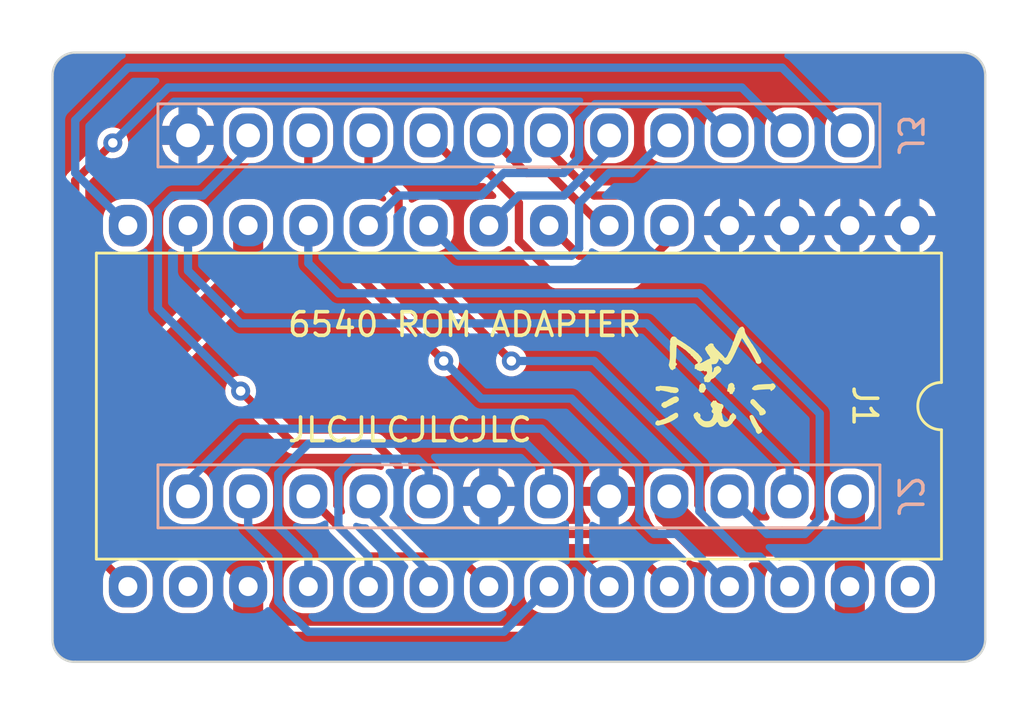
<source format=kicad_pcb>
(kicad_pcb (version 20240108) (generator "pcbnew") (generator_version "8.0")
  (title_block (title "6540 to HAL PCG-6500 Adapter") (date "2024-03-13") (rev "A") (comment 1 "2024") (comment 2 "creativecommons.org/licenses/by-sa/4.0/") (comment 3 "License: CC BY-SA 4.0") (comment 4 "Author: InsaneDruid"))
  (layers (0 "F.Cu" signal) (31 "B.Cu" signal) (34 "B.Paste" user) (35 "F.Paste" user) (36 "B.SilkS" user "B.Silkscreen") (37 "F.SilkS" user "F.Silkscreen") (38 "B.Mask" user) (39 "F.Mask" user) (44 "Edge.Cuts" user))
  (net 0 "")
  (net 1 "/A7")
  (net 2 "/A6")
  (net 3 "/A5")
  (net 4 "/A4")
  (net 5 "/A3")
  (net 6 "/A2")
  (net 7 "/A1")
  (net 8 "/A0")
  (net 9 "/D0")
  (net 10 "/D1")
  (net 11 "/D2")
  (net 12 "GND")
  (net 13 "/D3")
  (net 14 "/D4")
  (net 15 "/D5")
  (net 16 "/D6")
  (net 17 "/D7")
  (net 18 "/A10")
  (net 19 "/A9")
  (net 20 "/A8")
  (net 21 "VCC")
  (footprint "pcg6500_lib_fp:DIP-28_W15.24mm_Wire_Adapter" (layer "F.Cu") (at 121.92 62.23 -90)
    (property "Reference" "J1")
    (property "Value" "DIP 28 Wire Adapter")
  )
  (footprint "pcg6500_lib_fp:PinHeader_1x12_P2.54mm_Vertical" (layer "B.Cu") (at 119.38 58.42 90)
    (property "Reference" "J3")
    (property "Value" "Conn_01x12")
  )
  (footprint "pcg6500_lib_fp:PinHeader_1x12_P2.54mm_Vertical" (layer "B.Cu") (at 119.38 73.66 90)
    (property "Reference" "J2")
    (property "Value" "Conn_01x12")
  )
  (gr_poly (pts (xy 115.29748 69.549492) (xy 115.304775 69.550982) (xy 115.312471 69.553572) (xy 115.32067 69.557349) (xy 115.329472 69.562399) (xy 115.338978 69.568809) (xy 115.349291 69.576665) (xy 115.360512 69.586056) (xy 115.372741 69.597067) (xy 115.38608 69.609786) (xy 115.40063 69.624299) (xy 115.416493 69.640692) (xy 115.452562 69.67947) (xy 115.495096 69.726814) (xy 115.525784 69.760352) (xy 115.558166 69.794426) (xy 115.59083 69.827658) (xy 115.622361 69.858665) (xy 115.651345 69.886068) (xy 115.66444 69.897985) (xy 115.676369 69.908484) (xy 115.686954 69.917391) (xy 115.696018 69.924534) (xy 115.703386 69.92974) (xy 115.708879 69.932837) (xy 115.714746 69.935495) (xy 115.72046 69.938461) (xy 115.72605 69.941759) (xy 115.731545 69.945416) (xy 115.736974 69.949457) (xy 115.742366 69.953908) (xy 115.747749 69.958796) (xy 115.753153 69.964146) (xy 115.758607 69.969983) (xy 115.764139 69.976335) (xy 115.769778 69.983225) (xy 115.775555 69.990681) (xy 115.781496 69.998728) (xy 115.787632 70.007393) (xy 115.793991 70.0167) (xy 115.800602 70.026675) (xy 115.80781 70.03791) (xy 115.814115 70.047893) (xy 115.819556 70.056762) (xy 115.824172 70.064654) (xy 115.828002 70.071707) (xy 115.829635 70.074962) (xy 115.831087 70.078058) (xy 115.832361 70.081014) (xy 115.833464 70.083845) (xy 115.8344 70.08657) (xy 115.835174 70.089205) (xy 115.835791 70.091768) (xy 115.836255 70.094276) (xy 115.836573 70.096746) (xy 115.836748 70.099195) (xy 115.836785 70.10164) (xy 115.83669 70.104099) (xy 115.836467 70.106589) (xy 115.836122 70.109126) (xy 115.835659 70.111729) (xy 115.835083 70.114414) (xy 115.833611 70.1201) (xy 115.831747 70.126321) (xy 115.829529 70.133215) (xy 115.826941 70.140549) (xy 115.824203 70.14747) (xy 115.821314 70.153981) (xy 115.818274 70.160081) (xy 115.81508 70.165772) (xy 115.811732 70.171054) (xy 115.808229 70.175929) (xy 115.806419 70.178215) (xy 115.80457 70.180399) (xy 115.802682 70.182481) (xy 115.800754 70.184462) (xy 115.798787 70.186343) (xy 115.79678 70.188122) (xy 115.794734 70.189801) (xy 115.792647 70.191379) (xy 115.790521 70.192857) (xy 115.788354 70.194234) (xy 115.786147 70.195511) (xy 115.783899 70.196688) (xy 115.781611 70.197765) (xy 115.779282 70.198742) (xy 115.776913 70.199619) (xy 115.774502 70.200396) (xy 115.77205 70.201075) (xy 115.769557 70.201653) (xy 115.767486 70.202247) (xy 115.765255 70.202965) (xy 115.762888 70.203799) (xy 115.760407 70.20474) (xy 115.755195 70.206912) (xy 115.75251 70.208126) (xy 115.749802 70.209415) (xy 115.747093 70.210769) (xy 115.744408 70.212182) (xy 115.741768 70.213644) (xy 115.739196 70.215147) (xy 115.736715 70.216684) (xy 115.734348 70.218245) (xy 115.732117 70.219823) (xy 115.730046 70.221409) (xy 115.727833 70.223103) (xy 115.725438 70.224741) (xy 115.722877 70.226317) (xy 115.720168 70.227825) (xy 115.717327 70.229258) (xy 115.71437 70.230611) (xy 115.711313 70.231877) (xy 115.708174 70.23305) (xy 115.704969 70.234124) (xy 115.701714 70.235093) (xy 115.698426 70.235949) (xy 115.695121 70.236688) (xy 115.691817 70.237303) (xy 115.688529 70.237788) (xy 115.685274 70.238136) (xy 115.682068 70.238342) (xy 115.67595 70.238702) (xy 115.669368 70.239235) (xy 115.662522 70.239917) (xy 115.65561 70.240723) (xy 115.64883 70.241629) (xy 115.642381 70.242608) (xy 115.636461 70.243638) (xy 115.631268 70.244692) (xy 115.627947 70.245276) (xy 115.624837 70.245695) (xy 115.621903 70.245932) (xy 115.619109 70.245971) (xy 115.616418 70.245795) (xy 115.615099 70.245621) (xy 115.613794 70.245387) (xy 115.612495 70.245091) (xy 115.611201 70.244731) (xy 115.609904 70.244304) (xy 115.608603 70.24381) (xy 115.60729 70.243245) (xy 115.605963 70.242608) (xy 115.603246 70.241109) (xy 115.600415 70.239296) (xy 115.597435 70.237151) (xy 115.594268 70.23466) (xy 115.590879 70.231805) (xy 115.587232 70.228569) (xy 115.58329 70.224937) (xy 115.579159 70.221129) (xy 115.575477 70.217596) (xy 115.572212 70.214263) (xy 115.569334 70.211057) (xy 115.566811 70.207905) (xy 115.564613 70.204733) (xy 115.562708 70.201469) (xy 115.561066 70.198037) (xy 115.559655 70.194367) (xy 115.558445 70.190383) (xy 115.557404 70.186012) (xy 115.556502 70.181181) (xy 115.555707 70.175818) (xy 115.554988 70.169847) (xy 115.553657 70.155792) (xy 115.551578 70.136155) (xy 115.550038 70.127444) (xy 115.54787 70.119081) (xy 115.544854 70.110777) (xy 115.540772 70.102239) (xy 115.535401 70.093176) (xy 115.528522 70.083296) (xy 115.519915 70.072309) (xy 115.509361 70.059922) (xy 115.496637 70.045845) (xy 115.481525 70.029785) (xy 115.443256 69.990552) (xy 115.392791 69.939892) (xy 115.342531 69.888629) (xy 115.293925 69.838292) (xy 115.252595 69.794834) (xy 115.224163 69.764209) (xy 115.208332 69.745944) (xy 115.201938 69.738397) (xy 115.19647 69.731731) (xy 115.191862 69.725818) (xy 115.189859 69.723103) (xy 115.188047 69.720528) (xy 115.186417 69.718075) (xy 115.18496 69.715729) (xy 115.183669 69.713474) (xy 115.182535 69.711292) (xy 115.18155 69.709169) (xy 115.180705 69.707087) (xy 115.179993 69.70503) (xy 115.179404 69.702983) (xy 115.178931 69.700928) (xy 115.178566 69.69885) (xy 115.1783 69.696731) (xy 115.178125 69.694557) (xy 115.178033 69.692311) (xy 115.178015 69.689976) (xy 115.178169 69.684975) (xy 115.178522 69.679423) (xy 115.179007 69.673192) (xy 115.180108 69.662996) (xy 115.181559 69.653303) (xy 115.183367 69.644104) (xy 115.184405 69.639687) (xy 115.185534 69.63539) (xy 115.186753 69.631212) (xy 115.188064 69.627151) (xy 115.189468 69.623207) (xy 115.190963 69.619378) (xy 115.192552 69.615664) (xy 115.194234 69.612063) (xy 115.19601 69.608573) (xy 115.197881 69.605194) (xy 115.199847 69.601925) (xy 115.201908 69.598764) (xy 115.204066 69.595711) (xy 115.20632 69.592763) (xy 115.208671 69.58992) (xy 115.21112 69.587182) (xy 115.213668 69.584545) (xy 115.216314 69.58201) (xy 115.219059 69.579576) (xy 115.221904 69.57724) (xy 115.224849 69.575002) (xy 115.227895 69.572861) (xy 115.231042 69.570816) (xy 115.234291 69.568865) (xy 115.237642 69.567008) (xy 115.241096 69.565242) (xy 115.244449 69.563672) (xy 115.247878 69.562143) (xy 115.254866 69.559234) (xy 115.26187 69.556573) (xy 115.268701 69.554218) (xy 115.275168 69.552227) (xy 115.278206 69.551386) (xy 115.281081 69.550657) (xy 115.283771 69.550048) (xy 115.28625 69.549567) (xy 115.288496 69.54922) (xy 115.290485 69.549014)) (stroke (width -0.000001)) (fill solid) (layer "F.SilkS"))
  (gr_poly (pts (xy 114.848543 66.49537) (xy 114.851021 66.495503) (xy 114.853406 66.49577) (xy 114.855759 66.496173) (xy 114.858145 66.496715) (xy 114.860625 66.497398) (xy 114.863264 66.498223) (xy 114.866124 66.499192) (xy 114.869268 66.500309) (xy 114.871027 66.501092) (xy 114.872856 66.502107) (xy 114.87474 66.50334) (xy 114.876666 66.504774) (xy 114.878621 66.506394) (xy 114.880592 66.508184) (xy 114.882565 66.51013) (xy 114.884526 66.512215) (xy 114.886463 66.514424) (xy 114.888361 66.516742) (xy 114.890208 66.519153) (xy 114.89199 66.521641) (xy 114.893693 66.524191) (xy 114.895304 66.526788) (xy 114.89681 66.529416) (xy 114.898196 66.532059) (xy 114.89941 66.53457) (xy 114.900663 66.537064) (xy 114.901945 66.539525) (xy 114.903245 66.541937) (xy 114.904554 66.544282) (xy 114.905861 66.546545) (xy 114.907155 66.548709) (xy 114.908427 66.550756) (xy 114.909665 66.552672) (xy 114.91086 66.554439) (xy 114.912002 66.55604) (xy 114.913079 66.557459) (xy 114.914082 66.55868) (xy 114.915 66.559686) (xy 114.915823 66.560461) (xy 114.916196 66.560756) (xy 114.916541 66.560987) (xy 114.917801 66.561889) (xy 114.919067 66.563) (xy 114.921602 66.565817) (xy 114.924123 66.569363) (xy 114.926606 66.573566) (xy 114.929027 66.578351) (xy 114.931361 66.583646) (xy 114.933587 66.589377) (xy 114.935679 66.595471) (xy 114.937614 66.601854) (xy 114.939368 66.608453) (xy 114.940917 66.615195) (xy 114.942238 66.622006) (xy 114.943307 66.628813) (xy 114.9441 66.635543) (xy 114.944593 66.642121) (xy 114.944763 66.648476) (xy 114.944999 66.656079) (xy 114.945692 66.664287) (xy 114.946819 66.673029) (xy 114.948357 66.682232) (xy 114.950284 66.691824) (xy 114.952576 66.701731) (xy 114.955212 66.711883) (xy 114.958168 66.722206) (xy 114.961422 66.732629) (xy 114.964951 66.743078) (xy 114.968732 66.753482) (xy 114.972743 66.763768) (xy 114.97696 66.773864) (xy 114.981361 66.783697) (xy 114.985923 66.793196) (xy 114.990624 66.802287) (xy 115.017012 66.851109) (xy 115.039803 66.892697) (xy 115.05937 66.927687) (xy 115.076085 66.956715) (xy 115.090318 66.980419) (xy 115.096621 66.990473) (xy 115.102444 66.999434) (xy 115.107832 67.007383) (xy 115.112833 67.014398) (xy 115.117492 67.02056) (xy 115.121858 67.025948) (xy 115.123889 67.028325) (xy 115.126004 67.030939) (xy 115.130423 67.036774) (xy 115.134992 67.043237) (xy 115.139585 67.050113) (xy 115.144078 67.057188) (xy 115.148349 67.064246) (xy 115.152272 67.071073) (xy 115.155724 67.077454) (xy 115.157202 67.080485) (xy 115.158719 67.083481) (xy 115.160262 67.086424) (xy 115.161821 67.089294) (xy 115.163383 67.092073) (xy 115.164939 67.094742) (xy 115.166476 67.097284) (xy 115.167983 67.099679) (xy 115.169449 67.101908) (xy 115.170862 67.103953) (xy 115.172211 67.105796) (xy 115.173484 67.107418) (xy 115.174671 67.108799) (xy 115.175759 67.109923) (xy 115.176263 67.110382) (xy 115.176738 67.110769) (xy 115.177183 67.111083) (xy 115.177596 67.11132) (xy 115.178471 67.112028) (xy 115.179498 67.113079) (xy 115.180666 67.114452) (xy 115.181962 67.116127) (xy 115.184889 67.120299) (xy 115.18818 67.125431) (xy 115.191735 67.131357) (xy 115.195456 67.137911) (xy 115.199243 67.144928) (xy 115.202997 67.152242) (xy 115.204952 67.156156) (xy 115.2071 67.160205) (xy 115.209418 67.164356) (xy 115.211882 67.16858) (xy 115.21716 67.177122) (xy 115.222752 67.18558) (xy 115.228476 67.193708) (xy 115.234151 67.201256) (xy 115.236913 67.204736) (xy 115.239594 67.207979) (xy 115.242172 67.210952) (xy 115.244624 67.213626) (xy 115.247225 67.216332) (xy 115.249985 67.2194) (xy 115.255891 67.22648) (xy 115.262161 67.234586) (xy 115.268613 67.243435) (xy 115.275065 67.252748) (xy 115.281335 67.262243) (xy 115.287241 67.271638) (xy 115.292602 67.280654) (xy 115.30641 67.304608) (xy 115.319721 67.327165) (xy 115.332438 67.348184) (xy 115.34446 67.367525) (xy 115.355688 67.385047) (xy 115.366024 67.400609) (xy 115.375367 67.414071) (xy 115.383618 67.425292) (xy 115.387859 67.431236) (xy 115.392537 67.438312) (xy 115.397497 67.446265) (xy 115.40258 67.454838) (xy 115.407631 67.463774) (xy 115.412491 67.472818) (xy 115.417004 67.481713) (xy 115.421013 67.490204) (xy 115.422896 67.4943) (xy 115.42483 67.498371) (xy 115.426802 67.50239) (xy 115.428796 67.506332) (xy 115.430799 67.51017) (xy 115.432795 67.51388) (xy 115.434771 67.517434) (xy 115.436712 67.520807) (xy 115.438603 67.523973) (xy 115.440429 67.526907) (xy 115.442178 67.529583) (xy 115.443833 67.531975) (xy 115.445381 67.534056) (xy 115.446807 67.535801) (xy 115.448096 67.537185) (xy 115.449235 67.538181) (xy 115.450284 67.539155) (xy 115.45131 67.540219) (xy 115.452308 67.541364) (xy 115.45327 67.54258) (xy 115.454191 67.543858) (xy 115.455064 67.545189) (xy 115.455884 67.546563) (xy 115.456643 67.547971) (xy 115.457337 67.549404) (xy 115.457958 67.550852) (xy 115.458501 67.552307) (xy 115.458958 67.553759) (xy 115.459325 67.555198) (xy 115.459595 67.556615) (xy 115.459762 67.558002) (xy 115.459818 67.559348) (xy 115.459891 67.560594) (xy 115.460105 67.561941) (xy 115.460451 67.563376) (xy 115.460921 67.564882) (xy 115.461507 67.566446) (xy 115.4622 67.568054) (xy 115.462992 67.569691) (xy 115.463875 67.571342) (xy 115.464842 67.572994) (xy 115.465882 67.57463) (xy 115.466988 67.576238) (xy 115.468153 67.577803) (xy 115.469367 67.579309) (xy 115.470622 67.580743) (xy 115.471911 67.582091) (xy 115.473224 67.583337) (xy 115.474759 67.584845) (xy 115.476443 67.586709) (xy 115.478259 67.588901) (xy 115.480191 67.591395) (xy 115.484337 67.59719) (xy 115.488746 67.603886) (xy 115.493288 67.611277) (xy 115.49783 67.619155) (xy 115.50224 67.627314) (xy 115.506385 67.635548) (xy 115.510592 67.644269) (xy 115.515172 67.65333) (xy 115.519966 67.662473) (xy 115.524818 67.671443) (xy 115.529571 67.679983) (xy 115.534067 67.687836) (xy 115.538151 67.694747) (xy 115.541663 67.700459) (xy 115.543381 67.703043) (xy 115.545089 67.705753) (xy 115.546776 67.708567) (xy 115.548432 67.711461) (xy 115.550047 67.714413) (xy 115.55161 67.717401) (xy 115.554539 67.72339) (xy 115.555885 67.726346) (xy 115.557138 67.729246) (xy 115.558288 67.732068) (xy 115.559324 67.734789) (xy 115.560236 67.737385) (xy 115.561013 67.739835) (xy 115.561646 67.742116) (xy 115.562124 67.744204) (xy 115.562734 67.746119) (xy 115.563498 67.748149) (xy 115.564404 67.750276) (xy 115.565442 67.752483) (xy 115.5666 67.754752) (xy 115.567866 67.757065) (xy 115.56923 67.759405) (xy 115.570679 67.761754) (xy 115.572202 67.764095) (xy 115.573789 67.766411) (xy 115.575427 67.768682) (xy 115.577106 67.770893) (xy 115.578814 67.773026) (xy 115.580539 67.775062) (xy 115.58227 67.776984) (xy 115.583997 67.778776) (xy 115.585698 67.780418) (xy 115.587357 67.78216) (xy 115.588965 67.783985) (xy 115.590512 67.785875) (xy 115.591988 67.787816) (xy 115.593385 67.789789) (xy 115.594693 67.791779) (xy 115.595902 67.793769) (xy 115.597005 67.795742) (xy 115.59799 67.797683) (xy 115.59885 67.799573) (xy 115.599574 67.801398) (xy 115.600153 67.80314) (xy 115.600578 67.804782) (xy 115.60084 67.806309) (xy 115.600907 67.807024) (xy 115.60093 67.807704) (xy 115.60106 67.809161) (xy 115.601441 67.811129) (xy 115.602903 67.816457) (xy 115.605208 67.823405) (xy 115.60825 67.831692) (xy 115.611919 67.841038) (xy 115.61611 67.851161) (xy 115.620714 67.86178) (xy 115.625624 67.872614) (xy 115.630626 67.883864) (xy 115.635051 67.894609) (xy 115.638899 67.904878) (xy 115.642171 67.914694) (xy 115.644869 67.924085) (xy 115.646993 67.933076) (xy 115.648545 67.941693) (xy 115.649525 67.949961) (xy 115.649934 67.957907) (xy 115.649774 67.965556) (xy 115.649481 67.969278) (xy 115.649046 67.972935) (xy 115.648468 67.976531) (xy 115.64775 67.980068) (xy 115.646889 67.983551) (xy 115.645887 67.986983) (xy 115.644744 67.990366) (xy 115.64346 67.993704) (xy 115.640468 68.000258) (xy 115.636913 68.00667) (xy 115.632617 68.01318) (xy 115.62818 68.019225) (xy 115.623576 68.024822) (xy 115.618778 68.029987) (xy 115.613761 68.034733) (xy 115.608499 68.039077) (xy 115.602966 68.043035) (xy 115.597137 68.046622) (xy 115.590985 68.049854) (xy 115.584485 68.052745) (xy 115.577611 68.055312) (xy 115.570337 68.057569) (xy 115.562637 68.059534) (xy 115.554486 68.06122) (xy 115.545857 68.062644) (xy 115.536724 68.06382) (xy 115.521942 68.065364) (xy 115.515781 68.065854) (xy 115.510277 68.066113) (xy 115.505306 68.066108) (xy 115.502982 68.065995) (xy 115.500745 68.065805) (xy 115.49858 68.065531) (xy 115.496471 68.065171) (xy 115.494404 68.064719) (xy 115.492362 68.064173) (xy 115.490331 68.063527) (xy 115.488295 68.062778) (xy 115.486238 68.061922) (xy 115.484145 68.060954) (xy 115.479791 68.058666) (xy 115.475109 68.055883) (xy 115.469977 68.05257) (xy 115.464271 68.048695) (xy 115.450646 68.039126) (xy 115.444847 68.034922) (xy 115.439607 68.031026) (xy 115.434906 68.027415) (xy 115.430725 68.024067) (xy 115.427045 68.020958) (xy 115.425386 68.019487) (xy 115.423845 68.018067) (xy 115.422419 68.016695) (xy 115.421106 68.015369) (xy 115.419903 68.014087) (xy 115.418808 68.012844) (xy 115.417819 68.011638) (xy 115.416932 68.010467) (xy 115.416146 68.009327) (xy 115.415458 68.008216) (xy 115.414866 68.007131) (xy 115.414366 68.006069) (xy 115.413958 68.005027) (xy 115.413638 68.004002) (xy 115.413403 68.002992) (xy 115.413252 68.001993) (xy 115.413182 68.001003) (xy 115.41319 68.00002) (xy 115.413274 67.999039) (xy 115.413431 67.998058) (xy 115.41366 67.997075) (xy 115.413957 67.996087) (xy 115.414606 67.992985) (xy 115.414686 67.989202) (xy 115.414173 67.984683) (xy 115.413042 67.979374) (xy 115.411271 67.973222) (xy 115.408835 67.966172) (xy 115.401875 67.949167) (xy 115.391971 67.927929) (xy 115.378933 67.902027) (xy 115.362572 67.871033) (xy 115.342696 67.834515) (xy 115.282724 67.725154) (xy 115.271159 67.70348) (xy 115.259529 67.681409) (xy 115.241096 67.646131) (xy 115.239618 67.6431) (xy 115.238103 67.640104) (xy 115.236563 67.637161) (xy 115.235011 67.634291) (xy 115.233458 67.631512) (xy 115.231919 67.628842) (xy 115.230403 67.626301) (xy 115.228925 67.623906) (xy 115.227497 67.621677) (xy 115.226131 67.619632) (xy 115.224839 67.617789) (xy 115.223634 67.616167) (xy 115.222528 67.614785) (xy 115.221534 67.613662) (xy 115.220663 67.612815) (xy 115.220279 67.612502) (xy 115.219929 67.612265) (xy 115.219047 67.611524) (xy 115.217995 67.610375) (xy 115.216786 67.60884) (xy 115.215432 67.60694) (xy 115.212339 67.602132) (xy 115.208817 67.596125) (xy 115.204964 67.589093) (xy 115.20088 67.581209) (xy 115.196663 67.572647) (xy 115.192413 67.563581) (xy 115.187837 67.554623) (xy 115.183186 67.545887) (xy 115.178584 67.537598) (xy 115.174157 67.529979) (xy 115.170027 67.523253) (xy 115.168112 67.520295) (xy 115.166319 67.517643) (xy 115.164661 67.515326) (xy 115.163156 67.513372) (xy 115.161818 67.511809) (xy 115.160663 67.510665) (xy 115.15949 67.509566) (xy 115.158355 67.508394) (xy 115.157263 67.507155) (xy 115.15622 67.505858) (xy 115.155231 67.504512) (xy 115.154301 67.503124) (xy 115.153434 67.501703) (xy 115.152637 67.500258) (xy 115.151915 67.498796) (xy 115.151272 67.497325) (xy 115.150713 67.495855) (xy 115.150245 67.494393) (xy 115.149872 67.492947) (xy 115.149599 67.491526) (xy 115.149431 67.490139) (xy 115.149374 67.488792) (xy 115.149317 67.487446) (xy 115.149151 67.48606) (xy 115.148881 67.484642) (xy 115.148514 67.483203) (xy 115.148056 67.481752) (xy 115.147514 67.480297) (xy 115.146893 67.478848) (xy 115.146199 67.477415) (xy 115.145439 67.476007) (xy 115.14462 67.474633) (xy 115.143746 67.473302) (xy 115.142826 67.472024) (xy 115.141863 67.470809) (xy 115.140866 67.469664) (xy 115.13984 67.4686) (xy 115.138791 67.467626) (xy 115.137742 67.466652) (xy 115.136715 67.465588) (xy 115.135718 67.464443) (xy 115.134756 67.463227) (xy 115.133835 67.461949) (xy 115.132962 67.460618) (xy 115.132142 67.459244) (xy 115.131382 67.457836) (xy 115.130689 67.456403) (xy 115.130068 67.454955) (xy 115.129525 67.4535) (xy 115.129067 67.452048) (xy 115.1287 67.450609) (xy 115.128431 67.449192) (xy 115.128264 67.447805) (xy 115.128207 67.446459) (xy 115.128134 67.445213) (xy 115.127919 67.443864) (xy 115.12757 67.442427) (xy 115.127094 67.440914) (xy 115.126498 67.439339) (xy 115.125789 67.437715) (xy 115.124975 67.436057) (xy 115.124062 67.434376) (xy 115.123059 67.432688) (xy 115.121972 67.431004) (xy 115.120808 67.42934) (xy 115.119575 67.427707) (xy 115.11828 67.426119) (xy 115.116931 67.424591) (xy 115.115534 67.423135) (xy 115.114096 67.421765) (xy 115.112659 67.420411) (xy 115.111261 67.419003) (xy 115.109912 67.417554) (xy 115.108617 67.416076) (xy 115.107384 67.414582) (xy 115.106221 67.413083) (xy 115.105134 67.411593) (xy 115.10413 67.410123) (xy 115.103218 67.408686) (xy 115.102404 67.407295) (xy 115.101695 67.405962) (xy 115.101098 67.404699) (xy 115.100622 67.403519) (xy 115.100273 67.402433) (xy 115.100058 67.401456) (xy 115.100003 67.401011) (xy 115.099985 67.400598) (xy 115.099971 67.400127) (xy 115.099928 67.39964) (xy 115.099762 67.398625) (xy 115.099492 67.397559) (xy 115.099125 67.396453) (xy 115.098667 67.395313) (xy 115.098125 67.394149) (xy 115.097504 67.392968) (xy 115.09681 67.391779) (xy 115.09605 67.390589) (xy 115.095231 67.389408) (xy 115.094357 67.388244) (xy 115.093437 67.387104) (xy 115.092474 67.385998) (xy 115.091477 67.384933) (xy 115.090451 67.383917) (xy 115.089402 67.382959) (xy 115.088206 67.38189) (xy 115.086749 67.380291) (xy 115.083129 67.375639) (xy 115.078699 67.369267) (xy 115.073615 67.361439) (xy 115.068035 67.352422) (xy 115.062117 67.342478) (xy 115.056016 67.331872) (xy 115.049891 67.32087) (xy 115.043414 67.309089) (xy 115.036309 67.296738) (xy 115.028807 67.284172) (xy 115.021139 67.271746) (xy 115.013538 67.259816) (xy 115.006234 67.248738) (xy 114.99946 67.238867) (xy 114.993446 67.230559) (xy 114.990579 67.226858) (xy 114.987807 67.223181) (xy 114.985143 67.219549) (xy 114.982598 67.215985) (xy 114.980186 67.212512) (xy 114.977919 67.209153) (xy 114.975808 67.20593) (xy 114.973867 67.202866) (xy 114.972108 67.199984) (xy 114.970543 67.197307) (xy 114.969185 67.194857) (xy 114.968046 67.192658) (xy 114.967139 67.190731) (xy 114.966475 67.189099) (xy 114.966068 67.187787) (xy 114.965964 67.187257) (xy 114.96593 67.186815) (xy 114.965873 67.185981) (xy 114.965706 67.185073) (xy 114.965437 67.184099) (xy 114.96507 67.183066) (xy 114.964612 67.181985) (xy 114.964069 67.180861) (xy 114.963448 67.179705) (xy 114.962755 67.178524) (xy 114.961995 67.177327) (xy 114.961175 67.176121) (xy 114.960302 67.174915) (xy 114.959381 67.173718) (xy 114.958419 67.172537) (xy 114.957421 67.171381) (xy 114.956395 67.170258) (xy 114.955346 67.169176) (xy 114.954216 67.167964) (xy 114.95295 67.166461) (xy 114.950066 67.162671) (xy 114.946801 67.157989) (xy 114.943264 67.152595) (xy 114.939561 67.146672) (xy 114.9358 67.140402) (xy 114.932089 67.133967) (xy 114.928535 67.127548) (xy 114.915886 67.104323) (xy 114.905263 67.085149) (xy 114.90062 67.076941) (xy 114.896376 67.069579) (xy 114.892493 67.063007) (xy 114.888936 67.057169) (xy 114.885668 67.052008) (xy 114.882653 67.04747) (xy 114.879856 67.043498) (xy 114.877239 67.040037) (xy 114.874767 67.03703) (xy 114.872404 67.034423) (xy 114.870113 67.032158) (xy 114.867858 67.030181) (xy 114.866628 67.029035) (xy 114.865326 67.02772) (xy 114.863965 67.026253) (xy 114.862555 67.024647) (xy 114.859635 67.021078) (xy 114.856657 67.017129) (xy 114.853712 67.012915) (xy 114.850891 67.008552) (xy 114.849555 67.006351) (xy 114.848285 67.004156) (xy 114.847091 67.001982) (xy 114.845985 66.999843) (xy 114.845044 66.997885) (xy 114.844076 66.995985) (xy 114.843091 66.994155) (xy 114.842094 66.992401) (xy 114.841092 66.990735) (xy 114.840094 66.989164) (xy 114.839106 66.987699) (xy 114.838136 66.986349) (xy 114.83719 66.985122) (xy 114.836277 66.98403) (xy 114.835403 66.983079) (xy 114.834983 66.98266) (xy 114.834575 66.982281) (xy 114.834181 66.981941) (xy 114.833801 66.981644) (xy 114.833437 66.981388) (xy 114.833088 66.981177) (xy 114.832757 66.98101) (xy 114.832443 66.98089) (xy 114.832149 66.980817) (xy 114.831874 66.980792) (xy 114.831071 66.981123) (xy 114.829998 66.982088) (xy 114.82712 66.985763) (xy 114.823394 66.991503) (xy 114.818976 66.998994) (xy 114.808682 67.017962) (xy 114.797478 67.040147) (xy 114.786605 67.063027) (xy 114.777304 67.084079) (xy 114.773629 67.093132) (xy 114.770813 67.100782) (xy 114.76901 67.106715) (xy 114.768374 67.110614) (xy 114.768285 67.112091) (xy 114.768023 67.113858) (xy 114.767597 67.115895) (xy 114.767018 67.118177) (xy 114.765435 67.123389) (xy 114.763347 67.129312) (xy 114.760829 67.135764) (xy 114.757956 67.142563) (xy 114.754802 67.149528) (xy 114.751441 67.156476) (xy 114.747622 67.16351) (xy 114.743647 67.171215) (xy 114.739621 67.179333) (xy 114.735654 67.187608) (xy 114.731852 67.195784) (xy 114.728323 67.203605) (xy 114.725174 67.210813) (xy 114.722513 67.217153) (xy 114.713983 67.23668) (xy 114.704146 67.258406) (xy 114.693615 67.281025) (xy 114.683002 67.303231) (xy 114.672917 67.323717) (xy 114.663974 67.341177) (xy 114.656783 67.354304) (xy 114.654036 67.358835) (xy 114.651957 67.361792) (xy 114.651124 67.362972) (xy 114.650217 67.364379) (xy 114.64822 67.367801) (xy 114.646042 67.3719) (xy 114.643755 67.376521) (xy 114.641436 67.381505) (xy 114.639158 67.386696) (xy 114.636996 67.391937) (xy 114.635024 67.39707) (xy 114.629954 67.409649) (xy 114.623967 67.423617) (xy 114.6174 67.438246) (xy 114.610594 67.452809) (xy 114.603887 67.466578) (xy 114.597619 67.478826) (xy 114.592127 67.488825) (xy 114.589779 67.492754) (xy 114.587752 67.495848) (xy 114.586926 67.49706) (xy 114.586042 67.498564) (xy 114.584125 67.502363) (xy 114.582059 67.507072) (xy 114.579902 67.512517) (xy 114.577713 67.518524) (xy 114.575548 67.524919) (xy 114.573466 67.53153) (xy 114.571524 67.538181) (xy 114.570542 67.541534) (xy 114.569457 67.544963) (xy 114.568281 67.548443) (xy 114.567026 67.551951) (xy 114.564331 67.558955) (xy 114.56147 67.565786) (xy 114.558543 67.572253) (xy 114.555649 67.578166) (xy 114.552888 67.583335) (xy 114.551588 67.585582) (xy 114.550358 67.58757) (xy 114.547498 67.591899) (xy 114.544283 67.597327) (xy 114.54082 67.603631) (xy 114.537216 67.610589) (xy 114.53358 67.617976) (xy 114.530017 67.625571) (xy 114.526637 67.633149) (xy 114.523546 67.640487) (xy 114.512241 67.665429) (xy 114.495544 67.700062) (xy 114.454049 67.782656) (xy 114.433285 67.822746) (xy 114.4152 67.856784) (xy 114.401811 67.880833) (xy 114.397508 67.887883) (xy 114.395135 67.890959) (xy 114.394426 67.891478) (xy 114.393624 67.89223) (xy 114.392737 67.893201) (xy 114.391773 67.894377) (xy 114.390739 67.895743) (xy 114.389641 67.897284) (xy 114.387286 67.900837) (xy 114.384765 67.904919) (xy 114.382137 67.909414) (xy 114.37946 67.914207) (xy 114.376791 67.919181) (xy 114.371797 67.928633) (xy 114.366147 67.938639) (xy 114.359942 67.949059) (xy 114.353287 67.959751) (xy 114.346284 67.970575) (xy 114.339038 67.981391) (xy 114.331651 67.992059) (xy 114.324227 68.002437) (xy 114.316869 68.012385) (xy 114.30968 68.021762) (xy 114.302765 68.030429) (xy 114.296225 68.038244) (xy 114.290165 68.045067) (xy 114.284688 68.050756) (xy 114.279897 68.055173) (xy 114.275896 68.058176) (xy 114.271751 68.060771) (xy 114.267342 68.063721) (xy 114.2628 68.066919) (xy 114.258258 68.070258) (xy 114.253848 68.073631) (xy 114.249703 68.076928) (xy 114.245954 68.080044) (xy 114.242735 68.08287) (xy 114.240376 68.084748) (xy 114.238013 68.086415) (xy 114.235577 68.087875) (xy 114.233001 68.089132) (xy 114.230213 68.090191) (xy 114.227145 68.091056) (xy 114.223728 68.09173) (xy 114.219893 68.092219) (xy 114.215569 68.092525) (xy 114.210689 68.092654) (xy 114.205182 68.092609) (xy 114.19898 68.092395) (xy 114.184211 68.091475) (xy 114.16583 68.089926) (xy 114.157325 68.089131) (xy 114.149519 68.088329) (xy 114.142383 68.087512) (xy 114.135888 68.086674) (xy 114.130004 68.085806) (xy 114.124704 68.084903) (xy 114.119957 68.083956) (xy 114.117782 68.083464) (xy 114.115735 68.082958) (xy 114.113812 68.082438) (xy 114.11201 68.081903) (xy 114.110324 68.081351) (xy 114.108751 68.080783) (xy 114.107288 68.080196) (xy 114.105931 68.07959) (xy 114.104676 68.078964) (xy 114.10352 68.078317) (xy 114.102459 68.077649) (xy 114.10149 68.076958) (xy 114.100608 68.076244) (xy 114.099811 68.075505) (xy 114.099094 68.074741) (xy 114.098454 68.07395) (xy 114.097887 68.073133) (xy 114.097391 68.072287) (xy 114.096565 68.071106) (xy 114.095679 68.069948) (xy 114.09474 68.068822) (xy 114.093753 68.067734) (xy 114.092724 68.066691) (xy 114.091661 68.065701) (xy 114.090568 68.064771) (xy 114.089453 68.063908) (xy 114.088321 68.06312) (xy 114.087179 68.062413) (xy 114.086033 68.061795) (xy 114.084889 68.061274) (xy 114.083753 68.060855) (xy 114.08319 68.060687) (xy 114.082632 68.060547) (xy 114.082079 68.060437) (xy 114.081531 68.060357) (xy 114.080991 68.060309) (xy 114.080457 68.060293) (xy 114.079918 68.06026) (xy 114.079359 68.060162) (xy 114.078783 68.060002) (xy 114.078189 68.059781) (xy 114.076957 68.059162) (xy 114.075673 68.058319) (xy 114.074348 68.057265) (xy 114.072991 68.056014) (xy 114.071614 68.054578) (xy 114.070227 68.052972) (xy 114.06884 68.051209) (xy 114.067463 68.049303) (xy 114.066106 68.047266) (xy 114.064781 68.045112) (xy 114.063497 68.042855) (xy 114.062265 68.040508) (xy 114.061095 68.038084) (xy 114.059997 68.035598) (xy 114.058657 68.03253) (xy 114.057286 68.029675) (xy 114.055884 68.027031) (xy 114.054451 68.024596) (xy 114.05299 68.022367) (xy 114.052249 68.02133) (xy 114.051501 68.020343) (xy 114.050746 68.019407) (xy 114.049985 68.018522) (xy 114.049217 68.017686) (xy 114.048443 68.016901) (xy 114.047663 68.016165) (xy 114.046876 68.015478) (xy 114.046084 68.014841) (xy 114.045286 68.014252) (xy 114.044482 68.013712) (xy 114.043673 68.01322) (xy 114.042858 68.012777) (xy 114.042038 68.012381) (xy 114.041213 68.012033) (xy 114.040382 68.011731) (xy 114.039547 68.011477) (xy 114.038707 68.01127) (xy 114.037863 68.011109) (xy 114.037013 68.010995) (xy 114.03616 68.010926) (xy 114.035302 68.010904) (xy 114.033729 68.010846) (xy 114.032187 68.010675) (xy 114.030676 68.010393) (xy 114.029197 68.010001) (xy 114.027753 68.009502) (xy 114.026344 68.008899) (xy 114.024972 68.008193) (xy 114.023638 68.007387) (xy 114.022343 68.006482) (xy 114.021089 68.005482) (xy 114.019877 68.004388) (xy 114.018708 68.003202) (xy 114.016504 68.000564) (xy 114.014488 67.997586) (xy 114.012671 67.994286) (xy 114.011062 67.990681) (xy 114.009673 67.986788) (xy 114.008513 67.982626) (xy 114.007592 67.978212) (xy 114.006922 67.973563) (xy 114.006513 67.968697) (xy 114.006374 67.963631) (xy 114.006265 67.958065) (xy 114.00593 67.953) (xy 114.005675 67.950652) (xy 114.00536 67.948424) (xy 114.004983 67.946317) (xy 114.004544 67.944328) (xy 114.00404 67.942455) (xy 114.003471 67.940698) (xy 114.002836 67.939055) (xy 114.002132 67.937524) (xy 114.00136 67.936105) (xy 114.000516 67.934795) (xy 113.999601 67.933593) (xy 113.998613 67.932499) (xy 113.99755 67.931509) (xy 113.996412 67.930624) (xy 113.995196 67.929841) (xy 113.993903 67.92916) (xy 113.99253 67.928578) (xy 113.991075 67.928094) (xy 113.989539 67.927708) (xy 113.987919 67.927416) (xy 113.986215 67.927219) (xy 113.984424 67.927115) (xy 113.982547 67.927101) (xy 113.98058 67.927178) (xy 113.978524 67.927343) (xy 113.976376 67.927595) (xy 113.971802 67.928353) (xy 113.970684 67.928606) (xy 113.96958 67.928834) (xy 113.968491 67.929037) (xy 113.967418 67.929218) (xy 113.966364 67.929374) (xy 113.965329 67.929509) (xy 113.963324 67.92971) (xy 113.962357 67.929777) (xy 113.961414 67.929824) (xy 113.960498 67.929849) (xy 113.95961 67.929854) (xy 113.958752 67.929839) (xy 113.957924 67.929804) (xy 113.957129 67.92975) (xy 113.956368 67.929677) (xy 113.955641 67.929585) (xy 113.954952 67.929474) (xy 113.9543 67.929347) (xy 113.953687 67.929201) (xy 113.953116 67.929039) (xy 113.952587 67.92886) (xy 113.952101 67.928664) (xy 113.95166 67.928453) (xy 113.951266 67.928226) (xy 113.95092 67.927984) (xy 113.950623 67.927727) (xy 113.950377 67.927456) (xy 113.950184 67.927172) (xy 113.950043 67.926873) (xy 113.949958 67.926561) (xy 113.949929 67.926237) (xy 113.949911 67.925904) (xy 113.949856 67.925568) (xy 113.949766 67.925228) (xy 113.949641 67.924885) (xy 113.949292 67.924192) (xy 113.948816 67.923492) (xy 113.94822 67.922787) (xy 113.947511 67.922082) (xy 113.946697 67.921379) (xy 113.945784 67.920681) (xy 113.944781 67.919991) (xy 113.943694 67.919312) (xy 113.94253 67.918648) (xy 113.941298 67.918002) (xy 113.940003 67.917376) (xy 113.938653 67.916774) (xy 113.937256 67.916199) (xy 113.935818 67.915654) (xy 113.93421 67.915094) (xy 113.932311 67.914223) (xy 113.930146 67.913058) (xy 113.927738 67.911619) (xy 113.92511 67.909923) (xy 113.922287 67.907989) (xy 113.916151 67.903483) (xy 113.909519 67.898249) (xy 113.90258 67.892436) (xy 113.895526 67.886194) (xy 113.888546 67.87967) (xy 113.881495 67.873474) (xy 113.874733 67.867676) (xy 113.868417 67.862406) (xy 113.862705 67.857798) (xy 113.860125 67.855783) (xy 113.857754 67.853984) (xy 113.855613 67.852415) (xy 113.853721 67.851095) (xy 113.852097 67.85004) (xy 113.850762 67.849265) (xy 113.849735 67.848788) (xy 113.849343 67.848667) (xy 113.849035 67.848626) (xy 113.848777 67.848657) (xy 113.848531 67.848748) (xy 113.848298 67.848897) (xy 113.848078 67.849104) (xy 113.847676 67.849682) (xy 113.847327 67.850467) (xy 113.847031 67.851446) (xy 113.84679 67.852607) (xy 113.846606 67.853935) (xy 113.846478 67.855417) (xy 113.846408 67.857039) (xy 113.846396 67.858789) (xy 113.846445 67.860652) (xy 113.846555 67.862616) (xy 113.846727 67.864666) (xy 113.846961 67.86679) (xy 113.84726 67.868973) (xy 113.847624 67.871204) (xy 113.848184 67.874617) (xy 113.848534 67.878007) (xy 113.84866 67.881415) (xy 113.84855 67.884885) (xy 113.848193 67.888457) (xy 113.847574 67.892176) (xy 113.846684 67.896082) (xy 113.845507 67.900219) (xy 113.844034 67.904629) (xy 113.84225 67.909354) (xy 113.840143 67.914437) (xy 113.837702 67.91992) (xy 113.831766 67.932255) (xy 113.824341 67.946698) (xy 113.818327 67.957717) (xy 113.811553 67.969364) (xy 113.804249 67.981276) (xy 113.796648 67.993088) (xy 113.78898 68.004438) (xy 113.781478 68.01496) (xy 113.774373 68.024293) (xy 113.771042 68.028399) (xy 113.767896 68.03207) (xy 113.757834 68.043676) (xy 113.753519 68.04837) (xy 113.749442 68.052421) (xy 113.745422 68.055902) (xy 113.741281 68.058884) (xy 113.736838 68.061441) (xy 113.731913 68.063644) (xy 113.726327 68.065566) (xy 113.719899 68.067279) (xy 113.712451 68.068856) (xy 113.703801 68.070369) (xy 113.682179 68.073491) (xy 113.653596 68.077226) (xy 113.628814 68.081195) (xy 113.615397 68.083477) (xy 113.603502 68.085692) (xy 113.600518 68.086056) (xy 113.597655 68.086351) (xy 113.594918 68.086576) (xy 113.592312 68.086729) (xy 113.589843 68.086807) (xy 113.587515 68.086808) (xy 113.585334 68.086732) (xy 113.583305 68.086574) (xy 113.581433 68.086334) (xy 113.580558 68.086182) (xy 113.579724 68.086009) (xy 113.578931 68.085814) (xy 113.578182 68.085598) (xy 113.577475 68.085358) (xy 113.576812 68.085097) (xy 113.576194 68.084813) (xy 113.57562 68.084505) (xy 113.575093 68.084175) (xy 113.574611 68.083821) (xy 113.574177 68.083443) (xy 113.573791 68.083041) (xy 113.573452 68.082615) (xy 113.573163 68.082164) (xy 113.572594 68.08138) (xy 113.571948 68.080616) (xy 113.571231 68.079876) (xy 113.570451 68.079166) (xy 113.569613 68.078489) (xy 113.568723 68.077849) (xy 113.567788 68.07725) (xy 113.566813 68.076697) (xy 113.565805 68.076193) (xy 113.564771 68.075743) (xy 113.563715 68.075351) (xy 113.562646 68.075021) (xy 113.561568 68.074757) (xy 113.560488 68.074563) (xy 113.559412 68.074444) (xy 113.558346 68.074404) (xy 113.557077 68.074662) (xy 113.555914 68.075423) (xy 113.554856 68.076662) (xy 113.553902 68.078357) (xy 113.552302 68.083022) (xy 113.551103 68.089231) (xy 113.550298 68.096801) (xy 113.549876 68.105546) (xy 113.549827 68.115281) (xy 113.550144 68.125821) (xy 113.550817 68.136981) (xy 113.551835 68.148577) (xy 113.553191 68.160422) (xy 113.554874 68.172333) (xy 113.556875 68.184123) (xy 113.559186 68.195609) (xy 113.561796 68.206605) (xy 113.564696 68.216926) (xy 113.568208 68.229163) (xy 113.569626 68.234884) (xy 113.570826 68.240474) (xy 113.57181 68.24603) (xy 113.572584 68.251652) (xy 113.573151 68.25744) (xy 113.573516 68.263492) (xy 113.573682 68.269908) (xy 113.573654 68.276788) (xy 113.573031 68.292332) (xy 113.57168 68.310919) (xy 113.569635 68.333343) (xy 113.5682 68.349739) (xy 113.567082 68.364303) (xy 113.566301 68.377087) (xy 113.566042 68.382828) (xy 113.565876 68.388144) (xy 113.565803 68.393042) (xy 113.565828 68.397527) (xy 113.565951 68.401607) (xy 113.566175 68.405288) (xy 113.566503 68.408577) (xy 113.566938 68.411481) (xy 113.567481 68.414005) (xy 113.568136 68.416157) (xy 113.568904 68.417943) (xy 113.569332 68.418701) (xy 113.569789 68.41937) (xy 113.570275 68.41995) (xy 113.570792 68.420444) (xy 113.571339 68.420851) (xy 113.571916 68.421172) (xy 113.572524 68.421408) (xy 113.573164 68.42156) (xy 113.573834 68.421629) (xy 113.574537 68.421615) (xy 113.575272 68.42152) (xy 113.576039 68.421345) (xy 113.577672 68.420754) (xy 113.579438 68.41985) (xy 113.58134 68.41864) (xy 113.58338 68.41713) (xy 113.585561 68.415326) (xy 113.587885 68.413235) (xy 113.590355 68.410865) (xy 113.592973 68.40822) (xy 113.595741 68.405309) (xy 113.598087 68.402757) (xy 113.600357 68.40014) (xy 113.60254 68.397475) (xy 113.604626 68.394781) (xy 113.606605 68.392074) (xy 113.608466 68.389372) (xy 113.610198 68.386693) (xy 113.611792 68.384054) (xy 113.613237 68.381473) (xy 113.614523 68.378968) (xy 113.61564 68.376555) (xy 113.616577 68.374253) (xy 113.617323 68.37208) (xy 113.617869 68.370052) (xy 113.618204 68.368187) (xy 113.61829 68.367322) (xy 113.618318 68.366503) (xy 113.618359 68.365025) (xy 113.61848 68.363508) (xy 113.618677 68.361961) (xy 113.618947 68.360396) (xy 113.619287 68.358823) (xy 113.619695 68.357251) (xy 113.620167 68.355692) (xy 113.6207 68.354156) (xy 113.62129 68.352653) (xy 113.621936 68.351193) (xy 113.622633 68.349788) (xy 113.623379 68.348446) (xy 113.62417 68.347178) (xy 113.625003 68.345996) (xy 113.625876 68.344908) (xy 113.626785 68.343926) (xy 113.627578 68.342938) (xy 113.628366 68.341578) (xy 113.629143 68.33987) (xy 113.629905 68.33784) (xy 113.630646 68.335513) (xy 113.631362 68.332912) (xy 113.632694 68.326992) (xy 113.633861 68.320278) (xy 113.634822 68.312969) (xy 113.635534 68.305263) (xy 113.635957 68.297359) (xy 113.636492 68.288314) (xy 113.637323 68.279931) (xy 113.638483 68.272162) (xy 113.639196 68.268493) (xy 113.640003 68.264959) (xy 113.640909 68.261554) (xy 113.641917 68.258272) (xy 113.643031 68.255107) (xy 113.644255 68.252053) (xy 113.645593 68.249104) (xy 113.64705 68.246254) (xy 113.648628 68.243497) (xy 113.650333 68.240827) (xy 113.652168 68.238237) (xy 113.654138 68.235721) (xy 113.656246 68.233274) (xy 113.658495 68.230889) (xy 113.660892 68.228561) (xy 113.663438 68.226283) (xy 113.666139 68.224049) (xy 113.668997 68.221854) (xy 113.675206 68.217552) (xy 113.682096 68.213331) (xy 113.689699 68.20914) (xy 113.698047 68.204931) (xy 113.702028 68.203032) (xy 113.706017 68.201049) (xy 113.70999 68.198998) (xy 113.713921 68.196895) (xy 113.717787 68.194754) (xy 113.721561 68.192591) (xy 113.72522 68.190422) (xy 113.728738 68.188262) (xy 113.732091 68.186128) (xy 113.735253 68.184033) (xy 113.738201 68.181995) (xy 113.740909 68.180027) (xy 113.743352 68.178147) (xy 113.745506 68.176369) (xy 113.747346 68.174708) (xy 113.748846 68.173181) (xy 113.750728 68.171162) (xy 113.752688 68.169334) (xy 113.754756 68.167687) (xy 113.75696 68.166214) (xy 113.75933 68.164906) (xy 113.761894 68.163755) (xy 113.764681 68.162754) (xy 113.76772 68.161892) (xy 113.77104 68.161163) (xy 113.774671 68.160559) (xy 113.77864 68.160069) (xy 113.782978 68.159688) (xy 113.787712 68.159405) (xy 113.792872 68.159214) (xy 113.804585 68.15907) (xy 113.811393 68.159107) (xy 113.81757 68.159229) (xy 113.823184 68.159456) (xy 113.828298 68.159809) (xy 113.832979 68.160306) (xy 113.83729 68.160968) (xy 113.841298 68.161813) (xy 113.843208 68.162311) (xy 113.845066 68.162863) (xy 113.846882 68.16347) (xy 113.848662 68.164135) (xy 113.850414 68.164861) (xy 113.852148 68.16565) (xy 113.855591 68.167428) (xy 113.859056 68.169488) (xy 113.862608 68.17185) (xy 113.866312 68.174533) (xy 113.870233 68.177557) (xy 113.874435 68.180942) (xy 113.877219 68.183378) (xy 113.88 68.18591) (xy 113.88276 68.188518) (xy 113.885482 68.191184) (xy 113.888145 68.193886) (xy 113.890732 68.196606) (xy 113.893224 68.199324) (xy 113.895602 68.202021) (xy 113.897848 68.204676) (xy 113.899943 68.20727) (xy 113.901868 68.209783) (xy 113.903606 68.212196) (xy 113.905136 68.21449) (xy 113.906442 68.216643) (xy 113.907503 68.218638) (xy 113.908302 68.220454) (xy 113.909061 68.222196) (xy 113.910005 68.223974) (xy 113.911123 68.225776) (xy 113.912403 68.227586) (xy 113.913831 68.229393) (xy 113.915396 68.231182) (xy 113.917085 68.232939) (xy 113.918885 68.234653) (xy 113.920785 68.236308) (xy 113.922771 68.237893) (xy 113.924832 68.239392) (xy 113.926955 68.240793) (xy 113.929127 68.242083) (xy 113.931337 68.243248) (xy 113.933572 68.244274) (xy 113.935818 68.245148) (xy 113.957691 68.252204) (xy 113.953457 68.303003) (xy 113.952652 68.310505) (xy 113.951806 68.317441) (xy 113.950899 68.323875) (xy 113.949907 68.32987) (xy 113.948808 68.335488) (xy 113.947579 68.340793) (xy 113.946196 68.345848) (xy 113.944638 68.350717) (xy 113.942881 68.355461) (xy 113.940903 68.360144) (xy 113.938682 68.364829) (xy 113.936193 68.369579) (xy 113.933416 68.374458) (xy 113.930326 68.379527) (xy 113.926901 68.384851) (xy 113.923119 68.390492) (xy 113.920461 68.394398) (xy 113.917538 68.398422) (xy 113.914378 68.402532) (xy 113.911014 68.406698) (xy 113.907476 68.410889) (xy 113.903796 68.415074) (xy 113.900004 68.419221) (xy 113.896131 68.423301) (xy 113.892209 68.427281) (xy 113.888268 68.431131) (xy 113.88434 68.434819) (xy 113.880455 68.438316) (xy 113.876644 68.441589) (xy 113.872939 68.444608) (xy 113.86937 68.447342) (xy 113.865969 68.449759) (xy 113.855189 68.457273) (xy 113.844325 68.465221) (xy 113.83344 68.473541) (xy 113.822599 68.482171) (xy 113.811865 68.491049) (xy 113.801303 68.500113) (xy 113.790976 68.509301) (xy 113.780949 68.518551) (xy 113.771286 68.527801) (xy 113.762051 68.536989) (xy 113.753307 68.546053) (xy 113.74512 68.554931) (xy 113.737553 68.563561) (xy 113.73067 68.571881) (xy 113.724535 68.579829) (xy 113.719213 68.587342) (xy 113.716694 68.591134) (xy 113.714175 68.594824) (xy 113.711672 68.598391) (xy 113.709203 68.601817) (xy 113.706783 68.605082) (xy 113.704429 68.608166) (xy 113.702158 68.611049) (xy 113.699987 68.613713) (xy 113.69793 68.616136) (xy 113.696007 68.6183) (xy 113.694232 68.620185) (xy 113.692622 68.621771) (xy 113.691195 68.623039) (xy 113.690554 68.623548) (xy 113.689965 68.623969) (xy 113.68943 68.624301) (xy 113.688951 68.624542) (xy 113.68853 68.624688) (xy 113.688168 68.624737) (xy 113.687361 68.624891) (xy 113.686274 68.625346) (xy 113.684924 68.626086) (xy 113.683329 68.627096) (xy 113.681507 68.628363) (xy 113.679474 68.629871) (xy 113.674851 68.633556) (xy 113.6696 68.638035) (xy 113.66386 68.643191) (xy 113.657773 68.64891) (xy 113.65148 68.655076) (xy 113.647618 68.65883) (xy 113.643702 68.662422) (xy 113.639729 68.665855) (xy 113.635693 68.669132) (xy 113.631591 68.672255) (xy 113.627419 68.675229) (xy 113.623173 68.678057) (xy 113.618848 68.68074) (xy 113.61444 68.683283) (xy 113.609946 68.685689) (xy 113.60536 68.68796) (xy 113.60068 68.6901) (xy 113.5959 68.692112) (xy 113.591017 68.693998) (xy 113.586026 68.695763) (xy 113.580924 68.697409) (xy 113.573877 68.699811) (xy 113.567044 68.702499) (xy 113.56046 68.705449) (xy 113.554157 68.708632) (xy 113.548168 68.712021) (xy 113.542526 68.715591) (xy 113.537265 68.719313) (xy 113.532417 68.723162) (xy 113.530159 68.725125) (xy 113.528016 68.72711) (xy 113.525993 68.729112) (xy 113.524094 68.73113) (xy 113.522323 68.733159) (xy 113.520685 68.735195) (xy 113.519183 68.737237) (xy 113.517821 68.739279) (xy 113.516604 68.74132) (xy 113.515536 68.743355) (xy 113.514621 68.745382) (xy 113.513863 68.747396) (xy 113.513267 68.749395) (xy 113.512835 68.751375) (xy 113.512574 68.753333) (xy 113.512485 68.755265) (xy 113.512412 68.756123) (xy 113.512197 68.7571) (xy 113.511848 68.758186) (xy 113.511372 68.759366) (xy 113.510776 68.760629) (xy 113.510067 68.761962) (xy 113.509253 68.763353) (xy 113.50834 68.76479) (xy 113.507337 68.766259) (xy 113.50625 68.76775) (xy 113.505086 68.769248) (xy 113.503853 68.770743) (xy 113.502558 68.772221) (xy 113.501209 68.77367) (xy 113.499811 68.775078) (xy 113.498374 68.776431) (xy 113.496937 68.777778) (xy 113.495539 68.779164) (xy 113.49419 68.780581) (xy 113.492895 68.782021) (xy 113.491662 68.783472) (xy 113.490498 68.784927) (xy 113.489411 68.786375) (xy 113.488408 68.787808) (xy 113.487496 68.789216) (xy 113.486681 68.790591) (xy 113.485973 68.791921) (xy 113.485376 68.793199) (xy 113.4849 68.794415) (xy 113.484551 68.79556) (xy 113.484426 68.796102) (xy 113.484336 68.796624) (xy 113.484281 68.797123) (xy 113.484263 68.797598) (xy 113.484188 68.798568) (xy 113.483967 68.799622) (xy 113.483608 68.800752) (xy 113.483119 68.80195) (xy 113.482507 68.803209) (xy 113.481779 68.804522) (xy 113.480008 68.807277) (xy 113.477864 68.810157) (xy 113.475408 68.813101) (xy 113.4727 68.816049) (xy 113.469799 68.818941) (xy 113.466766 68.821717) (xy 113.463661 68.824318) (xy 113.460544 68.826683) (xy 113.457474 68.828753) (xy 113.454512 68.830467) (xy 113.453089 68.831172) (xy 113.451717 68.831765) (xy 113.450401 68.83224) (xy 113.449149 68.832588) (xy 113.447969 68.832803) (xy 113.446869 68.832876) (xy 113.445805 68.832933) (xy 113.444478 68.833099) (xy 113.441103 68.833736) (xy 113.436885 68.834736) (xy 113.431964 68.836051) (xy 113.42648 68.83763) (xy 113.420576 68.839424) (xy 113.408063 68.843459) (xy 113.403151 68.844946) (xy 113.398695 68.84623) (xy 113.394641 68.847305) (xy 113.390931 68.848166) (xy 113.387511 68.848808) (xy 113.384325 68.849226) (xy 113.382802 68.849349) (xy 113.381316 68.849414) (xy 113.379861 68.849421) (xy 113.37843 68.849368) (xy 113.377015 68.849255) (xy 113.375609 68.849082) (xy 113.374206 68.848847) (xy 113.372799 68.848551) (xy 113.37138 68.848192) (xy 113.369943 68.84777) (xy 113.366986 68.846733) (xy 113.363872 68.845436) (xy 113.360545 68.843874) (xy 113.35695 68.84204) (xy 113.353029 68.839931) (xy 113.349752 68.838294) (xy 113.34652 68.836818) (xy 113.343312 68.835502) (xy 113.340109 68.834342) (xy 113.336889 68.833335) (xy 113.333632 68.832477) (xy 113.330318 68.831767) (xy 113.326924 68.8312) (xy 113.323432 68.830774) (xy 113.319819 68.830485) (xy 113.316066 68.83033) (xy 113.312152 68.830307) (xy 113.308055 68.830412) (xy 113.303757 68.830642) (xy 113.299235 68.830994) (xy 113.294469 68.831464) (xy 113.286153 68.83231) (xy 113.278643 68.832702) (xy 113.271903 68.832602) (xy 113.268809 68.832356) (xy 113.265894 68.831972) (xy 113.263152 68.831445) (xy 113.260579 68.83077) (xy 113.258171 68.829944) (xy 113.255922 68.828959) (xy 113.253828 68.827813) (xy 113.251885 68.826499) (xy 113.250087 68.825014) (xy 113.248431 68.823351) (xy 113.246911 68.821506) (xy 113.245523 68.819475) (xy 113.244261 68.817252) (xy 113.243123 68.814832) (xy 113.242102 68.81221) (xy 113.241194 68.809383) (xy 113.240395 68.806343) (xy 113.2397 68.803088) (xy 113.238602 68.795909) (xy 113.237864 68.787806) (xy 113.237449 68.778739) (xy 113.237318 68.76867) (xy 113.237261 68.763436) (xy 113.237088 68.758318) (xy 113.236802 68.753316) (xy 113.236403 68.74843) (xy 113.235893 68.743659) (xy 113.235272 68.739004) (xy 113.234542 68.734465) (xy 113.233703 68.730041) (xy 113.232756 68.725733) (xy 113.231703 68.721541) (xy 113.230545 68.717465) (xy 113.229282 68.713505) (xy 113.227916 68.70966) (xy 113.226447 68.705931) (xy 113.224877 68.702318) (xy 113.223207 68.69882) (xy 113.220035 68.69231) (xy 113.21741 68.686228) (xy 113.215349 68.680505) (xy 113.214536 68.677757) (xy 113.21387 68.675074) (xy 113.213354 68.672446) (xy 113.21299 68.669866) (xy 113.212781 68.667324) (xy 113.212727 68.664813) (xy 113.212833 68.662323) (xy 113.213099 68.659847) (xy 113.213529 68.657375) (xy 113.214123 68.654899) (xy 113.214885 68.652411) (xy 113.215817 68.649902) (xy 113.216921 68.647364) (xy 113.218198 68.644787) (xy 113.219652 68.642164) (xy 113.221284 68.639486) (xy 113.225093 68.633931) (xy 113.229641 68.628053) (xy 113.234947 68.621785) (xy 113.241028 68.615058) (xy 113.247902 68.607804) (xy 113.25119 68.604319) (xy 113.254426 68.60076) (xy 113.257591 68.597155) (xy 113.260668 68.593527) (xy 113.263637 68.589904) (xy 113.266481 68.58631) (xy 113.269179 68.582773) (xy 113.271714 68.579317) (xy 113.274068 68.575968) (xy 113.276221 68.572753) (xy 113.278154 68.569697) (xy 113.27985 68.566826) (xy 113.28129 68.564166) (xy 113.282455 68.561743) (xy 113.283326 68.559582) (xy 113.283885 68.557709) (xy 113.284339 68.556162) (xy 113.284904 68.554566) (xy 113.286346 68.55125) (xy 113.288173 68.547804) (xy 113.290345 68.544271) (xy 113.292824 68.540691) (xy 113.295568 68.537109) (xy 113.29854 68.533566) (xy 113.301701 68.530104) (xy 113.30501 68.526767) (xy 113.308428 68.523596) (xy 113.311917 68.520633) (xy 113.315437 68.517922) (xy 113.318948 68.515505) (xy 113.322412 68.513423) (xy 113.32579 68.51172) (xy 113.327433 68.511023) (xy 113.329041 68.510437) (xy 113.330049 68.509907) (xy 113.331085 68.508995) (xy 113.332144 68.507722) (xy 113.333222 68.506111) (xy 113.335412 68.501965) (xy 113.337618 68.496734) (xy 113.339798 68.490597) (xy 113.341914 68.483735) (xy 113.343927 68.476324) (xy 113.345798 68.468545) (xy 113.347486 68.460575) (xy 113.348953 68.452594) (xy 113.35016 68.44478) (xy 113.351067 68.437313) (xy 113.351636 68.43037) (xy 113.351825 68.424132) (xy 113.351598 68.418776) (xy 113.350913 68.414481) (xy 113.350262 68.412566) (xy 113.349378 68.410537) (xy 113.348274 68.408413) (xy 113.346966 68.406213) (xy 113.345468 68.403955) (xy 113.343794 68.401657) (xy 113.341959 68.399339) (xy 113.339977 68.397019) (xy 113.337863 68.394715) (xy 113.335631 68.392446) (xy 113.333295 68.390231) (xy 113.330871 68.388089) (xy 113.328372 68.386037) (xy 113.325814 68.384095) (xy 113.323209 68.382282) (xy 113.320574 68.380614) (xy 113.316667 68.378125) (xy 113.313129 68.375943) (xy 113.309932 68.374063) (xy 113.308452 68.373234) (xy 113.307047 68.372479) (xy 113.305714 68.371795) (xy 113.304449 68.371184) (xy 113.303247 68.370643) (xy 113.302107 68.370172) (xy 113.301024 68.36977) (xy 113.299995 68.369437) (xy 113.299016 68.369171) (xy 113.298085 68.368973) (xy 113.297196 68.36884) (xy 113.296348 68.368773) (xy 113.295536 68.368771) (xy 113.294757 68.368832) (xy 113.294007 68.368957) (xy 113.293283 68.369143) (xy 113.292582 68.369392) (xy 113.2919 68.369701) (xy 113.291233 68.370069) (xy 113.290579 68.370497) (xy 113.289932 68.370984) (xy 113.289291 68.371528) (xy 113.288652 68.372129) (xy 113.28801 68.372786) (xy 113.287363 68.373498) (xy 113.286707 68.374265) (xy 113.285404 68.375728) (xy 113.28401 68.377077) (xy 113.28253 68.378311) (xy 113.280969 68.379431) (xy 113.279332 68.380438) (xy 113.277623 68.381332) (xy 113.275846 68.382115) (xy 113.274007 68.382786) (xy 113.272111 68.383347) (xy 113.270161 68.383798) (xy 113.268162 68.38414) (xy 113.26612 68.384373) (xy 113.264038 68.384497) (xy 113.261921 68.384515) (xy 113.259775 68.384426) (xy 113.257603 68.384231) (xy 113.255411 68.38393) (xy 113.253203 68.383525) (xy 113.248756 68.382402) (xy 113.244302 68.380868) (xy 113.239876 68.378928) (xy 113.235517 68.376587) (xy 113.231261 68.37385) (xy 113.229183 68.372335) (xy 113.227145 68.370722) (xy 113.225152 68.369014) (xy 113.223207 68.367209) (xy 113.204158 68.348864) (xy 113.159002 68.361565) (xy 113.146027 68.364764) (xy 113.133552 68.367481) (xy 113.121565 68.369712) (xy 113.110054 68.371454) (xy 113.099005 68.372704) (xy 113.088408 68.373459) (xy 113.078248 68.373715) (xy 113.068514 68.373471) (xy 113.059194 68.372722) (xy 113.050275 68.371466) (xy 113.041744 68.369699) (xy 113.033589 68.367419) (xy 113.025799 68.364621) (xy 113.018359 68.361304) (xy 113.011259 68.357464) (xy 113.004485 68.353098) (xy 113.000806 68.350659) (xy 112.997175 68.348371) (xy 112.993591 68.346236) (xy 112.990054 68.344256) (xy 112.986563 68.342434) (xy 112.983116 68.34077) (xy 112.979712 68.339268) (xy 112.976351 68.337928) (xy 112.973031 68.336755) (xy 112.969752 68.335748) (xy 112.966512 68.334912) (xy 112.963309 68.334246) (xy 112.960145 68.333755) (xy 112.957016 68.333439) (xy 112.953922 68.333301) (xy 112.950863 68.333343) (xy 112.949615 68.333396) (xy 112.948384 68.333426) (xy 112.947174 68.333432) (xy 112.945983 68.333416) (xy 112.944816 68.333377) (xy 112.943671 68.333316) (xy 112.942552 68.333235) (xy 112.941459 68.333133) (xy 112.940395 68.333012) (xy 112.939359 68.332871) (xy 112.938354 68.332713) (xy 112.937382 68.332536) (xy 112.936443 68.332343) (xy 112.935539 68.332133) (xy 112.934671 68.331907) (xy 112.933841 68.331667) (xy 112.933051 68.331412) (xy 112.932301 68.331143) (xy 112.931594 68.33086) (xy 112.93093 68.330566) (xy 112.930311 68.330259) (xy 112.929738 68.329941) (xy 112.929213 68.329613) (xy 112.928737 68.329274) (xy 112.928312 68.328927) (xy 112.927939 68.32857) (xy 112.92762 68.328206) (xy 112.927355 68.327834) (xy 112.927147 68.327456) (xy 112.926996 68.327072) (xy 112.926905 68.326682) (xy 112.926874 68.326287) (xy 112.926785 68.325272) (xy 112.926523 68.324088) (xy 112.926097 68.322746) (xy 112.925518 68.32126) (xy 112.924794 68.319641) (xy 112.923935 68.317903) (xy 112.922949 68.316057) (xy 112.921847 68.314116) (xy 112.919329 68.309999) (xy 112.916456 68.305649) (xy 112.913302 68.301168) (xy 112.909941 68.296654) (xy 112.907407 68.293535) (xy 112.905083 68.290785) (xy 112.902947 68.288392) (xy 112.901943 68.287326) (xy 112.900978 68.286346) (xy 112.900049 68.285449) (xy 112.899153 68.284634) (xy 112.898288 68.283901) (xy 112.897452 68.283247) (xy 112.89664 68.28267) (xy 112.895851 68.282171) (xy 112.895082 68.281746) (xy 112.89433 68.281396) (xy 112.893593 68.281118) (xy 112.892867 68.28091) (xy 112.892151 68.280772) (xy 112.891441 68.280703) (xy 112.890734 68.2807) (xy 112.890028 68.280762) (xy 112.889321 68.280888) (xy 112.888609 68.281076) (xy 112.88789 68.281325) (xy 112.88716 68.281634) (xy 112.886418 68.282001) (xy 112.885661 68.282425) (xy 112.884886 68.282904) (xy 112.88409 68.283437) (xy 112.882424 68.284659) (xy 112.880742 68.286015) (xy 112.87912 68.287172) (xy 112.877535 68.288132) (xy 112.875964 68.288892) (xy 112.875177 68.289198) (xy 112.874385 68.289455) (xy 112.873585 68.289661) (xy 112.872775 68.289818) (xy 112.871951 68.289926) (xy 112.871112 68.289984) (xy 112.870252 68.289992) (xy 112.869371 68.289951) (xy 112.867532 68.289719) (xy 112.865571 68.289289) (xy 112.863465 68.288661) (xy 112.861191 68.287834) (xy 112.858728 68.286809) (xy 112.856051 68.285585) (xy 112.853139 68.284163) (xy 112.849969 68.282542) (xy 112.846584 68.280859) (xy 112.843559 68.279226) (xy 112.840876 68.277611) (xy 112.838514 68.275983) (xy 112.836454 68.27431) (xy 112.835531 68.273446) (xy 112.834676 68.272559) (xy 112.833887 68.271644) (xy 112.833161 68.270698) (xy 112.832496 68.269717) (xy 112.831889 68.268696) (xy 112.831337 68.267632) (xy 112.830839 68.26652) (xy 112.830392 68.265357) (xy 112.829994 68.264139) (xy 112.829332 68.26152) (xy 112.828835 68.258631) (xy 112.828482 68.25544) (xy 112.828255 68.251915) (xy 112.828133 68.248025) (xy 112.828096 68.243737) (xy 112.828137 68.240789) (xy 112.828258 68.23778) (xy 112.828454 68.234731) (xy 112.828725 68.231665) (xy 112.829065 68.228603) (xy 112.829473 68.225567) (xy 112.829945 68.222579) (xy 112.830478 68.21966) (xy 112.831068 68.216831) (xy 112.831714 68.214116) (xy 112.832411 68.211535) (xy 112.833157 68.209109) (xy 112.833948 68.206862) (xy 112.834781 68.204814) (xy 112.835654 68.202987) (xy 112.836563 68.201404) (xy 112.837679 68.199466) (xy 112.838645 68.197611) (xy 112.839461 68.195822) (xy 112.840124 68.194083) (xy 112.840634 68.192377) (xy 112.840991 68.190688) (xy 112.841192 68.188998) (xy 112.841237 68.187292) (xy 112.841126 68.185553) (xy 112.840856 68.183765) (xy 112.840427 68.18191) (xy 112.839837 68.179972) (xy 112.839087 68.177936) (xy 112.838174 68.175783) (xy 112.837098 68.173498) (xy 112.835858 68.171065) (xy 112.832869 68.165182) (xy 112.831773 68.162608) (xy 112.830996 68.160118) (xy 112.830579 68.15759) (xy 112.830562 68.154904) (xy 112.830985 68.15194) (xy 112.831889 68.148575) (xy 112.833314 68.144689) (xy 112.835299 68.140162) (xy 112.837887 68.134872) (xy 112.841116 68.128698) (xy 112.849661 68.113216) (xy 112.861258 68.092748) (xy 112.863061 68.089804) (xy 112.865032 68.087057) (xy 112.867175 68.084503) (xy 112.869493 68.082143) (xy 112.871988 68.079972) (xy 112.874664 68.077989) (xy 112.877525 68.076193) (xy 112.880572 68.07458) (xy 112.88381 68.073149) (xy 112.88724 68.071898) (xy 112.890868 68.070825) (xy 112.894694 68.069928) (xy 112.898723 68.069204) (xy 112.902958 68.068652) (xy 112.907402 68.068269) (xy 112.912057 68.068053) (xy 112.914999 68.06785) (xy 112.917764 68.067482) (xy 112.92039 68.066917) (xy 112.922916 68.066124) (xy 112.925381 68.065071) (xy 112.927821 68.063725) (xy 112.930276 68.062055) (xy 112.932783 68.060028) (xy 112.935382 68.057612) (xy 112.938109 68.054776) (xy 112.941004 68.051487) (xy 112.944105 68.047714) (xy 112.94745 68.043423) (xy 112.951077 68.038584) (xy 112.95933 68.027131) (xy 112.961177 68.024368) (xy 112.962732 68.021859) (xy 112.963967 68.019544) (xy 112.964455 68.018441) (xy 112.964853 68.017364) (xy 112.965157 68.016305) (xy 112.965363 68.015258) (xy 112.965468 68.014214) (xy 112.965469 68.013166) (xy 112.965362 68.012107) (xy 112.965143 68.011029) (xy 112.964809 68.009925) (xy 112.964357 68.008787) (xy 112.963783 68.007607) (xy 112.963083 68.006379) (xy 112.962254 68.005094) (xy 112.961293 68.003746) (xy 112.95896 68.000828) (xy 112.956056 67.997564) (xy 112.952551 67.993895) (xy 112.94842 67.989762) (xy 112.938163 67.979859) (xy 112.931704 67.973301) (xy 112.925651 67.96695) (xy 112.92282 67.963895) (xy 112.920142 67.960945) (xy 112.917637 67.958118) (xy 112.915321 67.955429) (xy 112.913211 67.952898) (xy 112.911326 67.950541) (xy 112.909682 67.948377) (xy 112.908298 67.946422) (xy 112.907191 67.944695) (xy 112.906378 67.943213) (xy 112.906088 67.942569) (xy 112.905878 67.941993) (xy 112.90575 67.941487) (xy 112.905707 67.941053) (xy 112.905482 67.939877) (xy 112.904825 67.938351) (xy 112.902322 67.934347) (xy 112.89841 67.929245) (xy 112.893305 67.923249) (xy 112.88722 67.916563) (xy 112.880369 67.90939) (xy 112.872967 67.901934) (xy 112.865226 67.894399) (xy 112.857362 67.886987) (xy 112.849587 67.879903) (xy 112.842116 67.87335) (xy 112.835163 67.867532) (xy 112.828942 67.862653) (xy 112.823666 67.858916) (xy 112.81955 67.856524) (xy 112.817994 67.855896) (xy 112.816807 67.855681) (xy 112.816274 67.855665) (xy 112.815734 67.855616) (xy 112.815188 67.855537) (xy 112.814637 67.855426) (xy 112.814082 67.855287) (xy 112.813525 67.855119) (xy 112.812967 67.854923) (xy 112.812409 67.8547) (xy 112.811296 67.854178) (xy 112.810197 67.853561) (xy 112.809121 67.852854) (xy 112.808076 67.852065) (xy 112.807073 67.851203) (xy 112.806121 67.850273) (xy 112.805228 67.849283) (xy 112.804405 67.84824) (xy 112.803661 67.847152) (xy 112.803321 67.846593) (xy 112.803004 67.846025) (xy 112.802711 67.84545) (xy 112.802444 67.844868) (xy 112.802204 67.84428) (xy 112.801991 67.843687) (xy 112.801332 67.842235) (xy 112.800424 67.840539) (xy 112.799282 67.838621) (xy 112.797923 67.836499) (xy 112.794611 67.831731) (xy 112.790614 67.826401) (xy 112.786054 67.820674) (xy 112.781056 67.814715) (xy 112.775743 67.80869) (xy 112.770241 67.802765) (xy 112.767498 67.799973) (xy 112.764835 67.797168) (xy 112.762265 67.79437) (xy 112.759801 67.791597) (xy 112.757457 67.78887) (xy 112.755246 67.786207) (xy 112.753183 67.78363) (xy 112.751279 67.781157) (xy 112.749549 67.778808) (xy 112.748006 67.776603) (xy 112.746664 67.77456) (xy 112.745535 67.772701) (xy 112.744634 67.771045) (xy 112.743974 67.76961) (xy 112.743738 67.768983) (xy 112.743568 67.768418) (xy 112.743465 67.767919) (xy 112.74343 67.767487) (xy 112.743413 67.767146) (xy 112.743365 67.766786) (xy 112.743284 67.766408) (xy 112.743173 67.766012) (xy 112.742862 67.765177) (xy 112.742438 67.76429) (xy 112.741905 67.763361) (xy 112.741272 67.762402) (xy 112.740543 67.761422) (xy 112.739726 67.760431) (xy 112.738825 67.759441) (xy 112.737849 67.758461) (xy 112.736802 67.757501) (xy 112.735691 67.756573) (xy 112.734522 67.755686) (xy 112.733301 67.75485) (xy 112.732035 67.754077) (xy 112.73073 67.753376) (xy 112.722495 67.748754) (xy 112.714955 67.74438) (xy 112.708063 67.740204) (xy 112.701769 67.736178) (xy 112.696025 67.73225) (xy 112.690782 67.728372) (xy 112.685992 67.724495) (xy 112.681605 67.720567) (xy 112.677575 67.716541) (xy 112.673851 67.712365) (xy 112.670386 67.707991) (xy 112.667131 67.703369) (xy 112.664036 67.69845) (xy 112.661055 67.693183) (xy 112.658137 67.687519) (xy 112.655235 67.681409) (xy 112.652769 67.676454) (xy 112.650389 67.671895) (xy 112.648081 67.667717) (xy 112.645832 67.663902) (xy 112.643628 67.660435) (xy 112.641456 67.657299) (xy 112.639303 67.654477) (xy 112.63823 67.653178) (xy 112.637155 67.651952) (xy 112.636079 67.650796) (xy 112.634999 67.649709) (xy 112.633914 67.648687) (xy 112.632822 67.64773) (xy 112.63172 67.646834) (xy 112.630609 67.645999) (xy 112.629485 67.645221) (xy 112.628347 67.6445) (xy 112.627194 67.643832) (xy 112.626024 67.643215) (xy 112.624834 67.642649) (xy 112.623625 67.642129) (xy 112.622393 67.641656) (xy 112.621137 67.641225) (xy 112.618546 67.640487) (xy 112.615879 67.639729) (xy 112.612648 67.638264) (xy 112.608873 67.63611) (xy 112.604568 67.633288) (xy 112.59975 67.629817) (xy 112.594436 67.625716) (xy 112.582387 67.615704) (xy 112.568551 67.603411) (xy 112.553062 67.588992) (xy 112.536052 67.572606) (xy 112.517652 67.554409) (xy 112.499262 67.536281) (xy 112.48179 67.519583) (xy 112.465426 67.50449) (xy 112.45036 67.491174) (xy 112.443373 67.485237) (xy 112.436782 67.479809) (xy 112.43061 67.474913) (xy 112.424882 67.470569) (xy 112.419622 67.4668) (xy 112.414852 67.463628) (xy 112.410597 67.461074) (xy 112.40688 67.459159) (xy 112.40361 67.457716) (xy 112.400171 67.456046) (xy 112.396592 67.454172) (xy 112.392901 67.452114) (xy 112.389127 67.449896) (xy 112.3853 67.447538) (xy 112.381447 67.445062) (xy 112.377599 67.44249) (xy 112.370031 67.437145) (xy 112.366369 67.434415) (xy 112.362827 67.431675) (xy 112.359433 67.428948) (xy 112.356218 67.426255) (xy 112.353209 67.423618) (xy 112.350435 67.421059) (xy 112.344612 67.415926) (xy 112.338375 67.410685) (xy 112.331906 67.405494) (xy 112.325388 67.40051) (xy 112.319002 67.395889) (xy 112.315916 67.393764) (xy 112.312931 67.391789) (xy 112.31007 67.389984) (xy 112.307355 67.388368) (xy 112.30481 67.38696) (xy 112.302458 67.385781) (xy 112.290633 67.379756) (xy 112.285319 67.376945) (xy 112.280354 67.374228) (xy 112.275699 67.371577) (xy 112.271315 67.368964) (xy 112.267166 67.366359) (xy 112.263211 67.363733) (xy 112.259414 67.361057) (xy 112.255735 67.358303) (xy 112.252137 67.355442) (xy 112.248582 67.352444) (xy 112.24503 67.349281) (xy 112.241445 67.345923) (xy 112.237787 67.342342) (xy 112.234019 67.338509) (xy 112.231988 67.336551) (xy 112.229875 67.334652) (xy 112.227698 67.332821) (xy 112.225475 67.331068) (xy 112.223223 67.329401) (xy 112.220959 67.327831) (xy 112.218702 67.326366) (xy 112.216468 67.325015) (xy 112.214276 67.323789) (xy 112.212142 67.322696) (xy 112.210085 67.321746) (xy 112.208123 67.320947) (xy 112.206271 67.32031) (xy 112.204549 67.319844) (xy 112.202974 67.319557) (xy 112.202247 67.319484) (xy 112.201563 67.319459) (xy 112.200044 67.319378) (xy 112.198407 67.319138) (xy 112.196667 67.318748) (xy 112.194838 67.318213) (xy 112.192935 67.317543) (xy 112.190972 67.316743) (xy 112.188963 67.315821) (xy 112.186923 67.314785) (xy 112.184867 67.313641) (xy 112.182808 67.312397) (xy 112.180762 67.311059) (xy 112.178743 67.309636) (xy 112.176765 67.308135) (xy 112.174843 67.306562) (xy 112.172991 67.304925) (xy 112.171224 67.303231) (xy 112.16766 67.299989) (xy 112.163385 67.296642) (xy 112.158495 67.293232) (xy 112.153089 67.289804) (xy 112.147266 67.2864) (xy 112.141124 67.283065) (xy 112.13476 67.279842) (xy 112.128274 67.276773) (xy 112.121762 67.273903) (xy 112.115324 67.271275) (xy 112.109058 67.268932) (xy 112.103061 67.266917) (xy 112.097432 67.265275) (xy 112.09227 67.264048) (xy 112.087671 67.26328) (xy 112.083735 67.263015) (xy 112.082345 67.263134) (xy 112.081083 67.263503) (xy 112.079942 67.26414) (xy 112.078918 67.265065) (xy 112.078005 67.266296) (xy 112.077199 67.267852) (xy 112.076495 67.26975) (xy 112.075886 67.27201) (xy 112.075368 67.274651) (xy 112.074937 67.277691) (xy 112.074585 67.281148) (xy 112.07431 67.285041) (xy 112.073964 67.294211) (xy 112.073858 67.305348) (xy 112.073941 67.309717) (xy 112.073931 67.314074) (xy 112.073831 67.318389) (xy 112.073648 67.322634) (xy 112.073386 67.32678) (xy 112.073051 67.330798) (xy 112.072648 67.334658) (xy 112.072182 67.338333) (xy 112.071658 67.341792) (xy 112.071081 67.345008) (xy 112.070456 67.347951) (xy 112.06979 67.350592) (xy 112.069086 67.352902) (xy 112.06835 67.354852) (xy 112.067587 67.356414) (xy 112.067197 67.357041) (xy 112.066802 67.357559) (xy 112.065893 67.358738) (xy 112.065022 67.36015) (xy 112.064191 67.361776) (xy 112.063407 67.3636) (xy 112.062671 67.365607) (xy 112.06199 67.367779) (xy 112.061366 67.370099) (xy 112.060805 67.372552) (xy 112.060309 67.375121) (xy 112.059884 67.377789) (xy 112.059534 67.380539) (xy 112.059261 67.383356) (xy 112.059072 67.386222) (xy 112.058969 67.389122) (xy 112.058957 67.392038) (xy 112.059041 67.394954) (xy 112.058302 67.482387) (xy 112.055778 67.611824) (xy 112.052592 67.730015) (xy 112.051102 67.768254) (xy 112.049869 67.783715) (xy 112.049035 67.785857) (xy 112.048131 67.789807) (xy 112.046153 67.802555) (xy 112.044027 67.82081) (xy 112.041843 67.843422) (xy 112.037665 67.897122) (xy 112.034346 67.954459) (xy 112.031524 68.013726) (xy 112.059747 68.040537) (xy 112.065183 68.045807) (xy 112.070297 68.050944) (xy 112.072694 68.053422) (xy 112.074964 68.055817) (xy 112.077092 68.058112) (xy 112.079061 68.060293) (xy 112.080857 68.06234) (xy 112.082463 68.064239) (xy 112.083865 68.065973) (xy 112.085047 68.067524) (xy 112.085993 68.068878) (xy 112.086688 68.070016) (xy 112.086937 68.070499) (xy 112.087117 68.070922) (xy 112.087226 68.071284) (xy 112.087263 68.071581) (xy 112.087174 68.073075) (xy 112.086912 68.074768) (xy 112.086489 68.076643) (xy 112.085913 68.078685) (xy 112.084342 68.083204) (xy 112.08228 68.088195) (xy 112.079804 68.093529) (xy 112.076994 68.099077) (xy 112.073927 68.10471) (xy 112.070683 68.110299) (xy 112.067339 68.115714) (xy 112.063974 68.120826) (xy 112.060668 68.125506) (xy 112.057498 68.129624) (xy 112.054542 68.133053) (xy 112.051881 68.135662) (xy 112.050684 68.136618) (xy 112.049591 68.137322) (xy 112.04861 68.137755) (xy 112.047752 68.137904) (xy 112.046171 68.138016) (xy 112.044606 68.138347) (xy 112.04306 68.138888) (xy 112.041536 68.139632) (xy 112.040037 68.140568) (xy 112.038567 68.141689) (xy 112.037128 68.142987) (xy 112.035724 68.144452) (xy 112.033035 68.147851) (xy 112.030525 68.151819) (xy 112.02822 68.156287) (xy 112.026144 68.161187) (xy 112.024326 68.166451) (xy 112.022789 68.17201) (xy 112.02156 68.177797) (xy 112.020665 68.183743) (xy 112.02013 68.189779) (xy 112.01998 68.195839) (xy 112.020242 68.201853) (xy 112.020941 68.207753) (xy 112.022224 68.216577) (xy 112.02314 68.224565) (xy 112.023651 68.231777) (xy 112.023742 68.235109) (xy 112.023719 68.238269) (xy 112.023576 68.241263) (xy 112.023308 68.244099) (xy 112.02291 68.246784) (xy 112.02238 68.249326) (xy 112.02171 68.251731) (xy 112.020897 68.254007) (xy 112.019937 68.256161) (xy 112.018824 68.258201) (xy 112.017554 68.260133) (xy 112.016123 68.261964) (xy 112.014524 68.263703) (xy 112.012755 68.265356) (xy 112.01081 68.26693) (xy 112.008685 68.268433) (xy 112.006375 68.269872) (xy 112.003875 68.271254) (xy 112.001181 68.272586) (xy 111.998288 68.273876) (xy 111.991886 68.276358) (xy 111.984633 68.278757) (xy 111.976491 68.281131) (xy 111.970532 68.28283) (xy 111.965064 68.284502) (xy 111.960052 68.28617) (xy 111.955457 68.287856) (xy 111.951242 68.289584) (xy 111.94737 68.291376) (xy 111.945551 68.292303) (xy 111.943804 68.293254) (xy 111.942125 68.294233) (xy 111.940508 68.295242) (xy 111.938948 68.296285) (xy 111.937442 68.297363) (xy 111.935985 68.29848) (xy 111.934571 68.299638) (xy 111.933197 68.300841) (xy 111.931857 68.302092) (xy 111.930547 68.303392) (xy 111.929263 68.304745) (xy 111.926751 68.307622) (xy 111.924285 68.310745) (xy 111.921827 68.314137) (xy 111.919341 68.31782) (xy 111.917694 68.320394) (xy 111.91606 68.322822) (xy 111.914442 68.325106) (xy 111.912841 68.327245) (xy 111.911257 68.329238) (xy 111.909693 68.331086) (xy 111.90815 68.332789) (xy 111.90663 68.334346) (xy 111.905133 68.335757) (xy 111.903661 68.337022) (xy 111.902216 68.338142) (xy 111.900799 68.339115) (xy 111.899412 68.339942) (xy 111.898055 68.340623) (xy 111.896731 68.341157) (xy 111.89544 68.341545) (xy 111.894185 68.341785) (xy 111.892966 68.341879) (xy 111.891785 68.341826) (xy 111.890643 68.341626) (xy 111.889542 68.341278) (xy 111.888484 68.340783) (xy 111.887469 68.340141) (xy 111.886499 68.339351) (xy 111.885576 68.338413) (xy 111.884701 68.337327) (xy 111.883875 68.336093) (xy 111.8831 68.334711) (xy 111.882377 68.33318) (xy 111.881707 68.331501) (xy 111.881093 68.329674) (xy 111.880535 68.327698) (xy 111.879862 68.32544) (xy 111.87915 68.323423) (xy 111.878379 68.321642) (xy 111.877526 68.320091) (xy 111.877062 68.3194) (xy 111.876569 68.318763) (xy 111.876045 68.318181) (xy 111.875488 68.317652) (xy 111.874893 68.317176) (xy 111.874259 68.316752) (xy 111.873583 68.316379) (xy 111.872862 68.316056) (xy 111.872094 68.315783) (xy 111.871275 68.315559) (xy 111.870404 68.315383) (xy 111.869477 68.315254) (xy 111.868491 68.315172) (xy 111.867444 68.315135) (xy 111.865156 68.315196) (xy 111.862592 68.315431) (xy 111.859728 68.315833) (xy 111.856545 68.316396) (xy 111.853019 68.317114) (xy 111.849131 68.317711) (xy 111.845631 68.318148) (xy 111.84246 68.318383) (xy 111.839558 68.318371) (xy 111.83819 68.31826) (xy 111.836867 68.318071) (xy 111.835582 68.317798) (xy 111.834328 68.317437) (xy 111.833097 68.316982) (xy 111.831882 68.316427) (xy 111.830676 68.315768) (xy 111.829471 68.314998) (xy 111.828259 68.314112) (xy 111.827034 68.313106) (xy 111.825788 68.311972) (xy 111.824514 68.310707) (xy 111.821851 68.307758) (xy 111.818987 68.304216) (xy 111.815862 68.300038) (xy 111.812418 68.295179) (xy 111.804335 68.283248) (xy 111.799066 68.275086) (xy 111.793928 68.266634) (xy 111.789056 68.258133) (xy 111.78458 68.249822) (xy 111.780633 68.241941) (xy 111.7789 68.238237) (xy 111.777348 68.23473) (xy 111.775995 68.23145) (xy 111.774856 68.228428) (xy 111.77395 68.225693) (xy 111.773291 68.223276) (xy 111.772746 68.221053) (xy 111.772172 68.218892) (xy 111.771573 68.216803) (xy 111.770954 68.214798) (xy 111.770318 68.212888) (xy 111.769669 68.211084) (xy 111.769013 68.209398) (xy 111.768352 68.207842) (xy 111.767691 68.206426) (xy 111.767035 68.205161) (xy 111.766386 68.204061) (xy 111.766066 68.203575) (xy 111.76575 68.203134) (xy 111.765438 68.20274) (xy 111.765131 68.202394) (xy 111.764829 68.202097) (xy 111.764532 68.201851) (xy 111.764242 68.201658) (xy 111.763958 68.201517) (xy 111.763682 68.201432) (xy 111.763413 68.201404) (xy 111.763074 68.20136) (xy 111.76272 68.201232) (xy 111.761966 68.20073) (xy 111.761159 68.199911) (xy 111.760304 68.198791) (xy 111.759408 68.197386) (xy 111.758477 68.195711) (xy 111.757517 68.193782) (xy 111.756534 68.191614) (xy 111.755535 68.189223) (xy 111.754525 68.186624) (xy 111.752499 68.180865) (xy 111.750506 68.174461) (xy 111.748596 68.167537) (xy 111.746686 68.160717) (xy 111.744694 68.15412) (xy 111.742668 68.147904) (xy 111.740659 68.142225) (xy 111.739676 68.139636) (xy 111.738716 68.137241) (xy 111.737785 68.135058) (xy 111.736889 68.133108) (xy 111.736034 68.13141) (xy 111.735227 68.129984) (xy 111.734473 68.128849) (xy 111.73378 68.128026) (xy 111.733526 68.127737) (xy 111.733292 68.1274) (xy 111.732884 68.126588) (xy 111.732555 68.125606) (xy 111.732303 68.124465) (xy 111.732124 68.123179) (xy 111.732019 68.121763) (xy 111.731983 68.120228) (xy 111.732016 68.118589) (xy 111.732115 68.116859) (xy 111.732278 68.115051) (xy 111.732503 68.11318) (xy 111.732788 68.111258) (xy 111.73313 68.109298) (xy 111.733529 68.107315) (xy 111.733981 68.105322) (xy 111.734485 68.103331) (xy 111.739018 68.087323) (xy 111.744418 68.065882) (xy 111.750298 68.040786) (xy 111.756269 68.013814) (xy 111.761943 67.986742) (xy 111.76693 67.961349) (xy 111.770842 67.939412) (xy 111.773291 67.922709) (xy 111.776663 67.887119) (xy 111.779365 67.845153) (xy 111.78139 67.796391) (xy 111.782728 67.740411) (xy 111.783312 67.60511) (xy 111.781052 67.435876) (xy 111.780453 67.405239) (xy 111.780225 67.377976) (xy 111.780345 67.354219) (xy 111.780787 67.334099) (xy 111.781122 67.325445) (xy 111.781527 67.31775) (xy 111.782001 67.311031) (xy 111.78254 67.305304) (xy 111.783141 67.300585) (xy 111.783801 67.296892) (xy 111.784517 67.294241) (xy 111.784895 67.293311) (xy 111.785285 67.292648) (xy 111.786666 67.290221) (xy 111.787895 67.286193) (xy 111.788972 67.280686) (xy 111.789893 67.273818) (xy 111.791263 67.256483) (xy 111.791988 67.235145) (xy 111.792051 67.210765) (xy 111.791437 67.184301) (xy 111.790128 67.156713) (xy 111.788108 67.128959) (xy 111.78776 67.124171) (xy 111.787514 67.119597) (xy 111.787368 67.115233) (xy 111.787325 67.111078) (xy 111.787385 67.107129) (xy 111.787549 67.103385) (xy 111.787819 67.099844) (xy 111.788196 67.096503) (xy 111.78868 67.093361) (xy 111.789272 67.090415) (xy 111.789974 67.087664) (xy 111.790786 67.085104) (xy 111.791711 67.082735) (xy 111.792747 67.080554) (xy 111.793898 67.078559) (xy 111.795163 67.076748) (xy 111.796204 67.075172) (xy 111.797208 67.073369) (xy 111.798171 67.071359) (xy 111.799088 67.069163) (xy 111.799955 67.066802) (xy 111.800769 67.064296) (xy 111.801525 67.061666) (xy 111.802219 67.058933) (xy 111.802846 67.056117) (xy 111.803404 67.053239) (xy 111.803887 67.050319) (xy 111.804291 67.047379) (xy 111.804613 67.044439) (xy 111.804848 67.04152) (xy 111.804992 67.038642) (xy 111.805041 67.035826) (xy 111.805108 67.032426) (xy 111.805311 67.029102) (xy 111.805655 67.025847) (xy 111.806143 67.022652) (xy 111.806781 67.019511) (xy 111.807571 67.016416) (xy 111.808518 67.013361) (xy 111.809627 67.010338) (xy 111.810901 67.007339) (xy 111.812345 67.004358) (xy 111.813962 67.001388) (xy 111.815757 66.99842) (xy 111.817733 66.995449) (xy 111.819896 66.992466) (xy 111.822249 66.989464) (xy 111.824796 66.986437) (xy 111.828844 66.981407) (xy 111.832965 66.975964) (xy 111.837038 66.970289) (xy 111.840936 66.964565) (xy 111.844537 66.958973) (xy 111.847716 66.953695) (xy 111.849109 66.95123) (xy 111.850349 66.948913) (xy 111.851423 66.946765) (xy 111.852313 66.944809) (xy 111.853193 66.94291) (xy 111.854242 66.941049) (xy 111.856833 66.937449) (xy 111.860052 66.934021) (xy 111.863867 66.930775) (xy 111.868243 66.927724) (xy 111.873149 66.924879) (xy 111.878551 66.92225) (xy 111.884416 66.91985) (xy 111.890711 66.91769) (xy 111.897403 66.915781) (xy 111.904458 66.914134) (xy 111.911844 66.912761) (xy 111.919528 66.911674) (xy 111.927477 66.910883) (xy 111.935657 66.9104) (xy 111.944035 66.910237) (xy 111.947713 66.910347) (xy 111.951591 66.91067) (xy 111.955649 66.911196) (xy 111.959866 66.911915) (xy 111.968704 66.913892) (xy 111.977946 66.916521) (xy 111.987437 66.919719) (xy 111.997018 66.923408) (xy 112.006534 66.927506) (xy 112.015826 66.931933) (xy 112.024737 66.936607) (xy 112.033112 66.941449) (xy 112.040792 66.946378) (xy 112.04762 66.951313) (xy 112.053439 66.956174) (xy 112.055922 66.958551) (xy 112.058093 66.96088) (xy 112.059933 66.963149) (xy 112.061424 66.96535) (xy 112.062544 66.967471) (xy 112.063274 66.969503) (xy 112.063802 66.971356) (xy 112.064582 66.973336) (xy 112.066861 66.977642) (xy 112.070023 66.982349) (xy 112.073979 66.987385) (xy 112.078642 66.992677) (xy 112.083924 66.998153) (xy 112.089737 67.00374) (xy 112.095994 67.009367) (xy 112.102607 67.014961) (xy 112.109487 67.020449) (xy 112.116547 67.02576) (xy 112.123698 67.030821) (xy 112.130854 67.035559) (xy 112.137927 67.039902) (xy 112.144827 67.043778) (xy 112.151469 67.047114) (xy 112.156795 67.049711) (xy 112.162592 67.052671) (xy 112.168671 67.055895) (xy 112.17484 67.059285) (xy 112.18091 67.062741) (xy 112.186691 67.066165) (xy 112.191993 67.069455) (xy 112.196624 67.072515) (xy 112.201777 67.075767) (xy 112.208078 67.079614) (xy 112.223171 67.088566) (xy 112.239983 67.098311) (xy 112.256596 67.107792) (xy 112.264917 67.112359) (xy 112.273816 67.117472) (xy 112.283013 67.122948) (xy 112.292227 67.128606) (xy 112.301176 67.134264) (xy 112.309579 67.139741) (xy 112.317156 67.144853) (xy 112.323624 67.14942) (xy 112.330255 67.15438) (xy 112.338309 67.160125) (xy 112.347486 67.166448) (xy 112.357491 67.173144) (xy 112.368025 67.180006) (xy 112.37879 67.186826) (xy 112.389489 67.193397) (xy 112.399824 67.199515) (xy 112.410308 67.206121) (xy 112.421917 67.213604) (xy 112.44692 67.230206) (xy 112.459521 67.23883) (xy 112.471659 67.247338) (xy 112.482936 67.255482) (xy 112.492957 67.263015) (xy 112.502542 67.27016) (xy 112.512085 67.277181) (xy 112.521346 67.283888) (xy 112.530087 67.29009) (xy 112.538068 67.295598) (xy 112.545047 67.300222) (xy 112.550787 67.30377) (xy 112.553117 67.305082) (xy 112.555047 67.306053) (xy 112.558657 67.30825) (xy 112.563028 67.311058) (xy 112.567994 67.314363) (xy 112.573391 67.318048) (xy 112.584812 67.326096) (xy 112.590506 67.330227) (xy 112.595969 67.334276) (xy 112.598636 67.336366) (xy 112.601335 67.338396) (xy 112.604046 67.340356) (xy 112.60675 67.342235) (xy 112.60943 67.344024) (xy 112.612067 67.345711) (xy 112.614641 67.347286) (xy 112.617135 67.34874) (xy 112.61953 67.350061) (xy 112.621807 67.351239) (xy 112.623947 67.352265) (xy 112.625933 67.353127) (xy 112.627745 67.353816) (xy 112.629364 67.354321) (xy 112.630773 67.354631) (xy 112.631392 67.35471) (xy 112.631952 67.354737) (xy 112.632497 67.354763) (xy 112.633074 67.354842) (xy 112.633681 67.354972) (xy 112.634315 67.355152) (xy 112.635662 67.355653) (xy 112.6371 67.356335) (xy 112.638617 67.357187) (xy 112.6402 67.358197) (xy 112.641833 67.359354) (xy 112.643505 67.360646) (xy 112.645202 67.362062) (xy 112.646911 67.363591) (xy 112.648617 67.365221) (xy 112.650307 67.366941) (xy 112.651969 67.368739) (xy 112.653589 67.370605) (xy 112.655152 67.372526) (xy 112.656646 67.374492) (xy 112.659294 67.37794) (xy 112.662254 67.381439) (xy 112.665587 67.385039) (xy 112.669357 67.388791) (xy 112.678462 67.396953) (xy 112.690072 67.406331) (xy 112.704692 67.417329) (xy 112.722825 67.430353) (xy 112.744977 67.445807) (xy 112.771652 67.464098) (xy 112.781899 67.471158) (xy 112.792378 67.478903) (xy 112.80365 67.487824) (xy 112.816278 67.498405) (xy 112.830825 67.511137) (xy 112.847852 67.526506) (xy 112.867922 67.545001) (xy 112.891596 67.567109) (xy 112.901179 67.57577) (xy 112.910713 67.584141) (xy 112.919948 67.592) (xy 112.928638 67.599123) (xy 112.936534 67.605287) (xy 112.940107 67.60794) (xy 112.943389 67.610269) (xy 112.946348 67.612247) (xy 112.948953 67.613845) (xy 112.951174 67.615036) (xy 112.95298 67.615792) (xy 112.954614 67.616551) (xy 112.956334 67.617493) (xy 112.958124 67.618605) (xy 112.959969 67.619871) (xy 112.961856 67.621279) (xy 112.96377 67.622812) (xy 112.965696 67.624457) (xy 112.96762 67.626199) (xy 112.969528 67.628024) (xy 112.971404 67.629917) (xy 112.973235 67.631864) (xy 112.975006 67.63385) (xy 112.976703 67.635861) (xy 112.978311 67.637882) (xy 112.979815 67.6399) (xy 112.981202 67.641898) (xy 112.982572 67.643913) (xy 112.984028 67.645977) (xy 112.985557 67.648074) (xy 112.987144 67.650188) (xy 112.990442 67.6544) (xy 112.993814 67.658479) (xy 112.995494 67.660427) (xy 112.997153 67.662293) (xy 112.998776 67.66406) (xy 113.000351 67.66571) (xy 113.001864 67.667229) (xy 113.003301 67.668599) (xy 113.00465 67.669803) (xy 113.005896 67.670826) (xy 113.007202 67.671783) (xy 113.008468 67.672796) (xy 113.009688 67.673855) (xy 113.010857 67.674949) (xy 113.011968 67.676067) (xy 113.013015 67.6772) (xy 113.013992 67.678338) (xy 113.014892 67.679469) (xy 113.01571 67.680583) (xy 113.016438 67.681671) (xy 113.017072 67.682721) (xy 113.017604 67.683724) (xy 113.018029 67.684669) (xy 113.01834 67.685546) (xy 113.018451 67.685955) (xy 113.018531 67.686344) (xy 113.01858 67.68671) (xy 113.018596 67.687053) (xy 113.0188 67.688033) (xy 113.019396 67.68937) (xy 113.020364 67.691039) (xy 113.021683 67.693018) (xy 113.023333 67.695281) (xy 113.025294 67.697806) (xy 113.030062 67.703546) (xy 113.035822 67.710046) (xy 113.042409 67.717117) (xy 113.049657 67.724568) (xy 113.057402 67.732209) (xy 113.061326 67.736058) (xy 113.065147 67.739915) (xy 113.068843 67.743756) (xy 113.072395 67.747555) (xy 113.075781 67.751288) (xy 113.078982 67.75493) (xy 113.081976 67.758457) (xy 113.084742 67.761842) (xy 113.087261 67.765063) (xy 113.08951 67.768093) (xy 113.091471 67.770908) (xy 113.093121 67.773484) (xy 113.09444 67.775795) (xy 113.095408 67.777817) (xy 113.095754 67.778711) (xy 113.096004 67.779524) (xy 113.096156 67.780252) (xy 113.096208 67.780892) (xy 113.09623 67.781496) (xy 113.096297 67.782114) (xy 113.096408 67.782746) (xy 113.09656 67.783391) (xy 113.096754 67.784046) (xy 113.096989 67.784711) (xy 113.097575 67.786063) (xy 113.098309 67.787435) (xy 113.099184 67.788817) (xy 113.100191 67.790197) (xy 113.101323 67.791564) (xy 113.10257 67.792906) (xy 113.103924 67.794211) (xy 113.105378 67.795469) (xy 113.106923 67.796668) (xy 113.108551 67.797797) (xy 113.110252 67.798844) (xy 113.11202 67.799798) (xy 113.113846 67.800648) (xy 113.115905 67.801615) (xy 113.117845 67.802663) (xy 113.119666 67.803789) (xy 113.121365 67.804992) (xy 113.12294 67.806269) (xy 113.124388 67.807618) (xy 113.125709 67.809038) (xy 113.126899 67.810526) (xy 113.127957 67.81208) (xy 113.128881 67.813698) (xy 113.129668 67.815378) (xy 113.130317 67.817118) (xy 113.130825 67.818916) (xy 113.13119 67.82077) (xy 113.131411 67.822677) (xy 113.131485 67.824637) (xy 113.131526 67.826355) (xy 113.131644 67.828063) (xy 113.131834 67.82975) (xy 113.132092 67.831406) (xy 113.132411 67.83302) (xy 113.132788 67.834583) (xy 113.133216 67.836085) (xy 113.13369 67.837513) (xy 113.134206 67.838859) (xy 113.134758 67.840112) (xy 113.135341 67.841262) (xy 113.13595 67.842298) (xy 113.13658 67.84321) (xy 113.136901 67.843616) (xy 113.137225 67.843987) (xy 113.137551 67.844322) (xy 113.13788 67.84462) (xy 113.13821 67.844879) (xy 113.138541 67.845098) (xy 113.138933 67.845323) (xy 113.139318 67.8456) (xy 113.140059 67.846302) (xy 113.140764 67.847191) (xy 113.141429 67.848251) (xy 113.142053 67.849468) (xy 113.142633 67.850828) (xy 113.143169 67.852316) (xy 113.143656 67.853917) (xy 113.144094 67.855618) (xy 113.14448 67.857404) (xy 113.144813 67.85926) (xy 113.145089 67.861171) (xy 113.145308 67.863124) (xy 113.145467 67.865104) (xy 113.145564 67.867096) (xy 113.145596 67.869087) (xy 113.145637 67.871085) (xy 113.145756 67.873104) (xy 113.14595 67.875128) (xy 113.146214 67.877145) (xy 113.146544 67.879142) (xy 113.146936 67.881105) (xy 113.147386 67.88302) (xy 113.147889 67.884874) (xy 113.148443 67.886653) (xy 113.149041 67.888345) (xy 113.149682 67.889935) (xy 113.150359 67.891411) (xy 113.151069 67.892759) (xy 113.151809 67.893965) (xy 113.152573 67.895016) (xy 113.152963 67.895479) (xy 113.153358 67.895898) (xy 113.154449 67.897099) (xy 113.15492 67.897708) (xy 113.15534 67.898325) (xy 113.155711 67.898951) (xy 113.156032 67.899586) (xy 113.156302 67.900233) (xy 113.156521 67.900892) (xy 113.15669 67.901565) (xy 113.156809 67.902252) (xy 113.156876 67.902954) (xy 113.156892 67.903674) (xy 113.156857 67.904412) (xy 113.156771 67.905169) (xy 113.156633 67.905947) (xy 113.156444 67.906746) (xy 113.155911 67.908413) (xy 113.15517 67.910181) (xy 113.15422 67.912059) (xy 113.15306 67.914055) (xy 113.151689 67.916179) (xy 113.150107 67.918441) (xy 113.148311 67.92085) (xy 113.146302 67.923414) (xy 113.143437 67.927431) (xy 113.142052 67.929456) (xy 113.140713 67.931473) (xy 113.139426 67.93347) (xy 113.138203 67.935432) (xy 113.137052 67.937347) (xy 113.135983 67.939201) (xy 113.135005 67.940981) (xy 113.134127 67.942673) (xy 113.133359 67.944263) (xy 113.132709 67.945739) (xy 113.132188 67.947086) (xy 113.131804 67.948292) (xy 113.131566 67.949343) (xy 113.131506 67.949806) (xy 113.131485 67.950226) (xy 113.131337 67.951339) (xy 113.131031 67.952556) (xy 113.129964 67.955279) (xy 113.128335 67.958338) (xy 113.126194 67.96168) (xy 113.123589 67.965249) (xy 113.120571 67.96899) (xy 113.11719 67.97285) (xy 113.113494 67.976772) (xy 113.109533 67.980703) (xy 113.105358 67.984587) (xy 113.101017 67.98837) (xy 113.09656 67.991997) (xy 113.092038 67.995413) (xy 113.087498 67.998563) (xy 113.082992 68.001393) (xy 113.078568 68.003848) (xy 113.076433 68.005042) (xy 113.074394 68.006243) (xy 113.072453 68.007449) (xy 113.070609 68.008657) (xy 113.068865 68.009867) (xy 113.06722 68.011075) (xy 113.065677 68.012282) (xy 113.064237 68.013483) (xy 113.0629 68.014679) (xy 113.061667 68.015866) (xy 113.06054 68.017044) (xy 113.059519 68.01821) (xy 113.058605 68.019362) (xy 113.0578 68.0205) (xy 113.057105 68.02162) (xy 113.05652 68.022722) (xy 113.056047 68.023802) (xy 113.055686 68.024861) (xy 113.055439 68.025895) (xy 113.055307 68.026903) (xy 113.055291 68.027883) (xy 113.055391 68.028833) (xy 113.05561 68.029752) (xy 113.055947 68.030637) (xy 113.056404 68.031487) (xy 113.056982 68.032301) (xy 113.057682 68.033075) (xy 113.058504 68.033809) (xy 113.059451 68.034501) (xy 113.060523 68.035148) (xy 113.061721 68.03575) (xy 113.063047 68.036303) (xy 113.064392 68.036592) (xy 113.066161 68.036673) (xy 113.07086 68.036247) (xy 113.076928 68.035108) (xy 113.084147 68.033338) (xy 113.0923 68.031018) (xy 113.101171 68.02823) (xy 113.120196 68.021575) (xy 113.139486 68.014028) (xy 113.148688 68.010123) (xy 113.157304 68.00624) (xy 113.165119 68.002461) (xy 113.171914 67.998866) (xy 113.177473 67.995538) (xy 113.18158 67.992559) (xy 113.182677 67.991518) (xy 113.183845 67.990514) (xy 113.185071 67.989551) (xy 113.186342 67.988634) (xy 113.187646 67.987767) (xy 113.188971 67.986953) (xy 113.190305 67.986197) (xy 113.191634 67.985504) (xy 113.192946 67.984876) (xy 113.19423 67.984318) (xy 113.195472 67.983835) (xy 113.196661 67.983431) (xy 113.197783 67.983109) (xy 113.198827 67.982874) (xy 113.19978 67.98273) (xy 113.20063 67.982681) (xy 113.201577 67.982568) (xy 113.202818 67.982235) (xy 113.204332 67.981695) (xy 113.206098 67.980962) (xy 113.210304 67.978961) (xy 113.21527 67.976331) (xy 113.220832 67.973173) (xy 113.226823 67.969584) (xy 113.23308 67.965665) (xy 113.239435 67.961515) (xy 113.242731 67.9593) (xy 113.245992 67.957161) (xy 113.252334 67.953147) (xy 113.258312 67.949546) (xy 113.261118 67.947924) (xy 113.263777 67.946433) (xy 113.266271 67.945083) (xy 113.268581 67.943883) (xy 113.270688 67.942841) (xy 113.272574 67.941969) (xy 113.274221 67.941274) (xy 113.275609 67.940766) (xy 113.27672 67.940454) (xy 113.277166 67.940375) (xy 113.277535 67.940348) (xy 113.27831 67.940258) (xy 113.279302 67.939995) (xy 113.280496 67.939567) (xy 113.281879 67.938981) (xy 113.283435 67.938247) (xy 113.28515 67.937371) (xy 113.289001 67.935233) (xy 113.293314 67.932631) (xy 113.297974 67.929632) (xy 113.302866 67.926303) (xy 113.307874 67.922709) (xy 113.310401 67.920883) (xy 113.312945 67.919115) (xy 113.315489 67.917413) (xy 113.318016 67.915786) (xy 113.320511 67.914241) (xy 113.322955 67.912787) (xy 113.325334 67.911433) (xy 113.32763 67.910185) (xy 113.329826 67.909054) (xy 113.331907 67.908047) (xy 113.333856 67.907172) (xy 113.335655 67.906437) (xy 113.33729 67.905852) (xy 113.338742 67.905423) (xy 113.339996 67.90516) (xy 113.341035 67.90507) (xy 113.342025 67.904997) (xy 113.343135 67.904782) (xy 113.344353 67.904433) (xy 113.345665 67.903957) (xy 113.347061 67.903361) (xy 113.348526 67.902652) (xy 113.35005 67.901837) (xy 113.351618 67.900925) (xy 113.35322 67.899922) (xy 113.354843 67.898835) (xy 113.356474 67.897671) (xy 113.358101 67.896438) (xy 113.359711 67.895143) (xy 113.361292 67.893794) (xy 113.362832 67.892397) (xy 113.364319 67.890959) (xy 113.365829 67.889522) (xy 113.367441 67.888124) (xy 113.36914 67.886775) (xy 113.370911 67.88548) (xy 113.37274 67.884247) (xy 113.374613 67.883084) (xy 113.376514 67.881996) (xy 113.37843 67.880993) (xy 113.380346 67.880081) (xy 113.382247 67.879266) (xy 113.384119 67.878558) (xy 113.385948 67.877961) (xy 113.387719 67.877485) (xy 113.389418 67.877136) (xy 113.39103 67.876921) (xy 113.392541 67.876848) (xy 113.394664 67.876742) (xy 113.397052 67.876433) (xy 113.402537 67.875245) (xy 113.408828 67.873374) (xy 113.415758 67.870906) (xy 113.423159 67.867929) (xy 113.430864 67.864532) (xy 113.438705 67.860803) (xy 113.446516 67.856828) (xy 113.454128 67.852696) (xy 113.461374 67.848495) (xy 113.468087 67.844312) (xy 113.474099 67.840236) (xy 113.479242 67.836354) (xy 113.483351 67.832755) (xy 113.484964 67.831088) (xy 113.486256 67.829525) (xy 113.487205 67.828077) (xy 113.487791 67.826753) (xy 113.488051 67.825296) (xy 113.488047 67.823454) (xy 113.487297 67.818714) (xy 113.485642 67.81273) (xy 113.483183 67.805697) (xy 113.48002 67.797813) (xy 113.476257 67.789274) (xy 113.471993 67.780275) (xy 113.46733 67.771015) (xy 113.462369 67.761688) (xy 113.457212 67.752491) (xy 113.45196 67.743621) (xy 113.446714 67.735274) (xy 113.441576 67.727646) (xy 113.436646 67.720934) (xy 113.432027 67.715334) (xy 113.427819 67.711042) (xy 113.426381 67.709696) (xy 113.424984 67.708311) (xy 113.423634 67.706897) (xy 113.422339 67.705464) (xy 113.421107 67.704023) (xy 113.419943 67.702584) (xy 113.418856 67.701157) (xy 113.417853 67.699754) (xy 113.41694 67.698383) (xy 113.416126 67.697055) (xy 113.415417 67.695782) (xy 113.414821 67.694572) (xy 113.414345 67.693437) (xy 113.413996 67.692386) (xy 113.413871 67.691896) (xy 113.413781 67.691431) (xy 113.413726 67.690992) (xy 113.413708 67.690581) (xy 113.413545 67.689618) (xy 113.413067 67.688329) (xy 113.412289 67.68674) (xy 113.411227 67.684871) (xy 113.409896 67.682745) (xy 113.408312 67.680386) (xy 113.404447 67.675059) (xy 113.399755 67.66907) (xy 113.39436 67.662602) (xy 113.388386 67.655835) (xy 113.381957 67.648954) (xy 113.378437 67.645219) (xy 113.375027 67.641436) (xy 113.37174 67.637622) (xy 113.368585 67.633795) (xy 113.365575 67.629972) (xy 113.362722 67.62617) (xy 113.360035 67.622408) (xy 113.357528 67.618703) (xy 113.35521 67.615072) (xy 113.353095 67.611533) (xy 113.351192 67.608103) (xy 113.349513 67.604801) (xy 113.34807 67.601644) (xy 113.346874 67.598648) (xy 113.345936 67.595833) (xy 113.345269 67.593215) (xy 113.344807 67.590787) (xy 113.344223 67.58828) (xy 113.343524 67.585713) (xy 113.342722 67.583105) (xy 113.341824 67.580477) (xy 113.340841 67.577848) (xy 113.339781 67.575238) (xy 113.338654 67.572665) (xy 113.337469 67.570151) (xy 113.336235 67.567714) (xy 113.334963 67.565374) (xy 113.33366 67.563151) (xy 113.332336 67.561065) (xy 113.331002 67.559134) (xy 113.329665 67.55738) (xy 113.328335 67.55582) (xy 113.325454 67.551931) (xy 113.321688 67.546273) (xy 113.31721 67.539127) (xy 113.312196 67.530773) (xy 113.306817 67.521493) (xy 113.301249 67.511569) (xy 113.295663 67.50128) (xy 113.290235 67.490909) (xy 113.26413 67.439404) (xy 113.276124 67.40342) (xy 113.279042 67.395459) (xy 113.282473 67.387493) (xy 113.286364 67.37958) (xy 113.290665 67.37178) (xy 113.295326 67.364155) (xy 113.300296 67.356762) (xy 113.305525 67.349664) (xy 113.310961 67.342919) (xy 113.316554 67.336587) (xy 113.322254 67.330729) (xy 113.32801 67.325404) (xy 113.33377 67.320672) (xy 113.339486 67.316593) (xy 113.34231 67.314817) (xy 113.345105 67.313228) (xy 113.347862 67.311831) (xy 113.350577 67.310635) (xy 113.353242 67.309648) (xy 113.355852 67.308876) (xy 113.360566 67.307643) (xy 113.364924 67.306319) (xy 113.368932 67.304899) (xy 113.370807 67.30415) (xy 113.372598 67.303375) (xy 113.374305 67.302571) (xy 113.375929 67.301738) (xy 113.377471 67.300876) (xy 113.378933 67.299983) (xy 113.380314 67.299059) (xy 113.381616 67.298102) (xy 113.38284 67.297112) (xy 113.383986 67.296088) (xy 113.385056 67.295028) (xy 113.38605 67.293932) (xy 113.38697 67.2928) (xy 113.387816 67.29163) (xy 113.388589 67.29042) (xy 113.38929 67.289172) (xy 113.38992 67.287882) (xy 113.390479 67.286551) (xy 113.39097 67.285178) (xy 113.391392 67.283762) (xy 113.391747 67.282301) (xy 113.392035 67.280795) (xy 113.392258 67.279244) (xy 113.392416 67.277645) (xy 113.39251 67.275998) (xy 113.392541 67.274303) (xy 113.392701 67.272184) (xy 113.393193 67.270048) (xy 113.394034 67.267879) (xy 113.395242 67.26566) (xy 113.396834 67.263376) (xy 113.398829 67.261008) (xy 113.401243 67.258541) (xy 113.404094 67.255959) (xy 113.4074 67.253244) (xy 113.411179 67.250381) (xy 113.415447 67.247352) (xy 113.420223 67.244141) (xy 113.425524 67.240732) (xy 113.431367 67.237108) (xy 113.444752 67.229148) (xy 113.45525 67.223276) (xy 113.465107 67.218088) (xy 113.474407 67.213574) (xy 113.483238 67.209723) (xy 113.491684 67.206526) (xy 113.499831 67.203971) (xy 113.507765 67.202049) (xy 113.515572 67.200749) (xy 113.523338 67.200061) (xy 113.531148 67.199975) (xy 113.539088 67.20048) (xy 113.547245 67.201565) (xy 113.555703 67.203221) (xy 113.564549 67.205438) (xy 113.573868 67.208204) (xy 113.583746 67.211509) (xy 113.590572 67.214062) (xy 113.596777 67.216715) (xy 113.602387 67.219505) (xy 113.607426 67.222467) (xy 113.60974 67.224023) (xy 113.61192 67.225636) (xy 113.61397 67.227308) (xy 113.615893 67.229046) (xy 113.617692 67.230853) (xy 113.61937 67.232733) (xy 113.62093 67.234692) (xy 113.622375 67.236733) (xy 113.623709 67.23886) (xy 113.624934 67.241079) (xy 113.626054 67.243394) (xy 113.627072 67.245808) (xy 113.62799 67.248327) (xy 113.628812 67.250955) (xy 113.630181 67.256554) (xy 113.631202 67.262641) (xy 113.6319 67.269252) (xy 113.632301 67.27642) (xy 113.632429 67.284181) (xy 113.632473 67.288245) (xy 113.63261 67.291987) (xy 113.632853 67.29543) (xy 113.633017 67.297048) (xy 113.633212 67.298601) (xy 113.633439 67.300092) (xy 113.6337 67.301524) (xy 113.633995 67.3029) (xy 113.634327 67.304224) (xy 113.634697 67.305497) (xy 113.635105 67.306725) (xy 113.635554 67.307909) (xy 113.636046 67.309052) (xy 113.63658 67.310159) (xy 113.63716 67.311231) (xy 113.637785 67.312272) (xy 113.638458 67.313286) (xy 113.639181 67.314274) (xy 113.639954 67.315241) (xy 113.640779 67.316189) (xy 113.641657 67.317122) (xy 113.64259 67.318042) (xy 113.643579 67.318953) (xy 113.644626 67.319858) (xy 113.645732 67.32076) (xy 113.648126 67.322567) (xy 113.650774 67.324398) (xy 113.652781 67.325701) (xy 113.654824 67.327217) (xy 113.65689 67.328928) (xy 113.658965 67.330814) (xy 113.661036 67.332857) (xy 113.66309 67.335039) (xy 113.665112 67.337341) (xy 113.66709 67.339744) (xy 113.66901 67.342229) (xy 113.670859 67.344779) (xy 113.672623 67.347374) (xy 113.674289 67.349996) (xy 113.675843 67.352627) (xy 113.677272 67.355247) (xy 113.678563 67.357838) (xy 113.679702 67.360381) (xy 113.681727 67.364673) (xy 113.684397 67.369378) (xy 113.687759 67.374549) (xy 113.691862 67.380236) (xy 113.696754 67.386489) (xy 113.702485 67.393359) (xy 113.716655 67.409153) (xy 113.734761 67.428022) (xy 113.757192 67.450373) (xy 113.784335 67.476609) (xy 113.81658 67.507137) (xy 113.82503 67.515153) (xy 113.834307 67.524169) (xy 113.854151 67.543914) (xy 113.87373 67.563791) (xy 113.890663 67.58122) (xy 113.898071 67.589064) (xy 113.905347 67.59661) (xy 113.912293 67.603693) (xy 113.918709 67.610148) (xy 113.935113 67.626376) (xy 113.94291 67.633208) (xy 113.952347 67.642109) (xy 113.974955 67.664795) (xy 114.000573 67.691798) (xy 114.026835 67.720479) (xy 114.051378 67.748201) (xy 114.071836 67.772327) (xy 114.079795 67.782216) (xy 114.085845 67.790218) (xy 114.089693 67.796001) (xy 114.090697 67.797958) (xy 114.091041 67.799237) (xy 114.091176 67.802975) (xy 114.091593 67.806251) (xy 114.091913 67.807717) (xy 114.09231 67.809069) (xy 114.092787 67.810306) (xy 114.093345 67.81143) (xy 114.093986 67.81244) (xy 114.094714 67.813336) (xy 114.09553 67.814119) (xy 114.096436 67.814789) (xy 114.097434 67.815347) (xy 114.098527 67.815792) (xy 114.099718 67.816125) (xy 114.101007 67.816347) (xy 114.102397 67.816456) (xy 114.103891 67.816454) (xy 114.105491 67.816342) (xy 114.107198 67.816118) (xy 114.110946 67.815339) (xy 114.115151 67.81412) (xy 114.119832 67.812462) (xy 114.125005 67.810369) (xy 114.130689 67.807841) (xy 114.136902 67.804881) (xy 114.141062 67.802722) (xy 114.145081 67.800473) (xy 114.148965 67.798127) (xy 114.152722 67.795676) (xy 114.156359 67.793114) (xy 114.159883 67.790433) (xy 114.163303 67.787625) (xy 114.166623 67.784685) (xy 114.169853 67.781604) (xy 114.173 67.778375) (xy 114.176069 67.774991) (xy 114.17907 67.771445) (xy 114.182008 67.767729) (xy 114.184892 67.763836) (xy 114.187728 67.75976) (xy 114.190524 67.755492) (xy 114.194645 67.74844) (xy 114.198484 67.741668) (xy 114.201959 67.735326) (xy 114.204988 67.729563) (xy 114.207488 67.724528) (xy 114.208513 67.722329) (xy 114.209376 67.720369) (xy 114.210064 67.718665) (xy 114.210569 67.717235) (xy 114.210879 67.716099) (xy 114.210985 67.715276) (xy 114.210999 67.714943) (xy 114.211042 67.714606) (xy 114.211112 67.714267) (xy 114.211208 67.713924) (xy 114.211331 67.713578) (xy 114.211478 67.713231) (xy 114.211845 67.712531) (xy 114.212303 67.711826) (xy 114.212845 67.711121) (xy 114.213467 67.710418) (xy 114.21416 67.709719) (xy 114.21492 67.70903) (xy 114.215739 67.708351) (xy 114.216613 67.707687) (xy 114.217534 67.707041) (xy 114.218496 67.706415) (xy 114.219493 67.705813) (xy 114.22052 67.705237) (xy 114.221569 67.704692) (xy 114.222618 67.704222) (xy 114.223644 67.703612) (xy 114.224641 67.702869) (xy 114.225603 67.702002) (xy 114.226524 67.70102) (xy 114.227398 67.69993) (xy 114.228217 67.698741) (xy 114.228977 67.69746) (xy 114.22967 67.696097) (xy 114.230291 67.69466) (xy 114.230834 67.693157) (xy 114.231292 67.691595) (xy 114.231659 67.689984) (xy 114.231929 67.688332) (xy 114.232095 67.686647) (xy 114.232152 67.684937) (xy 114.232877 67.680586) (xy 114.234946 67.673841) (xy 114.238198 67.665037) (xy 114.242471 67.65451) (xy 114.253434 67.629622) (xy 114.266548 67.601858) (xy 114.280521 67.573895) (xy 114.294064 67.548412) (xy 114.305888 67.528089) (xy 114.310752 67.520699) (xy 114.314702 67.515604) (xy 114.315816 67.514203) (xy 114.317033 67.512401) (xy 114.318342 67.510227) (xy 114.319729 67.50771) (xy 114.322689 67.501762) (xy 114.325814 67.494789) (xy 114.329006 67.487023) (xy 114.332164 67.478694) (xy 114.335191 67.470034) (xy 114.337985 67.461276) (xy 114.341011 67.452357) (xy 114.344203 67.44324) (xy 114.347461 67.434189) (xy 114.350685 67.425469) (xy 114.353778 67.417344) (xy 114.356638 67.410079) (xy 114.359168 67.403938) (xy 114.361268 67.399187) (xy 114.363663 67.394168) (xy 114.366538 67.387744) (xy 114.369776 67.380162) (xy 114.373263 67.37167) (xy 114.376882 67.362517) (xy 114.380517 67.352951) (xy 114.384053 67.343219) (xy 114.387374 67.33357) (xy 114.390663 67.324084) (xy 114.39411 67.314829) (xy 114.397606 67.306037) (xy 114.401044 67.297939) (xy 114.404317 67.290768) (xy 114.405858 67.287602) (xy 114.407317 67.284754) (xy 114.408681 67.282254) (xy 114.409937 67.28013) (xy 114.41107 67.278411) (xy 114.412068 67.277126) (xy 114.413002 67.275963) (xy 114.413945 67.274604) (xy 114.414893 67.273067) (xy 114.415839 67.271371) (xy 114.416776 67.269534) (xy 114.417699 67.267576) (xy 114.418601 67.265514) (xy 114.419477 67.263367) (xy 114.420319 67.261155) (xy 114.421122 67.258894) (xy 114.42188 67.256605) (xy 114.422586 67.254305) (xy 114.423234 67.252014) (xy 114.423818 67.24975) (xy 114.424331 67.247531) (xy 114.424768 67.245376) (xy 114.427094 67.233413) (xy 114.429317 67.222369) (xy 114.431452 67.212204) (xy 114.433511 67.202877) (xy 114.435508 67.194348) (xy 114.437456 67.186576) (xy 114.43937 67.179522) (xy 114.441261 67.173144) (xy 114.443144 67.167404) (xy 114.445033 67.162259) (xy 114.44694 67.157671) (xy 114.448879 67.153598) (xy 114.450863 67.150001) (xy 114.452907 67.146839) (xy 114.455023 67.144072) (xy 114.457224 67.141659) (xy 114.458719 67.140142) (xy 114.460285 67.138257) (xy 114.461911 67.13603) (xy 114.463585 67.13349) (xy 114.465297 67.130665) (xy 114.467034 67.127582) (xy 114.470542 67.120757) (xy 114.474016 67.113237) (xy 114.477366 67.105246) (xy 114.480501 67.097006) (xy 114.48333 67.088742) (xy 114.485926 67.079767) (xy 114.488886 67.06999) (xy 114.492111 67.059733) (xy 114.4955 67.049319) (xy 114.498957 67.039071) (xy 114.50238 67.02931) (xy 114.50567 67.02036) (xy 114.50873 67.012542) (xy 114.529191 66.963154) (xy 114.533519 66.951308) (xy 114.538815 66.935725) (xy 114.550622 66.898771) (xy 114.55629 66.880113) (xy 114.561238 66.863141) (xy 114.565046 66.849212) (xy 114.567291 66.839681) (xy 114.567709 66.83762) (xy 114.568423 66.83516) (xy 114.569415 66.832334) (xy 114.570664 66.829175) (xy 114.573864 66.821983) (xy 114.577874 66.81384) (xy 114.582545 66.805003) (xy 114.58773 66.795727) (xy 114.593278 66.78627) (xy 114.599041 66.776887) (xy 114.603077 66.770522) (xy 114.606729 66.764635) (xy 114.610006 66.759187) (xy 114.61292 66.754144) (xy 114.615483 66.749468) (xy 114.617706 66.745124) (xy 114.619601 66.741076) (xy 114.621178 66.737288) (xy 114.622449 66.733722) (xy 114.623425 66.730344) (xy 114.623806 66.728713) (xy 114.624118 66.727116) (xy 114.624362 66.725548) (xy 114.62454 66.724003) (xy 114.624652 66.722479) (xy 114.624701 66.720969) (xy 114.624687 66.71947) (xy 114.624613 66.717977) (xy 114.624287 66.714991) (xy 114.623735 66.711976) (xy 114.623255 66.709609) (xy 114.622874 66.707273) (xy 114.622589 66.70497) (xy 114.622401 66.702701) (xy 114.622308 66.700469) (xy 114.622309 66.698274) (xy 114.622403 66.696119) (xy 114.622589 66.694006) (xy 114.622865 66.691936) (xy 114.623232 66.689912) (xy 114.623688 66.687934) (xy 114.624231 66.686005) (xy 114.624862 66.684127) (xy 114.625578 66.682301) (xy 114.626378 66.68053) (xy 114.627263 66.678815) (xy 114.62823 66.677157) (xy 114.629279 66.675559) (xy 114.630408 66.674023) (xy 114.631618 66.67255) (xy 114.632905 66.671142) (xy 114.63427 66.669801) (xy 114.635712 66.668529) (xy 114.637229 66.667327) (xy 114.63882 66.666198) (xy 114.640485 66.665143) (xy 114.642222 66.664163) (xy 114.644031 66.663262) (xy 114.64591 66.66244) (xy 114.647858 66.6617) (xy 114.649874 66.661042) (xy 114.651957 66.66047) (xy 114.65414 66.6599) (xy 114.65518 66.659585) (xy 114.656187 66.659251) (xy 114.657158 66.658897) (xy 114.658095 66.658525) (xy 114.658996 66.658134) (xy 114.659862 66.657725) (xy 114.660691 66.657299) (xy 114.661484 66.656855) (xy 114.66224 66.656395) (xy 114.662958 66.655919) (xy 114.663639 66.655426) (xy 114.664282 66.654918) (xy 114.664886 66.654394) (xy 114.665451 66.653856) (xy 114.665977 66.653303) (xy 114.666464 66.652736) (xy 114.66691 66.652155) (xy 114.667316 66.651561) (xy 114.667681 66.650954) (xy 114.668005 66.650335) (xy 114.668287 66.649703) (xy 114.668527 66.64906) (xy 114.668725 66.648405) (xy 114.66888 66.64774) (xy 114.668992 66.647064) (xy 114.66906 66.646377) (xy 114.669085 66.645681) (xy 114.669065 66.644975) (xy 114.669001 66.64426) (xy 114.668891 66.643537) (xy 114.668003 66.63446) (xy 114.667843 66.630612) (xy 114.668009 66.627011) (xy 114.668605 66.623498) (xy 114.669734 66.61991) (xy 114.6715 66.61609) (xy 114.674006 66.611875) (xy 114.677355 66.607107) (xy 114.681651 66.601624) (xy 114.686997 66.595267) (xy 114.693497 66.587875) (xy 114.71037 66.569348) (xy 114.733096 66.544759) (xy 114.737737 66.540004) (xy 114.742406 66.535525) (xy 114.747117 66.531317) (xy 114.751882 66.527374) (xy 114.756712 66.523692) (xy 114.761622 66.520265) (xy 114.766622 66.517088) (xy 114.771725 66.514156) (xy 114.776945 66.511464) (xy 114.782292 66.509006) (xy 114.78778 66.506778) (xy 114.793421 66.504774) (xy 114.799228 66.502989) (xy 114.805212 66.501419) (xy 114.811386 66.500057) (xy 114.817763 66.498898) (xy 114.828166 66.49728) (xy 114.832532 66.49665) (xy 114.836427 66.496142) (xy 114.839912 66.495758) (xy 114.843051 66.4955) (xy 114.845907 66.49537)) (stroke (width -0.000001)) (fill solid) (layer "F.SilkS"))
  (gr_poly (pts (xy 113.716948 69.612721) (xy 113.718349 69.613197) (xy 113.719875 69.613929) (xy 113.721514 69.614901) (xy 113.725089 69.617506) (xy 113.728981 69.620893) (xy 113.733095 69.624941) (xy 113.73734 69.629531) (xy 113.741622 69.634542) (xy 113.745848 69.639855) (xy 113.749925 69.64535) (xy 113.75376 69.650907) (xy 113.757261 69.656406) (xy 113.760334 69.661727) (xy 113.762885 69.666751) (xy 113.764823 69.671357) (xy 113.765533 69.673466) (xy 113.766054 69.675425) (xy 113.766376 69.677221) (xy 113.766485 69.678837) (xy 113.766514 69.679372) (xy 113.766599 69.679919) (xy 113.766739 69.680475) (xy 113.766932 69.681042) (xy 113.767176 69.681616) (xy 113.767471 69.682198) (xy 113.768205 69.683379) (xy 113.769121 69.684576) (xy 113.770206 69.685782) (xy 113.771448 69.686988) (xy 113.772835 69.688185) (xy 113.774355 69.689366) (xy 113.775994 69.690522) (xy 113.77774 69.691646) (xy 113.779582 69.692727) (xy 113.781507 69.69376) (xy 113.783501 69.694734) (xy 113.785554 69.695642) (xy 113.787652 69.696476) (xy 113.792419 69.698284) (xy 113.797607 69.700489) (xy 113.803043 69.703024) (xy 113.808554 69.705824) (xy 113.811283 69.707303) (xy 113.813966 69.708823) (xy 113.81658 69.710376) (xy 113.819104 69.711954) (xy 113.821517 69.713548) (xy 113.823796 69.715151) (xy 113.825921 69.716754) (xy 113.827869 69.718348) (xy 113.829784 69.719785) (xy 113.831815 69.721183) (xy 113.833946 69.722532) (xy 113.836159 69.723827) (xy 113.838438 69.72506) (xy 113.840767 69.726223) (xy 113.843129 69.72731) (xy 113.845507 69.728314) (xy 113.847886 69.729226) (xy 113.850248 69.73004) (xy 113.852577 69.730749) (xy 113.854856 69.731346) (xy 113.857069 69.731822) (xy 113.8592 69.732171) (xy 113.861231 69.732386) (xy 113.863146 69.732459) (xy 113.86493 69.732516) (xy 113.866828 69.732682) (xy 113.868827 69.732952) (xy 113.870907 69.733319) (xy 113.873054 69.733777) (xy 113.875251 69.734319) (xy 113.877481 69.73494) (xy 113.879727 69.735634) (xy 113.881973 69.736394) (xy 113.884203 69.737213) (xy 113.886399 69.738086) (xy 113.888546 69.739007) (xy 113.890627 69.73997) (xy 113.892625 69.740967) (xy 113.894524 69.741993) (xy 113.896307 69.743042) (xy 113.898204 69.744232) (xy 113.900436 69.745417) (xy 113.902974 69.746591) (xy 113.905788 69.74775) (xy 113.908851 69.748888) (xy 113.912133 69.75) (xy 113.919238 69.752126) (xy 113.926872 69.754087) (xy 113.934804 69.755842) (xy 113.942802 69.757348) (xy 113.950635 69.758564) (xy 113.956231 69.759246) (xy 113.961404 69.759981) (xy 113.966195 69.76079) (xy 113.970644 69.761695) (xy 113.974791 69.762716) (xy 113.978677 69.763873) (xy 113.982341 69.765187) (xy 113.985825 69.766678) (xy 113.989168 69.768369) (xy 113.99241 69.770278) (xy 113.995593 69.772427) (xy 113.998756 69.774836) (xy 114.00194 69.777527) (xy 114.005185 69.780519) (xy 114.008531 69.783834) (xy 114.012018 69.787492) (xy 114.01453 69.790076) (xy 114.017028 69.792785) (xy 114.019499 69.795596) (xy 114.021929 69.798483) (xy 114.024306 69.801425) (xy 114.026616 69.804397) (xy 114.028845 69.807374) (xy 114.03098 69.810335) (xy 114.033008 69.813254) (xy 114.034915 69.816107) (xy 114.036687 69.818872) (xy 114.038312 69.821524) (xy 114.039775 69.82404) (xy 114.041064 69.826396) (xy 114.042164 69.828568) (xy 114.043063 69.830531) (xy 114.044579 69.835596) (xy 114.045696 69.84145) (xy 114.046432 69.847971) (xy 114.0468 69.855038) (xy 114.046817 69.862532) (xy 114.046498 69.87033) (xy 114.045859 69.878313) (xy 114.044915 69.886358) (xy 114.043681 69.894346) (xy 114.042174 69.902155) (xy 114.040408 69.909664) (xy 114.0384 69.916752) (xy 114.036164 69.923299) (xy 114.033716 69.929183) (xy 114.031072 69.934284) (xy 114.029681 69.936503) (xy 114.028246 69.938481) (xy 114.020717 69.948092) (xy 114.013984 69.956865) (xy 114.008015 69.964872) (xy 114.00278 69.972182) (xy 113.998248 69.978869) (xy 113.994388 69.985002) (xy 113.9927 69.987884) (xy 113.991169 69.990654) (xy 113.98979 69.993322) (xy 113.988559 69.995896) (xy 113.987473 69.998385) (xy 113.986528 70.000798) (xy 113.98572 70.003145) (xy 113.985045 70.005433) (xy 113.984499 70.007673) (xy 113.984079 70.009872) (xy 113.98378 70.01204) (xy 113.983598 70.014185) (xy 113.98353 70.016317) (xy 113.983572 70.018445) (xy 113.98372 70.020577) (xy 113.98397 70.022722) (xy 113.984318 70.02489) (xy 113.984761 70.027089) (xy 113.985913 70.031615) (xy 113.986887 70.035309) (xy 113.987687 70.038745) (xy 113.988302 70.041961) (xy 113.988724 70.044998) (xy 113.988944 70.047894) (xy 113.988952 70.050689) (xy 113.988738 70.053422) (xy 113.988294 70.056133) (xy 113.987611 70.058859) (xy 113.986678 70.061642) (xy 113.985487 70.06452) (xy 113.984028 70.067532) (xy 113.982292 70.070717) (xy 113.98027 70.074116) (xy 113.977952 70.077767) (xy 113.97533 70.081709) (xy 113.972351 70.085976) (xy 113.969758 70.089815) (xy 113.96754 70.093277) (xy 113.965683 70.096415) (xy 113.964888 70.097879) (xy 113.964179 70.099281) (xy 113.963555 70.100627) (xy 113.963014 70.101925) (xy 113.962556 70.10318) (xy 113.962178 70.1044) (xy 113.96188 70.105589) (xy 113.961659 70.106756) (xy 113.961516 70.107907) (xy 113.961447 70.109047) (xy 113.961452 70.110184) (xy 113.961529 70.111323) (xy 113.961676 70.112472) (xy 113.961894 70.113637) (xy 113.962179 70.114823) (xy 113.96253 70.116039) (xy 113.962947 70.117289) (xy 113.963428 70.118582) (xy 113.964574 70.121317) (xy 113.965958 70.124296) (xy 113.967568 70.12757) (xy 113.968658 70.129929) (xy 113.969804 70.132746) (xy 113.972221 70.139609) (xy 113.974737 70.14786) (xy 113.97727 70.157203) (xy 113.979737 70.16734) (xy 113.982055 70.177973) (xy 113.984141 70.188804) (xy 113.985913 70.199536) (xy 113.98759 70.210331) (xy 113.989408 70.221331) (xy 113.991308 70.232217) (xy 113.993233 70.242664) (xy 113.995125 70.25235) (xy 113.996927 70.260953) (xy 113.998579 70.26815) (xy 114.000024 70.27362) (xy 114.000777 70.276015) (xy 114.001448 70.278427) (xy 114.002038 70.280838) (xy 114.002549 70.283233) (xy 114.002981 70.285595) (xy 114.003336 70.287907) (xy 114.003614 70.290154) (xy 114.003816 70.292317) (xy 114.003945 70.294382) (xy 114.004 70.29633) (xy 114.003982 70.298146) (xy 114.003894 70.299814) (xy 114.003735 70.301316) (xy 114.003506 70.302636) (xy 114.00321 70.303758) (xy 114.002846 70.304664) (xy 114.002448 70.305691) (xy 114.002303 70.307419) (xy 114.002403 70.309807) (xy 114.002736 70.312811) (xy 114.004062 70.320502) (xy 114.006198 70.330153) (xy 114.009061 70.341424) (xy 114.01257 70.353976) (xy 114.016641 70.367471) (xy 114.021191 70.38157) (xy 114.025925 70.395797) (xy 114.030618 70.40887) (xy 114.035297 70.420825) (xy 114.039987 70.431698) (xy 114.042345 70.436739) (xy 114.044715 70.441524) (xy 114.047101 70.446057) (xy 114.049505 70.450341) (xy 114.051932 70.454382) (xy 114.054385 70.458184) (xy 114.056866 70.461752) (xy 114.059379 70.46509) (xy 114.061927 70.468203) (xy 114.064514 70.471095) (xy 114.067142 70.473771) (xy 114.069815 70.476235) (xy 114.072536 70.478491) (xy 114.075308 70.480545) (xy 114.078135 70.482401) (xy 114.08102 70.484063) (xy 114.083965 70.485536) (xy 114.086975 70.486825) (xy 114.090052 70.487933) (xy 114.0932 70.488866) (xy 114.096422 70.489627) (xy 114.099721 70.490222) (xy 114.1031 70.490656) (xy 114.106563 70.490931) (xy 114.111722 70.491291) (xy 114.117543 70.491824) (xy 114.123827 70.492506) (xy 114.130376 70.493312) (xy 114.13699 70.494218) (xy 114.143473 70.495198) (xy 114.149624 70.496227) (xy 114.155247 70.497281) (xy 114.16088 70.498318) (xy 114.166181 70.499025) (xy 114.171216 70.49937) (xy 114.176049 70.499321) (xy 114.178411 70.499139) (xy 114.180746 70.498846) (xy 114.183064 70.498439) (xy 114.185372 70.497914) (xy 114.187678 70.497266) (xy 114.189991 70.496491) (xy 114.192319 70.495587) (xy 114.194669 70.494547) (xy 114.199472 70.492049) (xy 114.204463 70.488965) (xy 114.209709 70.485262) (xy 114.215274 70.48091) (xy 114.221223 70.475876) (xy 114.227622 70.470127) (xy 114.234536 70.463632) (xy 114.24203 70.456359) (xy 114.248351 70.450041) (xy 114.254338 70.443549) (xy 114.25997 70.436925) (xy 114.265225 70.430209) (xy 114.270083 70.423445) (xy 114.274524 70.416672) (xy 114.278526 70.409932) (xy 114.28207 70.403266) (xy 114.285134 70.396716) (xy 114.287698 70.390323) (xy 114.289741 70.384129) (xy 114.291242 70.378175) (xy 114.292181 70.372501) (xy 114.292434 70.369783) (xy 114.292538 70.36715) (xy 114.292491 70.364609) (xy 114.29229 70.362163) (xy 114.291934 70.359819) (xy 114.291419 70.357581) (xy 114.291079 70.355738) (xy 114.290854 70.353915) (xy 114.29074 70.352118) (xy 114.290735 70.350349) (xy 114.290838 70.348613) (xy 114.291047 70.346915) (xy 114.291358 70.345258) (xy 114.291771 70.343646) (xy 114.292284 70.342084) (xy 114.292893 70.340576) (xy 114.293598 70.339126) (xy 114.294395 70.337737) (xy 114.295284 70.336415) (xy 114.296261 70.335163) (xy 114.297325 70.333986) (xy 114.298474 70.332887) (xy 114.299647 70.331723) (xy 114.300782 70.330357) (xy 114.301874 70.3288) (xy 114.302917 70.327066) (xy 114.303906 70.325166) (xy 114.304836 70.323114) (xy 114.305703 70.32092) (xy 114.3065 70.318599) (xy 114.307222 70.316162) (xy 114.307865 70.313622) (xy 114.308424 70.31099) (xy 114.308892 70.30828) (xy 114.309265 70.305504) (xy 114.309538 70.302675) (xy 114.309706 70.299804) (xy 114.309763 70.296904) (xy 114.309832 70.293045) (xy 114.310048 70.289388) (xy 114.310428 70.2859) (xy 114.310987 70.28255) (xy 114.31174 70.279308) (xy 114.312702 70.276142) (xy 114.31389 70.273022) (xy 114.315319 70.269916) (xy 114.317004 70.266794) (xy 114.318961 70.263624) (xy 114.321206 70.260375) (xy 114.323753 70.257017) (xy 114.326618 70.253519) (xy 114.329818 70.249849) (xy 114.333366 70.245976) (xy 114.33728 70.24187) (xy 114.343302 70.235944) (xy 114.349605 70.22992) (xy 114.356007 70.223961) (xy 114.362327 70.218234) (xy 114.368382 70.212904) (xy 114.373991 70.208136) (xy 114.378971 70.204096) (xy 114.383141 70.200948) (xy 114.385115 70.199685) (xy 114.387063 70.198288) (xy 114.388973 70.196771) (xy 114.390836 70.195149) (xy 114.392641 70.193436) (xy 114.394377 70.191646) (xy 114.396035 70.189794) (xy 114.397605 70.187895) (xy 114.399075 70.185963) (xy 114.400435 70.184012) (xy 114.401676 70.182057) (xy 114.402786 70.180112) (xy 114.403756 70.178192) (xy 114.404575 70.176311) (xy 114.405233 70.174484) (xy 114.405719 70.172726) (xy 114.406353 70.170634) (xy 114.407192 70.168597) (xy 114.408222 70.166616) (xy 114.409434 70.164696) (xy 114.410815 70.16284) (xy 114.412354 70.161053) (xy 114.41404 70.159338) (xy 114.415861 70.157699) (xy 114.417806 70.15614) (xy 114.419864 70.154664) (xy 114.422023 70.153275) (xy 114.424273 70.151976) (xy 114.428995 70.149667) (xy 114.433941 70.147766) (xy 114.439019 70.146304) (xy 114.444138 70.145309) (xy 114.446685 70.144997) (xy 114.449208 70.144813) (xy 114.451696 70.144761) (xy 114.454137 70.144845) (xy 114.456521 70.145068) (xy 114.458835 70.145435) (xy 114.461069 70.145949) (xy 114.46321 70.146613) (xy 114.465249 70.147432) (xy 114.467172 70.148409) (xy 114.46897 70.149548) (xy 114.47063 70.150853) (xy 114.489895 70.168297) (xy 114.507015 70.183937) (xy 114.522093 70.197908) (xy 114.535232 70.21034) (xy 114.546535 70.221368) (xy 114.551531 70.226395) (xy 114.556107 70.231121) (xy 114.560275 70.235562) (xy 114.564049 70.239734) (xy 114.567442 70.243654) (xy 114.570466 70.247338) (xy 114.573134 70.250803) (xy 114.57546 70.254066) (xy 114.577457 70.257142) (xy 114.579136 70.260049) (xy 114.580512 70.262803) (xy 114.581597 70.265421) (xy 114.582404 70.267918) (xy 114.582945 70.270313) (xy 114.583235 70.27262) (xy 114.583285 70.274857) (xy 114.583109 70.277041) (xy 114.582719 70.279187) (xy 114.582129 70.281313) (xy 114.581352 70.283434) (xy 114.580399 70.285568) (xy 114.579285 70.287731) (xy 114.578541 70.289102) (xy 114.577894 70.290563) (xy 114.577341 70.292104) (xy 114.576882 70.293717) (xy 114.576514 70.295392) (xy 114.576234 70.29712) (xy 114.576042 70.298891) (xy 114.575934 70.300696) (xy 114.575909 70.302526) (xy 114.575964 70.304371) (xy 114.576098 70.306222) (xy 114.576309 70.308071) (xy 114.576594 70.309907) (xy 114.576951 70.311721) (xy 114.577378 70.313505) (xy 114.577874 70.315248) (xy 114.578822 70.318032) (xy 114.579552 70.320953) (xy 114.580072 70.323997) (xy 114.580386 70.327154) (xy 114.580502 70.33041) (xy 114.580424 70.333752) (xy 114.58016 70.337169) (xy 114.579715 70.340648) (xy 114.579096 70.344176) (xy 114.578307 70.347742) (xy 114.577357 70.351332) (xy 114.576249 70.354935) (xy 114.574992 70.358538) (xy 114.57359 70.362129) (xy 114.57205 70.365694) (xy 114.570378 70.369223) (xy 114.568579 70.372702) (xy 114.566661 70.376118) (xy 114.564628 70.379461) (xy 114.562488 70.382717) (xy 114.560246 70.385873) (xy 114.557908 70.388918) (xy 114.555481 70.391838) (xy 114.55297 70.394623) (xy 114.550382 70.397258) (xy 114.547722 70.399733) (xy 114.544996 70.402033) (xy 114.542212 70.404148) (xy 114.539374 70.406064) (xy 114.536489 70.407769) (xy 114.533563 70.409251) (xy 114.530602 70.410498) (xy 114.528651 70.411241) (xy 114.526769 70.412144) (xy 114.52496 70.413203) (xy 114.523226 70.414411) (xy 114.521571 70.415764) (xy 114.519998 70.417257) (xy 114.518509 70.418884) (xy 114.517108 70.42064) (xy 114.515798 70.42252) (xy 114.514582 70.424519) (xy 114.513463 70.426632) (xy 114.512445 70.428853) (xy 114.51153 70.431178) (xy 114.510721 70.4336) (xy 114.510022 70.436116) (xy 114.509435 70.43872) (xy 114.509222 70.439842) (xy 114.508982 70.440959) (xy 114.508714 70.442068) (xy 114.508421 70.443168) (xy 114.507761 70.445337) (xy 114.50701 70.447451) (xy 114.506176 70.4495) (xy 114.505268 70.45147) (xy 114.504294 70.453349) (xy 114.503261 70.455124) (xy 114.50218 70.456784) (xy 114.501623 70.457567) (xy 114.501057 70.458316) (xy 114.500482 70.45903) (xy 114.499901 70.459707) (xy 114.499313 70.460346) (xy 114.49872 70.460945) (xy 114.498122 70.461503) (xy 114.497522 70.462018) (xy 114.49692 70.462488) (xy 114.496316 70.462913) (xy 114.495713 70.46329) (xy 114.495111 70.463618) (xy 114.49451 70.463895) (xy 114.493913 70.46412) (xy 114.490001 70.465709) (xy 114.486198 70.467569) (xy 114.482495 70.469709) (xy 114.478887 70.472135) (xy 114.475366 70.474854) (xy 114.471924 70.477874) (xy 114.468554 70.481202) (xy 114.46525 70.484846) (xy 114.462003 70.488812) (xy 114.458807 70.493107) (xy 114.455655 70.49774) (xy 114.452539 70.502716) (xy 114.449451 70.508044) (xy 114.446386 70.513731) (xy 114.443335 70.519783) (xy 114.440291 70.526209) (xy 114.435685 70.535279) (xy 114.42964 70.545193) (xy 114.422303 70.555801) (xy 114.413821 70.566955) (xy 114.404344 70.578506) (xy 114.394018 70.590304) (xy 114.382991 70.602202) (xy 114.371411 70.614051) (xy 114.359426 70.625701) (xy 114.347184 70.637003) (xy 114.334832 70.64781) (xy 114.322518 70.657971) (xy 114.310391 70.667339) (xy 114.298597 70.675765) (xy 114.287285 70.683098) (xy 114.276602 70.689192) (xy 114.267241 70.694127) (xy 114.25635 70.699302) (xy 114.244319 70.704559) (xy 114.231535 70.709742) (xy 114.218387 70.714693) (xy 114.205264 70.719256) (xy 114.192554 70.723273) (xy 114.180646 70.726587) (xy 114.164763 70.731061) (xy 114.157686 70.732895) (xy 114.151079 70.734469) (xy 114.14486 70.735791) (xy 114.13895 70.736868) (xy 114.133266 70.737708) (xy 114.12773 70.738317) (xy 114.122259 70.738702) (xy 114.116774 70.738872) (xy 114.111194 70.738833) (xy 114.105438 70.738592) (xy 114.099426 70.738157) (xy 114.093077 70.737535) (xy 114.079046 70.735759) (xy 114.069157 70.734506) (xy 114.059732 70.733411) (xy 114.050967 70.732497) (xy 114.043063 70.73179) (xy 114.036217 70.731315) (xy 114.030628 70.731096) (xy 114.028366 70.73109) (xy 114.026494 70.731158) (xy 114.025034 70.731302) (xy 114.024013 70.731525) (xy 114.0231 70.7317) (xy 114.021703 70.731699) (xy 114.019852 70.731529) (xy 114.017575 70.731195) (xy 114.011859 70.730062) (xy 114.004787 70.728351) (xy 113.99659 70.72611) (xy 113.9875 70.72339) (xy 113.977749 70.720239) (xy 113.967568 70.716709) (xy 113.956784 70.712522) (xy 113.94638 70.707887) (xy 113.936339 70.702784) (xy 113.926646 70.697196) (xy 113.917284 70.691103) (xy 113.908236 70.684488) (xy 113.899485 70.67733) (xy 113.891016 70.669613) (xy 113.882811 70.661317) (xy 113.874854 70.652424) (xy 113.867129 70.642914) (xy 113.859619 70.63277) (xy 113.852307 70.621973) (xy 113.845177 70.610504) (xy 113.838212 70.598344) (xy 113.831396 70.585476) (xy 113.826759 70.576157) (xy 113.821949 70.566889) (xy 113.817121 70.557918) (xy 113.812435 70.549492) (xy 113.808045 70.541861) (xy 113.804111 70.535271) (xy 113.800789 70.529971) (xy 113.798235 70.526209) (xy 113.794133 70.521081) (xy 113.792389 70.519185) (xy 113.790684 70.517863) (xy 113.789806 70.51745) (xy 113.788891 70.517216) (xy 113.787923 70.517176) (xy 113.786887 70.517341) (xy 113.785766 70.517724) (xy 113.784546 70.518336) (xy 113.781743 70.5203) (xy 113.778353 70.52333) (xy 113.77425 70.527525) (xy 113.769311 70.532983) (xy 113.763409 70.539802) (xy 113.72768 70.582653) (xy 113.719214 70.592601) (xy 113.71089 70.602177) (xy 113.702912 70.611142) (xy 113.695489 70.619254) (xy 113.688826 70.626275) (xy 113.685844 70.629302) (xy 113.68313 70.631965) (xy 113.68071 70.634236) (xy 113.678609 70.636084) (xy 113.676853 70.63748) (xy 113.675468 70.638393) (xy 113.674263 70.639086) (xy 113.673031 70.639838) (xy 113.67178 70.640642) (xy 113.670519 70.64149) (xy 113.669253 70.642376) (xy 113.66799 70.643291) (xy 113.665503 70.645183) (xy 113.663114 70.647108) (xy 113.660883 70.649009) (xy 113.658867 70.650826) (xy 113.657124 70.652504) (xy 113.646891 70.662867) (xy 113.635289 70.672774) (xy 113.622387 70.682198) (xy 113.608253 70.691111) (xy 113.592958 70.699486) (xy 113.576571 70.707297) (xy 113.55916 70.714517) (xy 113.540796 70.721119) (xy 113.521546 70.727076) (xy 113.501482 70.732361) (xy 113.480671 70.736947) (xy 113.459183 70.740808) (xy 113.437087 70.743917) (xy 113.414453 70.746246) (xy 113.39135 70.747769) (xy 113.367846 70.748459) (xy 113.354564 70.748449) (xy 113.340499 70.747915) (xy 113.325829 70.746895) (xy 113.31073 70.745427) (xy 113.295378 70.743551) (xy 113.279951 70.741303) (xy 113.264625 70.738722) (xy 113.249578 70.735847) (xy 113.234985 70.732716) (xy 113.221023 70.729366) (xy 113.20787 70.725837) (xy 113.195702 70.722166) (xy 113.184695 70.718392) (xy 113.175027 70.714552) (xy 113.166874 70.710686) (xy 113.160413 70.706831) (xy 113.158282 70.705269) (xy 113.156133 70.703764) (xy 113.153979 70.70232) (xy 113.151836 70.700944) (xy 113.149718 70.699643) (xy 113.147639 70.698422) (xy 113.145613 70.697289) (xy 113.143656 70.696248) (xy 113.141782 70.695306) (xy 113.140004 70.69447) (xy 113.138339 70.693746) (xy 113.136799 70.693139) (xy 113.1354 70.692656) (xy 113.134156 70.692304) (xy 113.133081 70.692088) (xy 113.132191 70.692015) (xy 113.131327 70.691852) (xy 113.130076 70.691374) (xy 113.128462 70.690596) (xy 113.126513 70.689534) (xy 113.121711 70.68662) (xy 113.115875 70.682754) (xy 113.109212 70.678062) (xy 113.101929 70.672667) (xy 113.094233 70.666693) (xy 113.08633 70.660264) (xy 113.078224 70.653836) (xy 113.070433 70.647862) (xy 113.063137 70.642467) (xy 113.05652 70.637775) (xy 113.053522 70.635731) (xy 113.050762 70.63391) (xy 113.048263 70.632326) (xy 113.046047 70.630995) (xy 113.044137 70.629933) (xy 113.042555 70.629155) (xy 113.041325 70.628677) (xy 113.040849 70.628556) (xy 113.040469 70.628515) (xy 113.039553 70.628289) (xy 113.038274 70.627629) (xy 113.034721 70.625098) (xy 113.029987 70.621115) (xy 113.024252 70.61587) (xy 113.010492 70.602358) (xy 112.994872 70.586093) (xy 112.978822 70.568604) (xy 112.963773 70.551422) (xy 112.951154 70.536074) (xy 112.946203 70.529567) (xy 112.942397 70.524092) (xy 112.941077 70.521996) (xy 112.939515 70.519692) (xy 112.935749 70.514556) (xy 112.931272 70.508875) (xy 112.926257 70.502837) (xy 112.920878 70.496635) (xy 112.91531 70.490457) (xy 112.909725 70.484494) (xy 112.904297 70.478937) (xy 112.901554 70.476153) (xy 112.89889 70.473372) (xy 112.89632 70.470612) (xy 112.893856 70.46789) (xy 112.891513 70.465227) (xy 112.889302 70.46264) (xy 112.887238 70.460148) (xy 112.885335 70.45777) (xy 112.883605 70.455524) (xy 112.882062 70.453429) (xy 112.880719 70.451504) (xy 112.879591 70.449766) (xy 112.87869 70.448236) (xy 112.87803 70.44693) (xy 112.877794 70.446368) (xy 112.877624 70.445869) (xy 112.87752 70.445436) (xy 112.877485 70.44507) (xy 112.877325 70.443834) (xy 112.876857 70.442259) (xy 112.875075 70.438191) (xy 112.87229 70.433065) (xy 112.868655 70.427078) (xy 112.864321 70.420431) (xy 112.85944 70.41332) (xy 112.854164 70.405945) (xy 112.848646 70.398503) (xy 112.843036 70.391194) (xy 112.837488 70.384216) (xy 112.832152 70.377767) (xy 112.827181 70.372045) (xy 112.822727 70.367249) (xy 112.818942 70.363578) (xy 112.815977 70.36123) (xy 112.81485 70.360614) (xy 112.813985 70.360403) (xy 112.813593 70.360379) (xy 112.813208 70.360305) (xy 112.812833 70.360185) (xy 112.812467 70.360017) (xy 112.81211 70.359805) (xy 112.811762 70.359548) (xy 112.811097 70.358904) (xy 112.810473 70.358095) (xy 112.809892 70.357129) (xy 112.809357 70.356014) (xy 112.80887 70.354759) (xy 112.808432 70.353371) (xy 112.808046 70.351859) (xy 112.807713 70.350232) (xy 112.807437 70.348497) (xy 112.807218 70.346663) (xy 112.807059 70.344738) (xy 112.806962 70.34273) (xy 112.80693 70.340647) (xy 112.80684 70.33847) (xy 112.806577 70.335926) (xy 112.806148 70.333048) (xy 112.805563 70.329866) (xy 112.803953 70.322714) (xy 112.801814 70.314718) (xy 112.799213 70.306128) (xy 112.796214 70.29719) (xy 112.792885 70.288153) (xy 112.789291 70.279264) (xy 112.786553 70.272733) (xy 112.784155 70.266862) (xy 112.78209 70.261603) (xy 112.78035 70.256907) (xy 112.7796 70.254754) (xy 112.778929 70.252723) (xy 112.778335 70.250808) (xy 112.777819 70.249003) (xy 112.777378 70.247301) (xy 112.777012 70.245695) (xy 112.776721 70.244181) (xy 112.776503 70.242752) (xy 112.776357 70.241401) (xy 112.776282 70.240123) (xy 112.776279 70.23891) (xy 112.776344 70.237758) (xy 112.776479 70.236659) (xy 112.776681 70.235608) (xy 112.77695 70.234599) (xy 112.777285 70.233624) (xy 112.777686 70.232678) (xy 112.77815 70.231755) (xy 112.778678 70.230849) (xy 112.779268 70.229953) (xy 112.77992 70.229061) (xy 112.780632 70.228167) (xy 112.781404 70.227265) (xy 112.782235 70.226348) (xy 112.783284 70.225085) (xy 112.784311 70.22369) (xy 112.785308 70.222176) (xy 112.78627 70.22056) (xy 112.787191 70.218857) (xy 112.788064 70.217083) (xy 112.788884 70.215253) (xy 112.789644 70.213383) (xy 112.790337 70.211488) (xy 112.790958 70.209584) (xy 112.791501 70.207686) (xy 112.791959 70.205809) (xy 112.792326 70.20397) (xy 112.792595 70.202184) (xy 112.792762 70.200466) (xy 112.792819 70.198831) (xy 112.792947 70.196975) (xy 112.793324 70.194985) (xy 112.793939 70.192873) (xy 112.79478 70.190651) (xy 112.795835 70.18833) (xy 112.797093 70.18592) (xy 112.800172 70.180884) (xy 112.803925 70.175632) (xy 112.80826 70.170256) (xy 112.813084 70.164847) (xy 112.818307 70.159496) (xy 112.823835 70.154294) (xy 112.829578 70.149332) (xy 112.835442 70.1447) (xy 112.841337 70.140491) (xy 112.847169 70.136793) (xy 112.852847 70.1337) (xy 112.85828 70.1313) (xy 112.860875 70.13039) (xy 112.863374 70.129687) (xy 112.86529 70.129225) (xy 112.867321 70.128641) (xy 112.869451 70.127943) (xy 112.871664 70.12714) (xy 112.873944 70.126243) (xy 112.876273 70.125259) (xy 112.878635 70.124199) (xy 112.881013 70.123072) (xy 112.885754 70.120654) (xy 112.890362 70.118078) (xy 112.892575 70.116755) (xy 112.894705 70.11542) (xy 112.896736 70.114083) (xy 112.898652 70.112753) (xy 112.900608 70.11144) (xy 112.902757 70.110149) (xy 112.905078 70.108887) (xy 112.907548 70.10766) (xy 112.910147 70.106475) (xy 112.912853 70.105337) (xy 112.915643 70.104253) (xy 112.918496 70.103229) (xy 112.92139 70.10227) (xy 112.924304 70.101385) (xy 112.927216 70.100577) (xy 112.930104 70.099855) (xy 112.932947 70.099223) (xy 112.935722 70.098689) (xy 112.938409 70.098258) (xy 112.940985 70.097937) (xy 112.945359 70.0976) (xy 112.949252 70.097424) (xy 112.952713 70.097472) (xy 112.955791 70.097804) (xy 112.957201 70.098097) (xy 112.958534 70.098484) (xy 112.959795 70.098974) (xy 112.96099 70.099574) (xy 112.962126 70.100291) (xy 112.963209 70.101134) (xy 112.964245 70.102111) (xy 112.965239 70.103228) (xy 112.966198 70.104495) (xy 112.967128 70.105918) (xy 112.968925 70.109264) (xy 112.970679 70.11333) (xy 112.972438 70.118177) (xy 112.97425 70.123868) (xy 112.976165 70.130464) (xy 112.980497 70.14662) (xy 112.980651 70.147081) (xy 112.98085 70.147537) (xy 112.981092 70.147987) (xy 112.981376 70.148432) (xy 112.982062 70.1493) (xy 112.9829 70.150137) (xy 112.983878 70.150936) (xy 112.984986 70.151693) (xy 112.986214 70.152402) (xy 112.987552 70.153058) (xy 112.988989 70.153657) (xy 112.990515 70.154192) (xy 112.992119 70.15466) (xy 112.993792 70.155054) (xy 112.995522 70.155369) (xy 112.9973 70.155601) (xy 112.999115 70.155744) (xy 113.000957 70.155792) (xy 113.002905 70.155849) (xy 113.005029 70.156017) (xy 113.007309 70.15629) (xy 113.009722 70.156663) (xy 113.012246 70.157132) (xy 113.01486 70.15769) (xy 113.017543 70.158333) (xy 113.020272 70.159055) (xy 113.023026 70.159852) (xy 113.025783 70.160719) (xy 113.028521 70.161649) (xy 113.031219 70.162638) (xy 113.033855 70.163681) (xy 113.036408 70.164773) (xy 113.038855 70.165908) (xy 113.041174 70.167081) (xy 113.044194 70.168755) (xy 113.04691 70.17035) (xy 113.049332 70.171887) (xy 113.051471 70.173387) (xy 113.052437 70.17413) (xy 113.053337 70.174871) (xy 113.054171 70.175613) (xy 113.054941 70.176358) (xy 113.055647 70.17711) (xy 113.056292 70.177871) (xy 113.056877 70.178642) (xy 113.057402 70.179428) (xy 113.057869 70.180231) (xy 113.05828 70.181052) (xy 113.058636 70.181896) (xy 113.058937 70.182763) (xy 113.059186 70.183658) (xy 113.059383 70.184582) (xy 113.05953 70.185537) (xy 113.059629 70.186528) (xy 113.05968 70.187556) (xy 113.059684 70.188623) (xy 113.059644 70.189733) (xy 113.05956 70.190888) (xy 113.059266 70.193343) (xy 113.058813 70.196009) (xy 113.058482 70.198241) (xy 113.058284 70.200441) (xy 113.058218 70.202607) (xy 113.058284 70.20474) (xy 113.058482 70.20684) (xy 113.058813 70.208908) (xy 113.059276 70.210942) (xy 113.059871 70.212942) (xy 113.060599 70.21491) (xy 113.061459 70.216845) (xy 113.062451 70.218747) (xy 113.063575 70.220615) (xy 113.064832 70.222451) (xy 113.066221 70.224253) (xy 113.067743 70.226022) (xy 113.069396 70.227759) (xy 113.071274 70.229722) (xy 113.072943 70.231656) (xy 113.07441 70.233582) (xy 113.07568 70.23552) (xy 113.07676 70.237491) (xy 113.077656 70.239516) (xy 113.078375 70.241616) (xy 113.078921 70.24381) (xy 113.079303 70.246121) (xy 113.079525 70.248567) (xy 113.079594 70.251171) (xy 113.079517 70.253953) (xy 113.079298 70.256933) (xy 113.078946 70.260132) (xy 113.078465 70.263571) (xy 113.077863 70.26727) (xy 113.077434 70.269921) (xy 113.076945 70.272573) (xy 113.076403 70.275208) (xy 113.075812 70.277809) (xy 113.075181 70.280361) (xy 113.074514 70.282847) (xy 113.073819 70.285251) (xy 113.073101 70.287555) (xy 113.072366 70.289743) (xy 113.071621 70.291799) (xy 113.070871 70.293706) (xy 113.070124 70.295448) (xy 113.069385 70.297008) (xy 113.06866 70.29837) (xy 113.067957 70.299516) (xy 113.06728 70.300431) (xy 113.06524 70.302819) (xy 113.063628 70.305245) (xy 113.062987 70.306484) (xy 113.062458 70.307747) (xy 113.062044 70.309039) (xy 113.061745 70.310364) (xy 113.061565 70.311727) (xy 113.061504 70.313134) (xy 113.061564 70.314588) (xy 113.061748 70.316095) (xy 113.062057 70.317659) (xy 113.062493 70.319286) (xy 113.063752 70.322744) (xy 113.06554 70.326508) (xy 113.067872 70.330617) (xy 113.070762 70.335108) (xy 113.074225 70.340019) (xy 113.078275 70.34539) (xy 113.082926 70.351257) (xy 113.088193 70.35766) (xy 113.094091 70.364637) (xy 113.102281 70.373795) (xy 113.110695 70.382734) (xy 113.119309 70.391437) (xy 113.128101 70.399881) (xy 113.137045 70.408049) (xy 113.146119 70.41592) (xy 113.155298 70.423475) (xy 113.164558 70.430694) (xy 113.173877 70.437558) (xy 113.183229 70.444046) (xy 113.192592 70.45014) (xy 113.201942 70.455819) (xy 113.211254 70.461064) (xy 113.220505 70.465855) (xy 113.229672 70.470173) (xy 113.23873 70.473998) (xy 113.250283 70.478246) (xy 113.255758 70.480002) (xy 113.261175 70.481527) (xy 113.266642 70.482834) (xy 113.272266 70.483932) (xy 113.278154 70.484834) (xy 113.284414 70.485551) (xy 113.291154 70.486095) (xy 113.298481 70.486476) (xy 113.315327 70.486797) (xy 113.33581 70.486605) (xy 113.360791 70.485992) (xy 113.376866 70.48543) (xy 113.391329 70.484766) (xy 113.40434 70.483949) (xy 113.416056 70.482928) (xy 113.426634 70.48165) (xy 113.436234 70.480064) (xy 113.440717 70.47914) (xy 113.445014 70.478119) (xy 113.449145 70.476995) (xy 113.45313 70.475762) (xy 113.45699 70.474413) (xy 113.460743 70.472942) (xy 113.464409 70.471342) (xy 113.468009 70.469607) (xy 113.471562 70.467731) (xy 113.475087 70.465707) (xy 113.478605 70.463528) (xy 113.482135 70.461188) (xy 113.489312 70.455999) (xy 113.496774 70.450089) (xy 113.504681 70.443405) (xy 113.513191 70.435897) (xy 113.520841 70.428508) (xy 113.528648 70.419944) (xy 113.536524 70.410369) (xy 113.544379 70.399947) (xy 113.552121 70.388844) (xy 113.559662 70.377222) (xy 113.566912 70.365247) (xy 113.57378 70.353083) (xy 113.580177 70.340894) (xy 113.586013 70.328845) (xy 113.591198 70.3171) (xy 113.595642 70.305822) (xy 113.599254 70.295177) (xy 113.601946 70.285329) (xy 113.603627 70.276443) (xy 113.60406 70.272411) (xy 113.604207 70.268681) (xy 113.604264 70.266561) (xy 113.604431 70.264186) (xy 113.605067 70.258781) (xy 113.606068 70.252682) (xy 113.607382 70.246103) (xy 113.608962 70.23926) (xy 113.610756 70.232367) (xy 113.612715 70.225639) (xy 113.614791 70.219292) (xy 113.617262 70.212246) (xy 113.619384 70.205888) (xy 113.621152 70.20016) (xy 113.621902 70.197515) (xy 113.622563 70.195006) (xy 113.623134 70.192626) (xy 113.623615 70.190368) (xy 113.624004 70.188225) (xy 113.624303 70.18619) (xy 113.624511 70.184256) (xy 113.624626 70.182416) (xy 113.62465 70.180662) (xy 113.62458 70.178987) (xy 113.624418 70.177385) (xy 113.624162 70.175848) (xy 113.623813 70.17437) (xy 113.623369 70.172942) (xy 113.622831 70.171558) (xy 113.622198 70.170211) (xy 113.621469 70.168894) (xy 113.620645 70.167599) (xy 113.619724 70.16632) (xy 113.618707 70.165049) (xy 113.617593 70.16378) (xy 113.616382 70.162504) (xy 113.615074 70.161216) (xy 113.613667 70.159908) (xy 113.610557 70.157203) (xy 113.590898 70.141411) (xy 113.582866 70.134798) (xy 113.575919 70.128893) (xy 113.569972 70.123583) (xy 113.564942 70.118756) (xy 113.562743 70.116489) (xy 113.560742 70.114302) (xy 113.558927 70.112179) (xy 113.557288 70.110107) (xy 113.555815 70.108073) (xy 113.554496 70.106062) (xy 113.553321 70.104061) (xy 113.55228 70.102054) (xy 113.551362 70.100029) (xy 113.550557 70.097972) (xy 113.549853 70.095868) (xy 113.54924 70.093703) (xy 113.548708 70.091464) (xy 113.548246 70.089137) (xy 113.54749 70.084162) (xy 113.546887 70.078665) (xy 113.546352 70.072536) (xy 113.545891 70.067469) (xy 113.545575 70.062819) (xy 113.545416 70.05854) (xy 113.545426 70.054589) (xy 113.545618 70.050919) (xy 113.546005 70.047484) (xy 113.546275 70.045841) (xy 113.546598 70.044239) (xy 113.546976 70.042674) (xy 113.54741 70.041139) (xy 113.547902 70.039629) (xy 113.548454 70.038139) (xy 113.549067 70.036661) (xy 113.549742 70.035192) (xy 113.551286 70.032253) (xy 113.553099 70.029277) (xy 113.555193 70.026219) (xy 113.55758 70.023032) (xy 113.560274 70.019672) (xy 113.563285 70.016092) (xy 113.5687 70.009288) (xy 113.573297 70.002605) (xy 113.575286 69.999295) (xy 113.577069 69.995999) (xy 113.578643 69.99271) (xy 113.580009 69.989424) (xy 113.581165 69.986135) (xy 113.58211 69.982838) (xy 113.582844 69.979526) (xy 113.583365 69.976194) (xy 113.583672 69.972837) (xy 113.583766 69.969449) (xy 113.583644 69.966025) (xy 113.583305 69.962558) (xy 113.58275 69.959044) (xy 113.581977 69.955477) (xy 113.580985 69.951852) (xy 113.579774 69.948162) (xy 113.578341 69.944402) (xy 113.576687 69.940567) (xy 113.572711 69.932649) (xy 113.567838 69.924363) (xy 113.56206 69.915665) (xy 113.555371 69.90651) (xy 113.547763 69.896854) (xy 113.543297 69.891171) (xy 113.539157 69.885759) (xy 113.535337 69.880605) (xy 113.531833 69.875698) (xy 113.528638 69.871026) (xy 113.525749 69.866579) (xy 113.523159 69.862345) (xy 113.520864 69.858312) (xy 113.518858 69.85447) (xy 113.517136 69.850806) (xy 113.515694 69.84731) (xy 113.514525 69.84397) (xy 113.513625 69.840774) (xy 113.512988 69.837712) (xy 113.51261 69.834772) (xy 113.512485 69.831942) (xy 113.512453 69.82982) (xy 113.512356 69.827697) (xy 113.512197 69.825588) (xy 113.511978 69.823509) (xy 113.511702 69.821475) (xy 113.511369 69.819503) (xy 113.510983 69.817607) (xy 113.510545 69.815803) (xy 113.510058 69.814106) (xy 113.509523 69.812533) (xy 113.508942 69.811098) (xy 113.508318 69.809816) (xy 113.50799 69.809239) (xy 113.507653 69.808705) (xy 113.507305 69.808218) (xy 113.506948 69.807778) (xy 113.506582 69.807389) (xy 113.506207 69.807052) (xy 113.505822 69.806769) (xy 113.50543 69.806542) (xy 113.504475 69.805856) (xy 113.503593 69.804995) (xy 113.502785 69.803971) (xy 113.502049 69.802797) (xy 113.501385 69.801482) (xy 113.500793 69.80004) (xy 113.500271 69.798482) (xy 113.499818 69.796819) (xy 113.499121 69.793225) (xy 113.498695 69.789352) (xy 113.498536 69.785294) (xy 113.498639 69.781142) (xy 113.498998 69.77699) (xy 113.499608 69.772932) (xy 113.500463 69.769059) (xy 113.50156 69.765466) (xy 113.502197 69.763802) (xy 113.502893 69.762244) (xy 113.503646 69.760802) (xy 113.504455 69.759488) (xy 113.505322 69.758313) (xy 113.506244 69.757289) (xy 113.507221 69.756429) (xy 113.508252 69.755742) (xy 113.50935 69.754951) (xy 113.510519 69.753911) (xy 113.511748 69.752637) (xy 113.513025 69.751145) (xy 113.51434 69.749451) (xy 113.515681 69.747569) (xy 113.517036 69.745516) (xy 113.518394 69.743307) (xy 113.519744 69.740957) (xy 113.521075 69.738482) (xy 113.522374 69.735898) (xy 113.523631 69.73322) (xy 113.524834 69.730463) (xy 113.525972 69.727643) (xy 113.527034 69.724775) (xy 113.528007 69.721876) (xy 113.529122 69.718735) (xy 113.530345 69.715669) (xy 113.531666 69.712686) (xy 113.533079 69.709793) (xy 113.534574 69.707) (xy 113.536143 69.704314) (xy 113.537779 69.701744) (xy 113.539473 69.699298) (xy 113.541216 69.696984) (xy 113.543 69.694811) (xy 113.544818 69.692787) (xy 113.54666 69.690919) (xy 113.548519 69.689217) (xy 113.550387 69.687689) (xy 113.552254 69.686343) (xy 113.554113 69.685187) (xy 113.556004 69.684264) (xy 113.557963 69.683095) (xy 113.559976 69.681698) (xy 113.562028 69.680093) (xy 113.564105 69.678298) (xy 113.566193 69.676331) (xy 113.568276 69.674212) (xy 113.570341 69.671958) (xy 113.572372 69.669588) (xy 113.574356 69.667121) (xy 113.576278 69.664575) (xy 113.578124 69.66197) (xy 113.579879 69.659323) (xy 113.581528 69.656653) (xy 113.583057 69.653979) (xy 113.584452 69.65132) (xy 113.585963 69.648677) (xy 113.587576 69.646049) (xy 113.589278 69.643452) (xy 113.591056 69.640902) (xy 113.592895 69.638414) (xy 113.594783 69.636003) (xy 113.596706 69.633686) (xy 113.598651 69.631476) (xy 113.600604 69.629391) (xy 113.602552 69.627446) (xy 113.604482 69.625655) (xy 113.606379 69.624035) (xy 113.608231 69.622601) (xy 113.610024 69.621369) (xy 113.611745 69.620353) (xy 113.612574 69.619932) (xy 113.61338 69.61957) (xy 113.617141 69.618082) (xy 113.620518 69.616795) (xy 113.623556 69.61571) (xy 113.6263 69.61483) (xy 113.628797 69.614156) (xy 113.629966 69.613898) (xy 113.63109 69.613691) (xy 113.632175 69.613538) (xy 113.633227 69.613437) (xy 113.634251 69.61339) (xy 113.635252 69.613396) (xy 113.636237 69.613456) (xy 113.637211 69.61357) (xy 113.63818 69.613739) (xy 113.639149 69.613961) (xy 113.640124 69.614239) (xy 113.641112 69.614572) (xy 113.642117 69.614959) (xy 113.643145 69.615403) (xy 113.645294 69.616457) (xy 113.647604 69.617737) (xy 113.650121 69.619244) (xy 113.652891 69.620981) (xy 113.654836 69.622097) (xy 113.656716 69.623065) (xy 113.658546 69.623883) (xy 113.660343 69.624553) (xy 113.662124 69.625074) (xy 113.663904 69.625446) (xy 113.665701 69.625669) (xy 113.667531 69.625744) (xy 113.669411 69.625669) (xy 113.671356 69.625446) (xy 113.673385 69.625074) (xy 113.675513 69.624553) (xy 113.677756 69.623883) (xy 113.680132 69.623065) (xy 113.682656 69.622097) (xy 113.685346 69.620981) (xy 113.687245 69.620072) (xy 113.689225 69.619199) (xy 113.69127 69.618366) (xy 113.693361 69.617575) (xy 113.695481 69.616829) (xy 113.697612 69.616132) (xy 113.699737 69.615486) (xy 113.701839 69.614896) (xy 113.703899 69.614363) (xy 113.7059 69.613891) (xy 113.707824 69.613483) (xy 113.709655 69.613143) (xy 113.711374 69.612873) (xy 113.712964 69.612676) (xy 113.714407 69.612555) (xy 113.715685 69.612515)) (stroke (width -0.000001)) (fill solid) (layer "F.SilkS"))
  (gr_poly (pts (xy 112.04685 69.438806) (xy 112.054182 69.440105) (xy 112.061766 69.442149) (xy 112.069624 69.444945) (xy 112.07778 69.448502) (xy 112.086257 69.452827) (xy 112.095077 69.45793) (xy 112.104263 69.463819) (xy 112.113837 69.470501) (xy 112.123822 69.477985) (xy 112.134242 69.486279) (xy 112.145119 69.495392) (xy 112.146367 69.496613) (xy 112.147595 69.498147) (xy 112.149984 69.502084) (xy 112.152264 69.507063) (xy 112.154412 69.512943) (xy 112.156407 69.519584) (xy 112.158228 69.526845) (xy 112.159852 69.534585) (xy 112.161258 69.542665) (xy 112.162425 69.550942) (xy 112.163329 69.559278) (xy 112.163951 69.567531) (xy 112.164268 69.575561) (xy 112.164258 69.583227) (xy 112.1639 69.590389) (xy 112.163172 69.596905) (xy 112.162052 69.602637) (xy 112.160856 69.606321) (xy 112.159138 69.610215) (xy 112.156928 69.614298) (xy 112.154254 69.618548) (xy 112.147627 69.627463) (xy 112.139485 69.63679) (xy 112.130058 69.646357) (xy 112.119574 69.655992) (xy 112.108261 69.665523) (xy 112.096347 69.67478) (xy 112.084061 69.68359) (xy 112.071632 69.691782) (xy 112.059287 69.699185) (xy 112.047256 69.705626) (xy 112.035766 69.710934) (xy 112.025046 69.714939) (xy 112.020046 69.716398) (xy 112.015325 69.717467) (xy 112.01091 69.718124) (xy 112.00683 69.718348) (xy 112.003943 69.718543) (xy 112.0006 69.719117) (xy 111.996841 69.72005) (xy 111.992708 69.721325) (xy 111.988239 69.722921) (xy 111.983476 69.724822) (xy 111.978459 69.727008) (xy 111.973228 69.729461) (xy 111.967823 69.732161) (xy 111.962285 69.735091) (xy 111.956654 69.738232) (xy 111.95097 69.741565) (xy 111.945273 69.745072) (xy 111.939605 69.748734) (xy 111.934005 69.752532) (xy 111.928513 69.756448) (xy 111.916232 69.765114) (xy 111.901834 69.774054) (xy 111.884063 69.783869) (xy 111.861662 69.795165) (xy 111.833373 69.808545) (xy 111.797941 69.824611) (xy 111.700619 69.86722) (xy 111.696794 69.868963) (xy 111.69301 69.870744) (xy 111.689291 69.872552) (xy 111.685659 69.874375) (xy 111.682138 69.876202) (xy 111.678753 69.878023) (xy 111.675528 69.879824) (xy 111.672485 69.881596) (xy 111.669648 69.883326) (xy 111.667043 69.885004) (xy 111.664691 69.886617) (xy 111.662618 69.888155) (xy 111.660846 69.889606) (xy 111.6594 69.89096) (xy 111.658807 69.891596) (xy 111.658303 69.892203) (xy 111.657893 69.89278) (xy 111.65758 69.893326) (xy 111.656586 69.894819) (xy 111.655207 69.896381) (xy 111.653471 69.898003) (xy 111.651401 69.899676) (xy 111.646362 69.903136) (xy 111.640294 69.906687) (xy 111.633399 69.910255) (xy 111.625879 69.913765) (xy 111.617938 69.917142) (xy 111.609778 69.920313) (xy 111.601602 69.923203) (xy 111.593611 69.925737) (xy 111.586009 69.927841) (xy 111.578999 69.929441) (xy 111.572782 69.930462) (xy 111.567561 69.93083) (xy 111.565387 69.930746) (xy 111.563539 69.930471) (xy 111.562041 69.929995) (xy 111.560919 69.929309) (xy 111.55992 69.928673) (xy 111.558784 69.928088) (xy 111.557522 69.927557) (xy 111.556145 69.927082) (xy 111.554665 69.926665) (xy 111.553093 69.926308) (xy 111.55144 69.926012) (xy 111.549718 69.925781) (xy 111.547938 69.925616) (xy 111.546112 69.925519) (xy 111.54425 69.925493) (xy 111.542365 69.925539) (xy 111.540467 69.925659) (xy 111.538568 69.925855) (xy 111.53668 69.926131) (xy 111.534813 69.926487) (xy 111.532192 69.927135) (xy 111.529586 69.927471) (xy 111.526945 69.927463) (xy 111.524219 69.927082) (xy 111.521356 69.926295) (xy 111.518306 69.925073) (xy 111.515018 69.923383) (xy 111.511442 69.921195) (xy 111.507526 69.918478) (xy 111.503222 69.9152) (xy 111.498477 69.911332) (xy 111.493241 69.906841) (xy 111.487463 69.901697) (xy 111.481093 69.895869) (xy 111.466374 69.882036) (xy 111.415574 69.833353) (xy 111.428274 69.781142) (xy 111.430579 69.771484) (xy 111.432754 69.762846) (xy 111.434837 69.755173) (xy 111.436862 69.748411) (xy 111.437865 69.745354) (xy 111.438867 69.742505) (xy 111.439873 69.739855) (xy 111.440887 69.737399) (xy 111.441915 69.73513) (xy 111.44296 69.73304) (xy 111.444026 69.731123) (xy 111.445119 69.729372) (xy 111.446244 69.72778) (xy 111.447403 69.726341) (xy 111.448603 69.725047) (xy 111.449847 69.723892) (xy 111.451141 69.722868) (xy 111.452488 69.72197) (xy 111.453893 69.721189) (xy 111.455361 69.72052) (xy 111.456896 69.719955) (xy 111.458503 69.719487) (xy 111.460186 69.719111) (xy 111.461949 69.718818) (xy 111.463798 69.718602) (xy 111.465737 69.718456) (xy 111.46777 69.718374) (xy 111.469902 69.718348) (xy 111.470646 69.718317) (xy 111.471421 69.718226) (xy 111.472226 69.718075) (xy 111.473059 69.717866) (xy 111.474803 69.717278) (xy 111.476638 69.716474) (xy 111.478552 69.715463) (xy 111.480531 69.714255) (xy 111.482562 69.712862) (xy 111.484631 69.711292) (xy 111.486724 69.709558) (xy 111.488829 69.707668) (xy 111.490932 69.705634) (xy 111.49302 69.703465) (xy 111.495079 69.701172) (xy 111.497095 69.698766) (xy 111.499055 69.696256) (xy 111.500947 69.693653) (xy 111.503398 69.69012) (xy 111.505742 69.68692) (xy 111.508003 69.684038) (xy 111.510207 69.68146) (xy 111.512377 69.679172) (xy 111.514539 69.677158) (xy 111.515625 69.67625) (xy 111.516718 69.675405) (xy 111.517821 69.674621) (xy 111.518938 69.673898) (xy 111.520071 69.673232) (xy 111.521224 69.672622) (xy 111.5224 69.672066) (xy 111.523601 69.671563) (xy 111.524832 69.671111) (xy 111.526094 69.670707) (xy 111.528728 69.670039) (xy 111.531527 69.669545) (xy 111.534516 69.66921) (xy 111.537719 69.669019) (xy 111.541163 69.668959) (xy 111.546341 69.668757) (xy 111.552028 69.668171) (xy 111.558136 69.667229) (xy 111.564579 69.66596) (xy 111.57127 69.664394) (xy 111.578122 69.662559) (xy 111.585049 69.660485) (xy 111.591963 69.658199) (xy 111.598778 69.655732) (xy 111.605407 69.653112) (xy 111.611763 69.650367) (xy 111.61776 69.647528) (xy 111.62331 69.644622) (xy 111.628327 69.641679) (xy 111.632723 69.638728) (xy 111.636413 69.635798) (xy 111.637527 69.634881) (xy 111.638745 69.633986) (xy 111.640053 69.633117) (xy 111.64144 69.632281) (xy 111.642893 69.631482) (xy 111.6444 69.630725) (xy 111.645949 69.630016) (xy 111.647526 69.62936) (xy 111.649119 69.628761) (xy 111.650717 69.628225) (xy 111.652307 69.627758) (xy 111.653876 69.627364) (xy 111.655411 69.627049) (xy 111.656902 69.626817) (xy 111.658334 69.626674) (xy 111.659696 69.626626) (xy 111.660294 69.626611) (xy 111.660894 69.626569) (xy 111.661496 69.626499) (xy 111.6621 69.626402) (xy 111.662703 69.62628) (xy 111.663306 69.626133) (xy 111.663906 69.625961) (xy 111.664503 69.625766) (xy 111.665096 69.625548) (xy 111.665684 69.625308) (xy 111.666266 69.625047) (xy 111.66684 69.624765) (xy 111.667963 69.624144) (xy 111.669045 69.623451) (xy 111.670077 69.622691) (xy 111.671052 69.621871) (xy 111.671514 69.621441) (xy 111.67196 69.620998) (xy 111.672386 69.620543) (xy 111.672793 69.620077) (xy 111.67318 69.619601) (xy 111.673544 69.619115) (xy 111.673886 69.61862) (xy 111.674204 69.618118) (xy 111.674498 69.617608) (xy 111.674765 69.617091) (xy 111.675006 69.616569) (xy 111.675219 69.616042) (xy 111.676854 69.613396) (xy 111.679851 69.610118) (xy 111.689586 69.601855) (xy 111.703741 69.591627) (xy 111.721631 69.579805) (xy 111.76588 69.552877) (xy 111.816859 69.524056) (xy 111.869095 69.496325) (xy 111.917114 69.472671) (xy 111.937832 69.463306) (xy 111.955443 69.456078) (xy 111.969263 69.451362) (xy 111.978608 69.449531) (xy 111.980771 69.449499) (xy 111.983016 69.449403) (xy 111.985325 69.449247) (xy 111.987681 69.449035) (xy 111.990065 69.448769) (xy 111.992461 69.448452) (xy 111.994851 69.448088) (xy 111.997217 69.447679) (xy 111.999541 69.447229) (xy 112.001807 69.446741) (xy 112.003996 69.446217) (xy 112.006091 69.445662) (xy 112.008075 69.445077) (xy 112.009929 69.444467) (xy 112.011637 69.443834) (xy 112.01318 69.443181) (xy 112.019591 69.440884) (xy 112.026142 69.43929) (xy 112.032853 69.438406) (xy 112.039748 69.438242)) (stroke (width -0.000001)) (fill solid) (layer "F.SilkS"))
  (gr_poly (pts (xy 111.386623 68.984797) (xy 111.387617 68.984874) (xy 111.388605 68.985015) (xy 111.389587 68.98522) (xy 111.390563 68.985487) (xy 111.391535 68.985819) (xy 111.3925 68.986213) (xy 111.393461 68.98667) (xy 111.394417 68.98719) (xy 111.395367 68.987773) (xy 111.396313 68.988419) (xy 111.397255 68.989127) (xy 111.398192 68.989898) (xy 111.399124 68.990731) (xy 111.400052 68.991626) (xy 111.401409 68.992419) (xy 111.40386 68.993208) (xy 111.411859 68.994757) (xy 111.423678 68.996239) (xy 111.438946 68.997623) (xy 111.457289 68.998874) (xy 111.478336 68.99996) (xy 111.501714 69.000848) (xy 111.527052 69.001503) (xy 111.569022 69.003152) (xy 111.613968 69.005825) (xy 111.659509 69.009292) (xy 111.703265 69.013322) (xy 111.742853 69.017682) (xy 111.775893 69.022141) (xy 111.789213 69.024336) (xy 111.800003 69.026468) (xy 111.807965 69.02851) (xy 111.812802 69.030431) (xy 111.814987 69.03132) (xy 111.819036 69.032383) (xy 111.831984 69.034929) (xy 111.850158 69.037873) (xy 111.872069 69.041015) (xy 111.921149 69.0471) (xy 111.945342 69.049647) (xy 111.967319 69.051598) (xy 111.979306 69.05277) (xy 111.991153 69.054158) (xy 112.002802 69.05575) (xy 112.014194 69.057529) (xy 112.025272 69.059482) (xy 112.035978 69.061594) (xy 112.046254 69.063851) (xy 112.056042 69.066238) (xy 112.065285 69.068741) (xy 112.073924 69.071345) (xy 112.081901 69.074036) (xy 112.089159 69.076799) (xy 112.09564 69.079621) (xy 112.101286 69.082485) (xy 112.106039 69.085379) (xy 112.109841 69.088287) (xy 112.113635 69.091982) (xy 112.117574 69.096388) (xy 112.121604 69.101404) (xy 112.125672 69.106929) (xy 112.129722 69.112863) (xy 112.133703 69.119106) (xy 112.137559 69.125559) (xy 112.141238 69.132119) (xy 112.144685 69.138688) (xy 112.147847 69.145165) (xy 112.15067 69.15145) (xy 112.1531 69.157442) (xy 112.155084 69.163042) (xy 112.156567 69.168148) (xy 112.157497 69.172661) (xy 112.157737 69.174664) (xy 112.157819 69.176481) (xy 112.157613 69.178338) (xy 112.157266 69.180451) (xy 112.156785 69.182799) (xy 112.156176 69.185356) (xy 112.154606 69.191004) (xy 112.152615 69.197207) (xy 112.15026 69.203773) (xy 112.147599 69.210513) (xy 112.14469 69.217237) (xy 112.141591 69.223754) (xy 112.139329 69.22824) (xy 112.137021 69.232456) (xy 112.134639 69.23643) (xy 112.132154 69.240191) (xy 112.129536 69.243765) (xy 112.126758 69.247181) (xy 112.123789 69.250468) (xy 112.120601 69.253651) (xy 112.117164 69.256761) (xy 112.113451 69.259824) (xy 112.109432 69.262868) (xy 112.105078 69.265921) (xy 112.100361 69.269012) (xy 112.09525 69.272168) (xy 112.089718 69.275417) (xy 112.083735 69.278787) (xy 112.069776 69.286264) (xy 112.063808 69.289301) (xy 112.058313 69.291906) (xy 112.053141 69.294105) (xy 112.048141 69.295927) (xy 112.043161 69.297397) (xy 112.038051 69.298542) (xy 112.032659 69.29939) (xy 112.026836 69.299967) (xy 112.02043 69.3003) (xy 112.01329 69.300417) (xy 112.005265 69.300342) (xy 111.996205 69.300105) (xy 111.974374 69.299248) (xy 111.960344 69.298327) (xy 111.946538 69.297175) (xy 111.93331 69.295825) (xy 111.921017 69.294309) (xy 111.910013 69.292661) (xy 111.905106 69.291798) (xy 111.900655 69.290914) (xy 111.896704 69.290013) (xy 111.893297 69.2891) (xy 111.89048 69.288179) (xy 111.888296 69.287254) (xy 111.885465 69.286138) (xy 111.882776 69.285171) (xy 111.880207 69.284356) (xy 111.877735 69.283693) (xy 111.875338 69.283182) (xy 111.872992 69.282826) (xy 111.870675 69.282625) (xy 111.868364 69.282579) (xy 111.866037 69.282691) (xy 111.863671 69.282961) (xy 111.861242 69.28339) (xy 111.858729 69.283979) (xy 111.856109 69.28473) (xy 111.853358 69.285643) (xy 111.850454 69.286719) (xy 111.847374 69.287959) (xy 111.84397 69.289322) (xy 111.840877 69.290495) (xy 111.838059 69.291469) (xy 111.835479 69.292236) (xy 111.834267 69.29254) (xy 111.833102 69.292789) (xy 111.831978 69.292982) (xy 111.830892 69.293118) (xy 111.829837 69.293197) (xy 111.828811 69.293216) (xy 111.827809 69.293176) (xy 111.826825 69.293074) (xy 111.825856 69.292911) (xy 111.824897 69.292684) (xy 111.823943 69.292394) (xy 111.82299 69.292038) (xy 111.822033 69.291616) (xy 111.821069 69.291127) (xy 111.820091 69.29057) (xy 111.819097 69.289943) (xy 111.818081 69.289246) (xy 111.817038 69.288478) (xy 111.814857 69.286724) (xy 111.812516 69.284672) (xy 111.80998 69.282314) (xy 111.808247 69.280852) (xy 111.806241 69.279383) (xy 111.803985 69.277916) (xy 111.801502 69.276461) (xy 111.798817 69.275026) (xy 111.795953 69.27362) (xy 111.792934 69.272255) (xy 111.789783 69.270937) (xy 111.786525 69.269678) (xy 111.783184 69.268486) (xy 111.779782 69.26737) (xy 111.776345 69.26634) (xy 111.772895 69.265406) (xy 111.769456 69.264575) (xy 111.766052 69.263858) (xy 111.762708 69.263265) (xy 111.755671 69.262049) (xy 111.747957 69.260553) (xy 111.739813 69.258825) (xy 111.731487 69.256915) (xy 111.723227 69.254872) (xy 111.715281 69.252747) (xy 111.707898 69.250589) (xy 111.701324 69.248448) (xy 111.694559 69.246477) (xy 111.686629 69.244325) (xy 111.677822 69.242073) (xy 111.668428 69.239805) (xy 111.658736 69.237603) (xy 111.649036 69.235549) (xy 111.639617 69.233728) (xy 111.630769 69.23222) (xy 111.610142 69.228218) (xy 111.58429 69.22296) (xy 111.556454 69.21704) (xy 111.529874 69.211054) (xy 111.516721 69.208355) (xy 111.502435 69.205608) (xy 111.472283 69.200294) (xy 111.457327 69.197893) (xy 111.443058 69.195774) (xy 111.429929 69.194018) (xy 111.418396 69.192709) (xy 111.409786 69.191851) (xy 111.402169 69.191137) (xy 111.395477 69.190577) (xy 111.389645 69.190184) (xy 111.387031 69.190054) (xy 111.384607 69.189969) (xy 111.382365 69.189932) (xy 111.380296 69.189943) (xy 111.378393 69.190005) (xy 111.376647 69.190118) (xy 111.37505 69.190284) (xy 111.373594 69.190504) (xy 111.372269 69.19078) (xy 111.371069 69.191114) (xy 111.369985 69.191506) (xy 111.369008 69.191958) (xy 111.36813 69.192472) (xy 111.367343 69.193048) (xy 111.366639 69.193689) (xy 111.366009 69.194396) (xy 111.365445 69.19517) (xy 111.36494 69.196012) (xy 111.364484 69.196925) (xy 111.364069 69.197908) (xy 111.363687 69.198965) (xy 111.36333 69.200096) (xy 111.362658 69.202587) (xy 111.362445 69.203376) (xy 111.362204 69.204156) (xy 111.361937 69.204926) (xy 111.361643 69.205685) (xy 111.361325 69.206431) (xy 111.360983 69.207163) (xy 111.360232 69.208584) (xy 111.359399 69.209939) (xy 111.35849 69.211219) (xy 111.357516 69.212416) (xy 111.356484 69.213523) (xy 111.355402 69.21453) (xy 111.354845 69.214994) (xy 111.354279 69.21543) (xy 111.353705 69.215837) (xy 111.353123 69.216214) (xy 111.352535 69.21656) (xy 111.351942 69.216874) (xy 111.351345 69.217155) (xy 111.350744 69.217402) (xy 111.350142 69.217614) (xy 111.349539 69.217789) (xy 111.348935 69.217928) (xy 111.348333 69.218028) (xy 111.347733 69.218089) (xy 111.347135 69.218109) (xy 111.333994 69.21952) (xy 111.326002 69.220292) (xy 111.318208 69.220931) (xy 111.316219 69.221015) (xy 111.313973 69.221003) (xy 111.308804 69.220711) (xy 111.302891 69.220088) (xy 111.296424 69.219167) (xy 111.289593 69.217982) (xy 111.282588 69.216566) (xy 111.2756 69.21495) (xy 111.268819 69.21317) (xy 111.261941 69.211125) (xy 111.254675 69.209246) (xy 111.247226 69.207564) (xy 111.239803 69.206115) (xy 111.232611 69.20493) (xy 111.225857 69.204042) (xy 111.219748 69.203485) (xy 111.217 69.203341) (xy 111.214491 69.203292) (xy 111.210857 69.203255) (xy 111.207608 69.203124) (xy 111.204716 69.202874) (xy 111.202155 69.202477) (xy 111.200989 69.202215) (xy 111.199895 69.201906) (xy 111.198869 69.201547) (xy 111.197909 69.201134) (xy 111.19701 69.200665) (xy 111.196169 69.200136) (xy 111.195383 69.199543) (xy 111.194647 69.198883) (xy 111.193959 69.198152) (xy 111.193315 69.197349) (xy 111.192712 69.196468) (xy 111.192146 69.195506) (xy 111.191613 69.194462) (xy 111.191111 69.193329) (xy 111.190635 69.192107) (xy 111.190182 69.190791) (xy 111.189332 69.187863) (xy 111.188533 69.184521) (xy 111.187756 69.180736) (xy 111.186974 69.176481) (xy 111.185719 69.170315) (xy 111.184604 69.162602) (xy 111.183638 69.153649) (xy 111.182829 69.143761) (xy 111.182186 69.133245) (xy 111.181716 69.122407) (xy 111.181428 69.111552) (xy 111.18133 69.100987) (xy 111.181219 69.092522) (xy 111.181173 69.085059) (xy 111.181221 69.078511) (xy 111.181396 69.072787) (xy 111.18154 69.070206) (xy 111.181728 69.067798) (xy 111.181962 69.065553) (xy 111.182248 69.063457) (xy 111.182588 69.061502) (xy 111.182987 69.059674) (xy 111.183448 69.057964) (xy 111.183976 69.05636) (xy 111.184574 69.054852) (xy 111.185246 69.053427) (xy 111.185996 69.052075) (xy 111.186828 69.050785) (xy 111.187746 69.049545) (xy 111.188754 69.048345) (xy 111.189855 69.047174) (xy 111.191053 69.04602) (xy 111.192353 69.044872) (xy 111.193758 69.043719) (xy 111.196899 69.041354) (xy 111.200507 69.038836) (xy 111.204613 69.036076) (xy 111.207189 69.034382) (xy 111.209877 69.032745) (xy 111.212656 69.031172) (xy 111.215505 69.029671) (xy 111.218404 69.028248) (xy 111.221332 69.02691) (xy 111.224267 69.025666) (xy 111.227191 69.024522) (xy 111.230081 69.023486) (xy 111.232918 69.022564) (xy 111.23568 69.021764) (xy 111.238348 69.021094) (xy 111.240899 69.020559) (xy 111.243314 69.020169) (xy 111.245572 69.019929) (xy 111.247652 69.019848) (xy 111.249634 69.019823) (xy 111.251604 69.019751) (xy 111.253549 69.019634) (xy 111.255457 69.019473) (xy 111.257316 69.019271) (xy 111.259112 69.019029) (xy 111.260834 69.018751) (xy 111.262469 69.018437) (xy 111.264005 69.01809) (xy 111.265429 69.017712) (xy 111.266729 69.017305) (xy 111.267893 69.016871) (xy 111.268908 69.016413) (xy 111.269761 69.015931) (xy 111.270124 69.015683) (xy 111.270441 69.015429) (xy 111.270712 69.015171) (xy 111.270935 69.014909) (xy 111.271667 69.014496) (xy 111.272789 69.014056) (xy 111.276106 69.013112) (xy 111.280696 69.012119) (xy 111.286369 69.011117) (xy 111.292936 69.010148) (xy 111.300205 69.009254) (xy 111.307987 69.008475) (xy 111.316091 69.007854) (xy 111.320328 69.007416) (xy 111.324555 69.006901) (xy 111.328744 69.006314) (xy 111.33287 69.00566) (xy 111.336904 69.004943) (xy 111.340821 69.00417) (xy 111.344593 69.003345) (xy 111.348194 69.002474) (xy 111.351596 69.001561) (xy 111.354772 69.000612) (xy 111.357697 68.999632) (xy 111.360343 68.998626) (xy 111.362682 68.9976) (xy 111.364689 68.996558) (xy 111.366336 68.995505) (xy 111.367016 68.994977) (xy 111.367596 68.994448) (xy 111.368717 68.993356) (xy 111.369829 68.992331) (xy 111.370933 68.991371) (xy 111.37203 68.990478) (xy 111.373118 68.98965) (xy 111.374199 68.988887) (xy 111.375273 68.98819) (xy 111.376339 68.987558) (xy 111.377398 68.986991) (xy 111.378449 68.986489) (xy 111.379494 68.986052) (xy 111.380532 68.985679) (xy 111.381563 68.985372) (xy 111.382588 68.985128) (xy 111.383606 68.984949) (xy 111.384618 68.984835) (xy 111.385624 68.984784)) (stroke (width -0.000001)) (fill solid) (layer "F.SilkS"))
  (gr_poly (pts (xy 113.163018 68.888922) (xy 113.170291 68.88932) (xy 113.175732 68.889995) (xy 113.180717 68.890719) (xy 113.185301 68.891523) (xy 113.189539 68.89244) (xy 113.193488 68.893502) (xy 113.197204 68.89474) (xy 113.200742 68.896187) (xy 113.202461 68.896999) (xy 113.204158 68.897875) (xy 113.205837 68.898819) (xy 113.207507 68.899836) (xy 113.210847 68.902102) (xy 113.214231 68.904704) (xy 113.217717 68.907676) (xy 113.221361 68.911048) (xy 113.225217 68.914854) (xy 113.229342 68.919125) (xy 113.233791 68.923892) (xy 113.24192 68.932817) (xy 113.249382 68.941348) (xy 113.256186 68.949505) (xy 113.262344 68.957307) (xy 113.267865 68.964774) (xy 113.272759 68.971927) (xy 113.277037 68.978783) (xy 113.28071 68.985364) (xy 113.283788 68.991688) (xy 113.28628 68.997776) (xy 113.28731 69.000737) (xy 113.288198 69.003647) (xy 113.288945 69.006507) (xy 113.289552 69.00932) (xy 113.29002 69.012088) (xy 113.290351 69.014815) (xy 113.290547 69.017502) (xy 113.290607 69.020153) (xy 113.290535 69.022768) (xy 113.29033 69.025351) (xy 113.289995 69.027905) (xy 113.28953 69.030431) (xy 113.28906 69.033659) (xy 113.288713 69.03674) (xy 113.288496 69.039693) (xy 113.288416 69.042536) (xy 113.288482 69.045288) (xy 113.288699 69.047968) (xy 113.289075 69.050594) (xy 113.289618 69.053185) (xy 113.290334 69.05576) (xy 113.291232 69.058337) (xy 113.292317 69.060934) (xy 113.293598 69.06357) (xy 113.295081 69.066265) (xy 113.296774 69.069036) (xy 113.298684 69.071902) (xy 113.300818 69.074881) (xy 113.30424 69.07988) (xy 113.307093 69.084843) (xy 113.308303 69.08732) (xy 113.309368 69.0898) (xy 113.310288 69.092285) (xy 113.31106 69.09478) (xy 113.311685 69.097289) (xy 113.312161 69.099814) (xy 113.312487 69.102361) (xy 113.312663 69.104932) (xy 113.312687 69.107532) (xy 113.312559 69.110164) (xy 113.312278 69.112831) (xy 113.311843 69.115539) (xy 113.311253 69.11829) (xy 113.310506 69.121088) (xy 113.309603 69.123937) (xy 113.308543 69.12684) (xy 113.305944 69.132826) (xy 113.302704 69.139076) (xy 113.298814 69.145619) (xy 113.294269 69.152486) (xy 113.28906 69.159706) (xy 113.28318 69.167309) (xy 113.280693 69.170497) (xy 113.27827 69.173698) (xy 113.275923 69.17689) (xy 113.273666 69.180053) (xy 113.271512 69.183167) (xy 113.269475 69.18621) (xy 113.267568 69.189163) (xy 113.265805 69.192004) (xy 113.264199 69.194712) (xy 113.262764 69.197268) (xy 113.261513 69.199649) (xy 113.260458 69.201837) (xy 113.259615 69.20381) (xy 113.258996 69.205547) (xy 113.258615 69.207027) (xy 113.258518 69.207665) (xy 113.258485 69.208231) (xy 113.258396 69.209403) (xy 113.258134 69.21079) (xy 113.257128 69.214154) (xy 113.255541 69.2182) (xy 113.253447 69.222805) (xy 113.250919 69.227849) (xy 113.24803 69.23321) (xy 113.244854 69.238764) (xy 113.241464 69.244391) (xy 113.237933 69.249968) (xy 113.234335 69.255374) (xy 113.230743 69.260486) (xy 113.227231 69.265183) (xy 113.223872 69.269342) (xy 113.220739 69.272842) (xy 113.217906 69.27556) (xy 113.216625 69.276589) (xy 113.215446 69.277376) (xy 113.214312 69.277896) (xy 113.212522 69.278398) (xy 113.207134 69.279338) (xy 113.199596 69.280179) (xy 113.190223 69.280903) (xy 113.179328 69.281496) (xy 113.167226 69.28194) (xy 113.154231 69.282218) (xy 113.140658 69.282314) (xy 113.128209 69.282081) (xy 113.116773 69.281638) (xy 113.111426 69.281334) (xy 113.106322 69.280973) (xy 113.101456 69.280555) (xy 113.096825 69.280077) (xy 113.092426 69.279537) (xy 113.088254 69.278936) (xy 113.084307 69.27827) (xy 113.080581 69.27754) (xy 113.077071 69.276742) (xy 113.073775 69.275877) (xy 113.070689 69.274942) (xy 113.067809 69.273936) (xy 113.065131 69.272858) (xy 113.062653 69.271706) (xy 113.06037 69.270479) (xy 113.058278 69.269175) (xy 113.056375 69.267793) (xy 113.054656 69.266332) (xy 113.053118 69.26479) (xy 113.051757 69.263165) (xy 113.05057 69.261457) (xy 113.049553 69.259664) (xy 113.048703 69.257784) (xy 113.048015 69.255816) (xy 113.047486 69.253759) (xy 113.047113 69.251611) (xy 113.046891 69.249371) (xy 113.046819 69.247037) (xy 113.046786 69.246479) (xy 113.046688 69.245865) (xy 113.046306 69.24448) (xy 113.045684 69.242899) (xy 113.044834 69.241139) (xy 113.04377 69.239217) (xy 113.042503 69.237152) (xy 113.041045 69.234961) (xy 113.03941 69.232661) (xy 113.03761 69.23027) (xy 113.035656 69.227806) (xy 113.033563 69.225286) (xy 113.03134 69.222728) (xy 113.029003 69.220149) (xy 113.026561 69.217567) (xy 113.024029 69.215) (xy 113.021418 69.212464) (xy 113.013022 69.204465) (xy 113.009638 69.201106) (xy 113.006767 69.198078) (xy 113.005518 69.196666) (xy 113.004389 69.195311) (xy 113.003377 69.194002) (xy 113.00248 69.192732) (xy 113.001696 69.191492) (xy 113.00102 69.190272) (xy 113.000452 69.189064) (xy 112.999987 69.187858) (xy 112.999624 69.186647) (xy 112.999359 69.18542) (xy 112.999191 69.184169) (xy 112.999115 69.182885) (xy 112.99913 69.181559) (xy 112.999232 69.180183) (xy 112.99942 69.178747) (xy 112.99969 69.177242) (xy 113.000039 69.17566) (xy 113.000465 69.173991) (xy 113.001538 69.170359) (xy 113.002885 69.166274) (xy 113.004485 69.161665) (xy 113.005378 69.158865) (xy 113.006204 69.156037) (xy 113.006961 69.1532) (xy 113.007649 69.150376) (xy 113.008267 69.147585) (xy 113.008814 69.144847) (xy 113.009288 69.142184) (xy 113.009689 69.139616) (xy 113.010015 69.137164) (xy 113.010266 69.134848) (xy 113.010441 69.132689) (xy 113.010538 69.130708) (xy 113.010556 69.128926) (xy 113.010495 69.127363) (xy 113.010353 69.126039) (xy 113.01013 69.124976) (xy 113.009782 69.123861) (xy 113.00953 69.122643) (xy 113.009372 69.121331) (xy 113.009303 69.119938) (xy 113.009321 69.118474) (xy 113.009423 69.116951) (xy 113.009605 69.115381) (xy 113.009865 69.113775) (xy 113.010199 69.112144) (xy 113.010605 69.110499) (xy 113.011079 69.108853) (xy 113.011618 69.107216) (xy 113.012219 69.105599) (xy 113.012879 69.104014) (xy 113.013595 69.102473) (xy 113.014363 69.100987) (xy 113.015164 69.09924) (xy 113.015977 69.096937) (xy 113.017615 69.090811) (xy 113.019237 69.082917) (xy 113.020801 69.073558) (xy 113.022266 69.063043) (xy 113.02359 69.051675) (xy 113.024733 69.039762) (xy 113.025652 69.027609) (xy 113.029885 68.968342) (xy 113.068691 68.93377) (xy 113.076693 68.926687) (xy 113.084687 68.919835) (xy 113.092466 68.913381) (xy 113.099823 68.907488) (xy 113.106552 68.902323) (xy 113.112446 68.898051) (xy 113.115015 68.896302) (xy 113.117298 68.894838) (xy 113.119269 68.89368) (xy 113.120902 68.892848) (xy 113.122526 68.892212) (xy 113.124471 68.891626) (xy 113.126709 68.891092) (xy 113.129214 68.89061) (xy 113.131959 68.890182) (xy 113.134917 68.889809) (xy 113.141363 68.889232) (xy 113.148339 68.888886) (xy 113.155628 68.88878)) (stroke (width -0.000001)) (fill solid) (layer "F.SilkS"))
  (gr_poly (pts (xy 115.238696 70.220734) (xy 115.243483 70.221182) (xy 115.248249 70.221971) (xy 115.252994 70.2231) (xy 115.25772 70.224569) (xy 115.262427 70.226379) (xy 115.267116 70.22853) (xy 115.271788 70.231022) (xy 115.276443 70.233855) (xy 115.281083 70.237029) (xy 115.285707 70.240545) (xy 115.290317 70.244401) (xy 115.294914 70.2486) (xy 115.299498 70.25314) (xy 115.30407 70.258022) (xy 115.308631 70.263246) (xy 115.317723 70.274721) (xy 115.32678 70.287564) (xy 115.335808 70.301779) (xy 115.344813 70.317365) (xy 115.35598 70.337341) (xy 115.367479 70.357581) (xy 115.378051 70.375705) (xy 115.382597 70.383229) (xy 115.386441 70.389331) (xy 115.388142 70.391883) (xy 115.389802 70.394497) (xy 115.391409 70.397155) (xy 115.392956 70.399837) (xy 115.394433 70.402523) (xy 115.395829 70.405194) (xy 115.397137 70.407829) (xy 115.398347 70.41041) (xy 115.399449 70.412916) (xy 115.400435 70.415328) (xy 115.401294 70.417626) (xy 115.402018 70.419792) (xy 115.402597 70.421804) (xy 115.403023 70.423643) (xy 115.403285 70.425291) (xy 115.403374 70.426726) (xy 115.403464 70.428137) (xy 115.403727 70.429715) (xy 115.404155 70.431443) (xy 115.404741 70.433307) (xy 115.405476 70.435291) (xy 115.406351 70.437379) (xy 115.407358 70.439557) (xy 115.408489 70.441807) (xy 115.409736 70.444115) (xy 115.411091 70.446466) (xy 115.412545 70.448844) (xy 115.41409 70.451233) (xy 115.415717 70.453618) (xy 115.417419 70.455983) (xy 115.419187 70.458313) (xy 115.421013 70.460593) (xy 115.422839 70.46274) (xy 115.424607 70.464937) (xy 115.426309 70.46717) (xy 115.427936 70.469423) (xy 115.429481 70.471679) (xy 115.430935 70.473925) (xy 115.432289 70.476143) (xy 115.433537 70.478319) (xy 115.434668 70.480438) (xy 115.435675 70.482482) (xy 115.43655 70.484438) (xy 115.437285 70.48629) (xy 115.43787 70.488022) (xy 115.438299 70.489618) (xy 115.438562 70.491063) (xy 115.438629 70.491725) (xy 115.438652 70.492342) (xy 115.43879 70.493619) (xy 115.439196 70.495313) (xy 115.439856 70.497396) (xy 115.440757 70.499839) (xy 115.443228 70.505687) (xy 115.446501 70.512627) (xy 115.450468 70.520427) (xy 115.455023 70.528855) (xy 115.460057 70.53768) (xy 115.465463 70.54667) (xy 115.476862 70.565808) (xy 115.488923 70.586534) (xy 115.500189 70.606201) (xy 115.509207 70.622164) (xy 115.543074 70.684253) (xy 115.544817 70.687277) (xy 115.546598 70.690252) (xy 115.548405 70.693163) (xy 115.550229 70.695994) (xy 115.552056 70.698731) (xy 115.553877 70.701356) (xy 115.555678 70.703856) (xy 115.55745 70.706214) (xy 115.55918 70.708415) (xy 115.560858 70.710443) (xy 115.562471 70.712283) (xy 115.564009 70.71392) (xy 115.565461 70.715337) (xy 115.566814 70.71652) (xy 115.568057 70.717453) (xy 115.568634 70.717821) (xy 115.56918 70.71812) (xy 115.570385 70.718702) (xy 115.571872 70.719766) (xy 115.575604 70.723217) (xy 115.580209 70.728229) (xy 115.585518 70.734557) (xy 115.591364 70.741956) (xy 115.597581 70.75018) (xy 115.610455 70.768126) (xy 115.622799 70.786436) (xy 115.633275 70.80315) (xy 115.637394 70.810297) (xy 115.640543 70.816309) (xy 115.642555 70.820943) (xy 115.643082 70.822667) (xy 115.643263 70.823953) (xy 115.64329 70.824307) (xy 115.643369 70.824704) (xy 115.643679 70.825624) (xy 115.644184 70.826701) (xy 115.644872 70.827922) (xy 115.645735 70.829276) (xy 115.64676 70.83075) (xy 115.647939 70.832331) (xy 115.64926 70.834008) (xy 115.650713 70.835767) (xy 115.652289 70.837596) (xy 115.653976 70.839483) (xy 115.655764 70.841416) (xy 115.659604 70.845368) (xy 115.661634 70.847363) (xy 115.663724 70.849353) (xy 115.666976 70.852279) (xy 115.669863 70.854998) (xy 115.672401 70.857551) (xy 115.674605 70.859981) (xy 115.676491 70.862327) (xy 115.677319 70.863483) (xy 115.678074 70.864633) (xy 115.678756 70.865783) (xy 115.679369 70.866938) (xy 115.679914 70.868104) (xy 115.680393 70.869285) (xy 115.680808 70.870487) (xy 115.68116 70.871715) (xy 115.681453 70.872974) (xy 115.681687 70.874268) (xy 115.681865 70.875605) (xy 115.681988 70.876987) (xy 115.682079 70.879913) (xy 115.681977 70.883087) (xy 115.681695 70.88655) (xy 115.68125 70.890343) (xy 115.680657 70.894509) (xy 115.679926 70.898392) (xy 115.679039 70.902125) (xy 115.677975 70.905741) (xy 115.676711 70.909271) (xy 115.675223 70.912746) (xy 115.673489 70.916201) (xy 115.671486 70.919665) (xy 115.669192 70.923172) (xy 115.666584 70.926753) (xy 115.663638 70.930441) (xy 115.660334 70.934267) (xy 115.656646 70.938264) (xy 115.652554 70.942464) (xy 115.648034 70.946898) (xy 115.643063 70.951598) (xy 115.637618 70.956598) (xy 115.629349 70.963862) (xy 115.62097 70.970822) (xy 115.612524 70.977455) (xy 115.604049 70.98374) (xy 115.595587 70.989652) (xy 115.587178 70.995169) (xy 115.578862 71.000269) (xy 115.570679 71.004928) (xy 115.56267 71.009125) (xy 115.554874 71.012836) (xy 115.547333 71.016038) (xy 115.540086 71.018709) (xy 115.533175 71.020826) (xy 115.526638 71.022366) (xy 115.520517 71.023307) (xy 115.514852 71.023626) (xy 115.512345 71.023526) (xy 115.509848 71.023223) (xy 115.507353 71.022714) (xy 115.504853 71.021994) (xy 115.50234 71.021059) (xy 115.499808 71.019905) (xy 115.497249 71.018528) (xy 115.494655 71.016923) (xy 115.492021 71.015087) (xy 115.489337 71.013015) (xy 115.486598 71.010703) (xy 115.483796 71.008147) (xy 115.480924 71.005344) (xy 115.477974 71.002288) (xy 115.474939 70.998976) (xy 115.471813 70.995403) (xy 115.469294 70.992528) (xy 115.466775 70.989734) (xy 115.464272 70.987035) (xy 115.461803 70.984445) (xy 115.459383 70.98198) (xy 115.457029 70.979652) (xy 115.454758 70.977478) (xy 115.452586 70.975471) (xy 115.45053 70.973647) (xy 115.448607 70.972018) (xy 115.446832 70.9706) (xy 115.445222 70.969408) (xy 115.443794 70.968456) (xy 115.442565 70.967757) (xy 115.44203 70.967508) (xy 115.441551 70.967328) (xy 115.44113 70.967218) (xy 115.440768 70.967181) (xy 115.44037 70.967161) (xy 115.439967 70.9671) (xy 115.439562 70.966999) (xy 115.439155 70.96686) (xy 115.438746 70.966683) (xy 115.438336 70.96647) (xy 115.437516 70.965936) (xy 115.436701 70.965265) (xy 115.435894 70.964465) (xy 115.435102 70.963543) (xy 115.43433 70.962507) (xy 115.433583 70.961363) (xy 115.432865 70.960119) (xy 115.432183 70.958782) (xy 115.431541 70.957359) (xy 115.430945 70.955857) (xy 115.430399 70.954284) (xy 115.429909 70.952647) (xy 115.42948 70.950954) (xy 115.428402 70.946993) (xy 115.426812 70.941627) (xy 115.422424 70.92767) (xy 115.416978 70.911067) (xy 115.411135 70.893803) (xy 115.40959 70.889482) (xy 115.408132 70.885265) (xy 115.406768 70.881171) (xy 115.405502 70.877223) (xy 115.404339 70.873439) (xy 115.403284 70.869842) (xy 115.402344 70.866451) (xy 115.401522 70.863288) (xy 115.400824 70.860373) (xy 115.400255 70.857726) (xy 115.399821 70.855369) (xy 115.399526 70.853322) (xy 115.399376 70.851606) (xy 115.399376 70.850241) (xy 115.399434 70.849697) (xy 115.399531 70.849248) (xy 115.399668 70.848898) (xy 115.399846 70.848648) (xy 115.400172 70.848147) (xy 115.400358 70.847447) (xy 115.40041 70.846557) (xy 115.400333 70.845489) (xy 115.399814 70.842862) (xy 115.398843 70.839652) (xy 115.397463 70.835946) (xy 115.395716 70.83183) (xy 115.393645 70.827392) (xy 115.391291 70.822719) (xy 115.388698 70.817896) (xy 115.385907 70.813012) (xy 115.382962 70.808152) (xy 115.379903 70.803404) (xy 115.376775 70.798855) (xy 115.373618 70.79459) (xy 115.370476 70.790698) (xy 115.367391 70.787265) (xy 115.364122 70.783247) (xy 115.359732 70.777214) (xy 115.348319 70.76031) (xy 115.334624 70.738957) (xy 115.320119 70.715562) (xy 115.306275 70.692531) (xy 115.294564 70.67227) (xy 115.286458 70.657185) (xy 115.284217 70.652335) (xy 115.28343 70.649681) (xy 115.283316 70.649106) (xy 115.282982 70.648186) (xy 115.281699 70.645393) (xy 115.279672 70.641458) (xy 115.276991 70.63654) (xy 115.273749 70.630795) (xy 115.270035 70.62438) (xy 115.261557 70.61017) (xy 115.254197 70.59782) (xy 115.246231 70.582969) (xy 115.237798 70.565979) (xy 115.229036 70.54721) (xy 115.21108 70.50578) (xy 115.193471 70.461562) (xy 115.177318 70.417445) (xy 115.163728 70.376312) (xy 115.15824 70.357766) (xy 115.153809 70.341049) (xy 115.150572 70.326521) (xy 115.148669 70.314542) (xy 115.146906 70.296786) (xy 115.146391 70.289491) (xy 115.14621 70.28309) (xy 115.146266 70.280187) (xy 115.14643 70.277462) (xy 115.146712 70.2749) (xy 115.147118 70.272486) (xy 115.147659 70.270205) (xy 115.148342 70.268041) (xy 115.149175 70.265981) (xy 115.150168 70.264007) (xy 115.151328 70.262106) (xy 115.152664 70.260262) (xy 115.154184 70.25846) (xy 115.155896 70.256686) (xy 115.15781 70.254923) (xy 115.159933 70.253157) (xy 115.162274 70.251372) (xy 115.164841 70.249554) (xy 115.170688 70.245757) (xy 115.17754 70.241646) (xy 115.19453 70.231992) (xy 115.199542 70.229384) (xy 115.204527 70.227114) (xy 115.209484 70.225184) (xy 115.214415 70.223593) (xy 115.21932 70.222342) (xy 115.224199 70.22143) (xy 115.229055 70.220858) (xy 115.233886 70.220626)) (stroke (width -0.000001)) (fill solid) (layer "F.SilkS"))
  (gr_poly (pts (xy 116.113283 68.888226) (xy 116.117984 68.888474) (xy 116.128685 68.88932) (xy 116.13663 68.890252) (xy 116.144091 68.891484) (xy 116.151114 68.89305) (xy 116.157745 68.894987) (xy 116.164028 68.897328) (xy 116.167054 68.898662) (xy 116.170009 68.90011) (xy 116.172901 68.901677) (xy 116.175735 68.903368) (xy 116.178515 68.905186) (xy 116.181249 68.907136) (xy 116.186598 68.911449) (xy 116.191827 68.916344) (xy 116.196981 68.921854) (xy 116.202107 68.928016) (xy 116.207249 68.934863) (xy 116.212453 68.942433) (xy 116.217765 68.950758) (xy 116.223229 68.959876) (xy 116.231806 68.974295) (xy 116.239987 68.987922) (xy 116.246844 68.999166) (xy 116.249487 69.0034) (xy 116.251452 69.006442) (xy 116.252401 69.008059) (xy 116.253123 69.009748) (xy 116.253608 69.011535) (xy 116.253844 69.013443) (xy 116.253819 69.015495) (xy 116.253523 69.017716) (xy 116.252943 69.020129) (xy 116.252069 69.022758) (xy 116.250889 69.025627) (xy 116.249391 69.02876) (xy 116.247565 69.032179) (xy 116.245399 69.03591) (xy 116.242882 69.039976) (xy 116.240002 69.0444) (xy 116.236747 69.049207) (xy 116.233107 69.05442) (xy 116.227635 69.062156) (xy 116.222403 69.069876) (xy 116.217517 69.077364) (xy 116.213087 69.084406) (xy 116.209219 69.090787) (xy 116.206021 69.09629) (xy 116.203599 69.100703) (xy 116.202063 69.103809) (xy 116.201304 69.105441) (xy 116.200229 69.107284) (xy 116.197215 69.11153) (xy 116.19318 69.116411) (xy 116.188282 69.12179) (xy 116.182682 69.127528) (xy 116.176539 69.133488) (xy 116.170011 69.139533) (xy 116.163257 69.145525) (xy 116.156438 69.151327) (xy 116.149711 69.156801) (xy 116.143237 69.161811) (xy 116.137174 69.166218) (xy 116.131681 69.169884) (xy 116.126918 69.172674) (xy 116.123044 69.174448) (xy 116.121491 69.174912) (xy 116.120218 69.17507) (xy 116.119204 69.175176) (xy 116.118021 69.175488) (xy 116.116682 69.175996) (xy 116.115202 69.176691) (xy 116.113594 69.177563) (xy 116.111872 69.178605) (xy 116.110048 69.179805) (xy 116.108136 69.181156) (xy 116.10615 69.182646) (xy 116.104102 69.184269) (xy 116.102008 69.186013) (xy 116.099879 69.187869) (xy 116.097729 69.189829) (xy 116.095572 69.191884) (xy 116.093421 69.194022) (xy 116.09129 69.196237) (xy 116.085298 69.202228) (xy 116.079735 69.207227) (xy 116.077104 69.209348) (xy 116.074567 69.211214) (xy 116.072121 69.212823) (xy 116.06976 69.214173) (xy 116.067481 69.215262) (xy 116.065279 69.216087) (xy 116.06315 69.216645) (xy 116.061091 69.216936) (xy 116.059096 69.216957) (xy 116.057161 69.216705) (xy 116.055282 69.216178) (xy 116.053455 69.215375) (xy 116.051676 69.214293) (xy 116.04994 69.212929) (xy 116.048242 69.211282) (xy 116.04658 69.209349) (xy 116.044948 69.207128) (xy 116.043343 69.204618) (xy 116.041759 69.201815) (xy 116.040193 69.198717) (xy 116.037097 69.191631) (xy 116.034021 69.18334) (xy 116.03093 69.173827) (xy 116.027791 69.163076) (xy 116.026781 69.159683) (xy 116.025569 69.156635) (xy 116.024101 69.153914) (xy 116.022322 69.1515) (xy 116.02018 69.149376) (xy 116.017621 69.147523) (xy 116.01459 69.145922) (xy 116.011034 69.144555) (xy 116.006899 69.143402) (xy 116.002132 69.142446) (xy 115.996678 69.141668) (xy 115.990484 69.141049) (xy 115.983497 69.140571) (xy 115.975662 69.140214) (xy 115.957235 69.139792) (xy 115.934422 69.139566) (xy 115.907284 69.139969) (xy 115.837026 69.142791) (xy 115.740442 69.148524) (xy 115.611513 69.157431) (xy 115.601922 69.158116) (xy 115.590875 69.159074) (xy 115.566005 69.161576) (xy 115.540075 69.164476) (xy 115.516263 69.167309) (xy 115.464828 69.174253) (xy 115.443897 69.176978) (xy 115.42572 69.179204) (xy 115.40997 69.18093) (xy 115.39632 69.182155) (xy 115.384441 69.182877) (xy 115.374005 69.183096) (xy 115.369227 69.183016) (xy 115.364686 69.182811) (xy 115.360343 69.182478) (xy 115.356156 69.18202) (xy 115.352084 69.181434) (xy 115.348086 69.180722) (xy 115.344122 69.179884) (xy 115.34015 69.178918) (xy 115.332019 69.176605) (xy 115.323366 69.173782) (xy 115.303185 69.166604) (xy 115.297459 69.164394) (xy 115.292056 69.162129) (xy 115.286974 69.159807) (xy 115.282214 69.157429) (xy 115.277776 69.154991) (xy 115.273658 69.152493) (xy 115.269862 69.149933) (xy 115.266386 69.147311) (xy 115.263231 69.144625) (xy 115.260395 69.141873) (xy 115.25788 69.139054) (xy 115.255684 69.136168) (xy 115.253808 69.133213) (xy 115.25225 69.130186) (xy 115.251012 69.127088) (xy 115.250092 69.123917) (xy 115.249491 69.120672) (xy 115.249207 69.117351) (xy 115.249241 69.113952) (xy 115.249593 69.110476) (xy 115.250262 69.10692) (xy 115.251249 69.103283) (xy 115.252551 69.099564) (xy 115.254171 69.095761) (xy 115.256107 69.091874) (xy 115.258358 69.087901) (xy 115.260926 69.08384) (xy 115.263809 69.079691) (xy 115.267007 69.075451) (xy 115.27052 69.071121) (xy 115.274348 69.066698) (xy 115.278491 69.062181) (xy 115.287884 69.052184) (xy 115.297021 69.042825) (xy 115.305907 69.034099) (xy 115.314551 69.025999) (xy 115.322959 69.01852) (xy 115.331139 69.011654) (xy 115.339097 69.005396) (xy 115.346841 68.999739) (xy 115.354379 68.994678) (xy 115.361717 68.990206) (xy 115.368863 68.986317) (xy 115.375824 68.983005) (xy 115.382607 68.980263) (xy 115.38922 68.978085) (xy 115.39567 68.976465) (xy 115.401963 68.975398) (xy 115.405159 68.974953) (xy 115.408383 68.974415) (xy 115.411613 68.973793) (xy 115.414828 68.973094) (xy 115.418006 68.972324) (xy 115.421125 68.971491) (xy 115.424163 68.970602) (xy 115.427098 68.969665) (xy 115.42991 68.968687) (xy 115.432576 68.967674) (xy 115.435075 68.966634) (xy 115.437384 68.965575) (xy 115.439482 68.964504) (xy 115.441348 68.963427) (xy 115.44296 68.962352) (xy 115.444296 68.961287) (xy 115.446844 68.959459) (xy 115.449996 68.957682) (xy 115.453759 68.955954) (xy 115.458143 68.954275) (xy 115.463154 68.952646) (xy 115.468803 68.951067) (xy 115.482043 68.948058) (xy 115.497929 68.945246) (xy 115.516527 68.942634) (xy 115.537903 68.940219) (xy 115.562124 68.938003) (xy 115.666932 68.930242) (xy 115.766647 68.924069) (xy 115.858292 68.919747) (xy 115.900158 68.918364) (xy 115.938891 68.917542) (xy 115.974169 68.916757) (xy 115.988909 68.916342) (xy 116.001906 68.915889) (xy 116.013298 68.915377) (xy 116.023227 68.914789) (xy 116.031832 68.914106) (xy 116.035683 68.913723) (xy 116.039256 68.913309) (xy 116.042568 68.912862) (xy 116.045638 68.91238) (xy 116.048482 68.91186) (xy 116.051118 68.9113) (xy 116.053564 68.910697) (xy 116.055838 68.91005) (xy 116.057956 68.909356) (xy 116.059938 68.908613) (xy 116.061799 68.907818) (xy 116.063558 68.906968) (xy 116.065232 68.906063) (xy 116.066839 68.905099) (xy 116.068396 68.904074) (xy 116.069921 68.902985) (xy 116.072946 68.900609) (xy 116.075673 68.898358) (xy 116.078322 68.896362) (xy 116.080932 68.894609) (xy 116.083541 68.89309) (xy 116.086187 68.891795) (xy 116.088908 68.890712) (xy 116.091743 68.889832) (xy 116.09473 68.889144) (xy 116.097908 68.888638) (xy 116.101313 68.888303) (xy 116.104985 68.88813) (xy 116.108963 68.888108)) (stroke (width -0.000001)) (fill solid) (layer "F.SilkS"))
  (gr_poly (pts (xy 112.048004 70.127654) (xy 112.051135 70.127901) (xy 112.054314 70.128307) (xy 112.057532 70.128864) (xy 112.060779 70.129568) (xy 112.064046 70.130412) (xy 112.067325 70.13139) (xy 112.070605 70.132498) (xy 112.073879 70.133728) (xy 112.077135 70.135076) (xy 112.080367 70.136535) (xy 112.083563 70.1381) (xy 112.089815 70.141522) (xy 112.095818 70.145297) (xy 112.101498 70.149378) (xy 112.104195 70.151519) (xy 112.106783 70.153718) (xy 112.109254 70.155971) (xy 112.111598 70.158271) (xy 112.113807 70.160613) (xy 112.115871 70.162991) (xy 112.117781 70.165399) (xy 112.119528 70.167831) (xy 112.121102 70.170281) (xy 112.122495 70.172743) (xy 112.123698 70.175213) (xy 112.1247 70.177683) (xy 112.125494 70.180149) (xy 112.126069 70.182603) (xy 112.126986 70.186877) (xy 112.128119 70.191654) (xy 112.129417 70.196779) (xy 112.130831 70.202094) (xy 112.133808 70.212667) (xy 112.136652 70.222115) (xy 112.137396 70.224487) (xy 112.138041 70.226839) (xy 112.138587 70.229165) (xy 112.139033 70.231463) (xy 112.13938 70.233728) (xy 112.139629 70.235956) (xy 112.139777 70.238142) (xy 112.139827 70.240283) (xy 112.139777 70.242374) (xy 112.139629 70.244411) (xy 112.13938 70.246391) (xy 112.139033 70.248308) (xy 112.138587 70.25016) (xy 112.138041 70.251941) (xy 112.137396 70.253647) (xy 112.136652 70.255275) (xy 112.135875 70.256711) (xy 112.135133 70.258358) (xy 112.134429 70.260198) (xy 112.133764 70.26221) (xy 112.13314 70.264375) (xy 112.132559 70.266673) (xy 112.132024 70.269085) (xy 112.131537 70.271592) (xy 112.130713 70.276807) (xy 112.130104 70.282164) (xy 112.129726 70.287504) (xy 112.129629 70.290119) (xy 112.129596 70.29267) (xy 112.129586 70.294109) (xy 112.129555 70.295513) (xy 112.129505 70.296883) (xy 112.129434 70.298218) (xy 112.129343 70.299517) (xy 112.129234 70.300778) (xy 112.129105 70.302002) (xy 112.128957 70.303187) (xy 112.128791 70.304333) (xy 112.128606 70.305439) (xy 112.128403 70.306504) (xy 112.128183 70.307528) (xy 112.127944 70.308509) (xy 112.127689 70.309447) (xy 112.127416 70.310341) (xy 112.127127 70.311191) (xy 112.126821 70.311995) (xy 112.126499 70.312752) (xy 112.126161 70.313463) (xy 112.125807 70.314126) (xy 112.125437 70.31474) (xy 112.125053 70.315305) (xy 112.124653 70.31582) (xy 112.124239 70.316284) (xy 112.12381 70.316696) (xy 112.123367 70.317056) (xy 112.12291 70.317363) (xy 112.122439 70.317615) (xy 112.121955 70.317813) (xy 112.121457 70.317955) (xy 112.120947 70.318041) (xy 112.120424 70.31807) (xy 112.120001 70.318099) (xy 112.119526 70.318184) (xy 112.118429 70.318516) (xy 112.11715 70.319056) (xy 112.115706 70.31979) (xy 112.114113 70.320706) (xy 112.112388 70.321791) (xy 112.110546 70.323033) (xy 112.108606 70.32442) (xy 112.106583 70.325939) (xy 112.104494 70.327579) (xy 112.102355 70.329325) (xy 112.100184 70.331167) (xy 112.097995 70.333091) (xy 112.095807 70.335086) (xy 112.093635 70.337139) (xy 112.091496 70.339237) (xy 112.089416 70.341508) (xy 112.08716 70.343812) (xy 112.084748 70.346132) (xy 112.082203 70.348453) (xy 112.079546 70.350757) (xy 112.0768 70.353028) (xy 112.073985 70.355249) (xy 112.071124 70.357405) (xy 112.068237 70.359477) (xy 112.065348 70.361451) (xy 112.062478 70.363308) (xy 112.059647 70.365033) (xy 112.056879 70.36661) (xy 112.054194 70.368021) (xy 112.051615 70.36925) (xy 112.049163 70.370281) (xy 112.046843 70.37142) (xy 112.044395 70.372709) (xy 112.04184 70.374135) (xy 112.039197 70.375683) (xy 112.033735 70.379087) (xy 112.028173 70.382805) (xy 112.022677 70.386721) (xy 112.017413 70.39072) (xy 112.01492 70.392715) (xy 112.012546 70.394686) (xy 112.010313 70.396621) (xy 112.008241 70.398504) (xy 112.006194 70.400494) (xy 112.004034 70.402489) (xy 112.001781 70.404475) (xy 111.999455 70.406441) (xy 111.997075 70.408374) (xy 111.99466 70.410261) (xy 111.992232 70.41209) (xy 111.989808 70.413849) (xy 111.98741 70.415526) (xy 111.985055 70.417107) (xy 111.982765 70.418581) (xy 111.980559 70.419935) (xy 111.978456 70.421156) (xy 111.976476 70.422233) (xy 111.974638 70.423153) (xy 111.972963 70.423903) (xy 111.969056 70.425773) (xy 111.964331 70.428148) (xy 111.953119 70.434046) (xy 111.940717 70.44087) (xy 111.934503 70.444402) (xy 111.928513 70.447892) (xy 111.901855 70.463133) (xy 111.869103 70.480524) (xy 111.832829 70.498841) (xy 111.795604 70.51686) (xy 111.76 70.533358) (xy 111.728587 70.547111) (xy 111.703938 70.556895) (xy 111.694954 70.559916) (xy 111.688624 70.561487) (xy 111.685643 70.562072) (xy 111.682537 70.562766) (xy 111.67933 70.563558) (xy 111.676046 70.564441) (xy 111.669339 70.566448) (xy 111.662607 70.568719) (xy 111.656041 70.571188) (xy 111.64983 70.57379) (xy 111.646917 70.57512) (xy 111.644165 70.576458) (xy 111.641596 70.577796) (xy 111.639235 70.579126) (xy 111.637007 70.580455) (xy 111.634573 70.581793) (xy 111.63196 70.583132) (xy 111.629192 70.584461) (xy 111.623298 70.587063) (xy 111.617099 70.589532) (xy 111.6108 70.591803) (xy 111.604608 70.59381) (xy 111.598731 70.595486) (xy 111.593374 70.596764) (xy 111.590855 70.597317) (xy 111.588335 70.597914) (xy 111.585829 70.598547) (xy 111.583353 70.599212) (xy 111.578553 70.600609) (xy 111.57406 70.602056) (xy 111.569996 70.603503) (xy 111.568164 70.604211) (xy 111.566486 70.6049) (xy 111.564978 70.605565) (xy 111.563654 70.606199) (xy 111.562531 70.606795) (xy 111.561624 70.607348) (xy 111.559166 70.608536) (xy 111.554362 70.610202) (xy 111.538848 70.614701) (xy 111.517348 70.620308) (xy 111.492127 70.626486) (xy 111.465451 70.632697) (xy 111.439585 70.638403) (xy 111.416795 70.643068) (xy 111.399346 70.646153) (xy 111.395871 70.646904) (xy 111.391387 70.648061) (xy 111.386076 70.649564) (xy 111.38012 70.651357) (xy 111.373701 70.653381) (xy 111.367001 70.655579) (xy 111.360202 70.657893) (xy 111.353485 70.660264) (xy 111.346585 70.662686) (xy 111.339192 70.664915) (xy 111.331428 70.666945) (xy 111.323411 70.668764) (xy 111.315262 70.670365) (xy 111.307101 70.671737) (xy 111.299047 70.672871) (xy 111.29122 70.673758) (xy 111.283741 70.674389) (xy 111.276729 70.674755) (xy 111.270304 70.674845) (xy 111.264585 70.674651) (xy 111.259694 70.674164) (xy 111.255749 70.673374) (xy 111.25417 70.672862) (xy 111.252871 70.672272) (xy 111.25187 70.671601) (xy 111.25118 70.670848) (xy 111.250588 70.670106) (xy 111.249623 70.669209) (xy 111.248306 70.668171) (xy 111.24666 70.667) (xy 111.242473 70.664312) (xy 111.237245 70.661235) (xy 111.231157 70.65786) (xy 111.224391 70.654278) (xy 111.217129 70.650581) (xy 111.209552 70.646859) (xy 111.203194 70.64384) (xy 111.197578 70.641094) (xy 111.192655 70.638566) (xy 111.188374 70.636198) (xy 111.184684 70.633934) (xy 111.183045 70.632822) (xy 111.181535 70.631716) (xy 111.180147 70.630606) (xy 111.178876 70.629487) (xy 111.177714 70.628351) (xy 111.176656 70.627192) (xy 111.175694 70.626001) (xy 111.174824 70.624772) (xy 111.174038 70.623498) (xy 111.17333 70.622171) (xy 111.172694 70.620786) (xy 111.172124 70.619333) (xy 111.171613 70.617807) (xy 111.171154 70.6162) (xy 111.170371 70.612716) (xy 111.169723 70.608824) (xy 111.169159 70.604466) (xy 111.16863 70.599587) (xy 111.168326 70.592904) (xy 111.168451 70.585649) (xy 111.168968 70.57796) (xy 111.169843 70.569975) (xy 111.17104 70.561834) (xy 111.172524 70.553673) (xy 111.174261 70.545633) (xy 111.176215 70.537851) (xy 111.17835 70.530465) (xy 111.180633 70.523615) (xy 111.183027 70.517439) (xy 111.185497 70.512076) (xy 111.18675 70.509742) (xy 111.188009 70.507663) (xy 111.189269 70.505856) (xy 111.190527 70.504339) (xy 111.191777 70.503129) (xy 111.193016 70.502244) (xy 111.194239 70.5017) (xy 111.195441 70.501514) (xy 111.195852 70.50149) (xy 111.196291 70.501417) (xy 111.197246 70.501131) (xy 111.198297 70.500668) (xy 111.199432 70.500037) (xy 111.200641 70.499249) (xy 111.201915 70.498315) (xy 111.203242 70.497244) (xy 111.204613 70.496046) (xy 111.206017 70.494733) (xy 111.207444 70.493315) (xy 111.208883 70.491802) (xy 111.210324 70.490204) (xy 111.211757 70.488531) (xy 111.213171 70.486794) (xy 111.214556 70.485004) (xy 111.215902 70.48317) (xy 111.217213 70.481287) (xy 111.218753 70.479352) (xy 111.220502 70.477377) (xy 111.222439 70.475376) (xy 111.224547 70.473363) (xy 111.226804 70.471351) (xy 111.229191 70.469353) (xy 111.231689 70.467383) (xy 111.234278 70.465455) (xy 111.236938 70.463581) (xy 111.23965 70.461776) (xy 111.242393 70.460052) (xy 111.24515 70.458423) (xy 111.247899 70.456903) (xy 111.250621 70.455505) (xy 111.253296 70.454242) (xy 111.257429 70.452514) (xy 111.261118 70.451033) (xy 111.262809 70.450385) (xy 111.264403 70.449798) (xy 111.265905 70.449272) (xy 111.267319 70.448807) (xy 111.268651 70.448404) (xy 111.269905 70.448061) (xy 111.271086 70.447779) (xy 111.272198 70.447558) (xy 111.273245 70.447397) (xy 111.274234 70.447296) (xy 111.275167 70.447255) (xy 111.276051 70.447275) (xy 111.276889 70.447355) (xy 111.277686 70.447494) (xy 111.278447 70.447693) (xy 111.279176 70.447952) (xy 111.279879 70.44827) (xy 111.280559 70.448647) (xy 111.281222 70.449083) (xy 111.281872 70.449579) (xy 111.282513 70.450133) (xy 111.283151 70.450747) (xy 111.28379 70.451419) (xy 111.284435 70.452149) (xy 111.28509 70.452938) (xy 111.28576 70.453785) (xy 111.287163 70.455653) (xy 111.288602 70.457514) (xy 111.290039 70.459133) (xy 111.291524 70.460513) (xy 111.293105 70.461662) (xy 111.294831 70.462582) (xy 111.29675 70.463281) (xy 111.298911 70.463762) (xy 111.301362 70.464032) (xy 111.304153 70.464095) (xy 111.307331 70.463956) (xy 111.310945 70.463621) (xy 111.315044 70.463095) (xy 111.319676 70.462382) (xy 111.32489 70.461489) (xy 111.337258 70.459181) (xy 111.346233 70.457281) (xy 111.35601 70.454827) (xy 111.366267 70.451926) (xy 111.376681 70.448686) (xy 111.386929 70.445215) (xy 111.39669 70.44162) (xy 111.40564 70.438008) (xy 111.413458 70.434487) (xy 111.421956 70.430741) (xy 111.432364 70.426483) (xy 111.444277 70.421861) (xy 111.45729 70.417024) (xy 111.470998 70.412121) (xy 111.484994 70.407301) (xy 111.498875 70.402712) (xy 111.512235 70.398504) (xy 111.525797 70.394201) (xy 111.539763 70.389353) (xy 111.553746 70.384142) (xy 111.567357 70.378748) (xy 111.580207 70.373354) (xy 111.591908 70.368142) (xy 111.602071 70.363294) (xy 111.610308 70.358992) (xy 111.617648 70.354777) (xy 111.625246 70.350669) (xy 111.632892 70.346776) (xy 111.640382 70.343205) (xy 111.647508 70.340065) (xy 111.65087 70.338689) (xy 111.654063 70.337462) (xy 111.657062 70.336395) (xy 111.659841 70.335503) (xy 111.662374 70.3348) (xy 111.664635 70.334298) (xy 111.666732 70.333787) (xy 111.669035 70.333058) (xy 111.671523 70.332121) (xy 111.674171 70.330991) (xy 111.676956 70.329678) (xy 111.679853 70.328196) (xy 111.682839 70.326557) (xy 111.68589 70.324773) (xy 111.688983 70.322857) (xy 111.692093 70.320821) (xy 111.695197 70.318677) (xy 111.698271 70.316439) (xy 111.701291 70.314117) (xy 111.704233 70.311726) (xy 111.707075 70.309276) (xy 111.709791 70.306781) (xy 111.712483 70.304403) (xy 111.715253 70.302038) (xy 111.718082 70.299703) (xy 111.720948 70.297411) (xy 111.72383 70.295176) (xy 111.726708 70.293015) (xy 111.729561 70.29094) (xy 111.732369 70.288966) (xy 111.73511 70.287108) (xy 111.737765 70.28538) (xy 111.740312 70.283797) (xy 111.742732 70.282373) (xy 111.745002 70.281123) (xy 111.747103 70.280061) (xy 111.749013 70.279202) (xy 111.750713 70.278559) (xy 111.752405 70.277933) (xy 111.754291 70.277122) (xy 111.75635 70.276139) (xy 111.758562 70.274998) (xy 111.763364 70.272296) (xy 111.768528 70.269122) (xy 111.773892 70.265585) (xy 111.779288 70.261791) (xy 111.784552 70.257849) (xy 111.789519 70.253865) (xy 111.791914 70.251774) (xy 111.794327 70.249744) (xy 111.796742 70.247784) (xy 111.799143 70.245905) (xy 111.801515 70.244117) (xy 111.803843 70.24243) (xy 111.806112 70.240854) (xy 111.808304 70.239401) (xy 111.810406 70.238079) (xy 111.812401 70.236901) (xy 111.814274 70.235875) (xy 111.81601 70.235013) (xy 111.817593 70.234324) (xy 111.819007 70.23382) (xy 111.820238 70.233509) (xy 111.820779 70.23343) (xy 111.821269 70.233403) (xy 111.824051 70.233058) (xy 111.827819 70.232064) (xy 111.832448 70.230483) (xy 111.837816 70.228376) (xy 111.8438 70.225807) (xy 111.850278 70.222837) (xy 111.864219 70.215941) (xy 111.878657 70.208185) (xy 111.892607 70.200066) (xy 111.899092 70.196025) (xy 111.905085 70.192079) (xy 111.910465 70.18829) (xy 111.915108 70.18472) (xy 111.917114 70.183158) (xy 111.919156 70.181653) (xy 111.921219 70.180209) (xy 111.923288 70.178833) (xy 111.925348 70.177532) (xy 111.927386 70.176311) (xy 111.929386 70.175178) (xy 111.931335 70.174137) (xy 111.933218 70.173195) (xy 111.93502 70.172359) (xy 111.936727 70.171635) (xy 111.938325 70.171028) (xy 111.939798 70.170545) (xy 111.941133 70.170193) (xy 111.942315 70.169977) (xy 111.94333 70.169903) (xy 111.944296 70.169847) (xy 111.945336 70.16968) (xy 111.946443 70.16941) (xy 111.947607 70.169044) (xy 111.948821 70.168586) (xy 111.950077 70.168043) (xy 111.951365 70.167422) (xy 111.952678 70.166728) (xy 111.954008 70.165969) (xy 111.955346 70.165149) (xy 111.956684 70.164276) (xy 111.958014 70.163355) (xy 111.959327 70.162393) (xy 111.960616 70.161395) (xy 111.961871 70.160369) (xy 111.963085 70.15932) (xy 111.964256 70.158098) (xy 111.96564 70.156819) (xy 111.967218 70.155492) (xy 111.968972 70.154127) (xy 111.970883 70.152734) (xy 111.972933 70.15132) (xy 111.977373 70.148472) (xy 111.982144 70.145657) (xy 111.987096 70.142949) (xy 111.992082 70.140423) (xy 111.996952 70.138154) (xy 111.999436 70.137112) (xy 112.00211 70.136107) (xy 112.004947 70.135141) (xy 112.007921 70.134218) (xy 112.014179 70.13251) (xy 112.020676 70.13101) (xy 112.027207 70.12974) (xy 112.033564 70.128728) (xy 112.03954 70.127996) (xy 112.04493 70.12757)) (stroke (width -0.000001)) (fill solid) (layer "F.SilkS"))
  (gr_poly (pts (xy 114.382749 68.867489) (xy 114.385159 68.867723) (xy 114.387374 68.868154) (xy 114.396017 68.869962) (xy 114.406248 68.872034) (xy 114.426179 68.875915) (xy 114.429075 68.876561) (xy 114.431951 68.87745) (xy 114.434818 68.87859) (xy 114.437689 68.879994) (xy 114.440577 68.88167) (xy 114.443493 68.883629) (xy 114.446451 68.885882) (xy 114.449463 68.888438) (xy 114.452541 68.891309) (xy 114.455697 68.894504) (xy 114.458945 68.898034) (xy 114.462295 68.90191) (xy 114.465762 68.906141) (xy 114.469356 68.910738) (xy 114.473092 68.915711) (xy 114.47698 68.92107) (xy 114.482878 68.929109) (xy 114.488149 68.936599) (xy 114.49281 68.943604) (xy 114.496879 68.950185) (xy 114.500373 68.956407) (xy 114.50331 68.962333) (xy 114.505708 68.968025) (xy 114.506709 68.970803) (xy 114.507583 68.973546) (xy 114.508331 68.976262) (xy 114.508954 68.97896) (xy 114.509456 68.981646) (xy 114.509839 68.984329) (xy 114.510104 68.987017) (xy 114.510254 68.989717) (xy 114.510291 68.992438) (xy 114.510218 68.995187) (xy 114.509747 69.000801) (xy 114.50886 69.006623) (xy 114.507575 69.012716) (xy 114.505907 69.019142) (xy 114.504818 69.022928) (xy 114.50394 69.02638) (xy 114.503284 69.029542) (xy 114.503044 69.031028) (xy 114.502865 69.03246) (xy 114.502747 69.033841) (xy 114.502693 69.035179) (xy 114.502704 69.036479) (xy 114.502782 69.037746) (xy 114.502928 69.038986) (xy 114.503144 69.040205) (xy 114.503431 69.041408) (xy 114.503791 69.042602) (xy 114.504225 69.043792) (xy 114.504735 69.044983) (xy 114.505323 69.046181) (xy 114.50599 69.047392) (xy 114.506738 69.048622) (xy 114.507567 69.049876) (xy 114.509479 69.05248) (xy 114.511739 69.055249) (xy 114.514358 69.058229) (xy 114.517349 69.061465) (xy 114.520724 69.065004) (xy 114.524092 69.068542) (xy 114.527063 69.071783) (xy 114.529654 69.074777) (xy 114.531881 69.077571) (xy 114.53376 69.080217) (xy 114.534575 69.0815) (xy 114.535309 69.082764) (xy 114.535965 69.084015) (xy 114.536544 69.085261) (xy 114.537049 69.086506) (xy 114.537481 69.087758) (xy 114.537843 69.089022) (xy 114.538137 69.090304) (xy 114.538365 69.091612) (xy 114.538528 69.09295) (xy 114.53863 69.094326) (xy 114.538672 69.095745) (xy 114.538584 69.098738) (xy 114.53828 69.101979) (xy 114.537779 69.105518) (xy 114.537095 69.109404) (xy 114.536247 69.113687) (xy 114.535537 69.116395) (xy 114.534736 69.119211) (xy 114.532895 69.125075) (xy 114.530789 69.131087) (xy 114.528485 69.137058) (xy 114.526049 69.142798) (xy 114.524802 69.145521) (xy 114.523546 69.148116) (xy 114.522291 69.150557) (xy 114.521044 69.152822) (xy 114.519813 69.154886) (xy 114.518607 69.156726) (xy 114.517342 69.158875) (xy 114.516193 69.16109) (xy 114.51516 69.163369) (xy 114.514242 69.165711) (xy 114.51344 69.168114) (xy 114.512754 69.170579) (xy 114.512183 69.173104) (xy 114.511728 69.175688) (xy 114.511389 69.178329) (xy 114.511166 69.181027) (xy 114.511059 69.183782) (xy 114.511067 69.186591) (xy 114.511191 69.189453) (xy 114.511431 69.192369) (xy 114.511786 69.195336) (xy 114.512257 69.198353) (xy 114.512858 69.202236) (xy 114.513327 69.205703) (xy 114.513646 69.208782) (xy 114.513745 69.210187) (xy 114.513801 69.211505) (xy 114.513811 69.212743) (xy 114.513773 69.213902) (xy 114.513686 69.214987) (xy 114.513547 69.216002) (xy 114.513355 69.21695) (xy 114.513106 69.217835) (xy 114.5128 69.218661) (xy 114.512434 69.219432) (xy 114.512006 69.220151) (xy 114.511513 69.220822) (xy 114.510955 69.221449) (xy 114.510328 69.222035) (xy 114.509631 69.222585) (xy 114.508862 69.223102) (xy 114.508018 69.223589) (xy 114.507098 69.224051) (xy 114.506099 69.224492) (xy 114.50502 69.224914) (xy 114.502611 69.22572) (xy 114.499855 69.226499) (xy 114.496735 69.227281) (xy 114.494261 69.228036) (xy 114.491861 69.228983) (xy 114.489525 69.230135) (xy 114.487243 69.231504) (xy 114.485007 69.233099) (xy 114.482807 69.234933) (xy 114.480634 69.237018) (xy 114.478479 69.239364) (xy 114.476332 69.241983) (xy 114.474184 69.244886) (xy 114.472025 69.248084) (xy 114.469847 69.25159) (xy 114.46764 69.255414) (xy 114.465395 69.259567) (xy 114.463102 69.264062) (xy 114.460752 69.268909) (xy 114.454972 69.280803) (xy 114.449765 69.291397) (xy 114.445077 69.300766) (xy 114.440853 69.308982) (xy 114.437038 69.31612) (xy 114.435267 69.319307) (xy 114.433578 69.322251) (xy 114.431964 69.324963) (xy 114.430418 69.327451) (xy 114.428933 69.329724) (xy 114.427502 69.331792) (xy 114.426119 69.333663) (xy 114.424777 69.335347) (xy 114.423469 69.336853) (xy 114.422187 69.33819) (xy 114.420926 69.339367) (xy 114.419678 69.340394) (xy 114.418437 69.34128) (xy 114.417195 69.342033) (xy 114.415946 69.342664) (xy 114.414682 69.34318) (xy 114.413398 69.343592) (xy 114.412086 69.343909) (xy 114.41074 69.344139) (xy 114.409352 69.344292) (xy 114.407916 69.344377) (xy 114.406424 69.344404) (xy 114.404798 69.344371) (xy 114.403104 69.344275) (xy 114.401359 69.34412) (xy 114.399578 69.343907) (xy 114.397776 69.343641) (xy 114.395969 69.343325) (xy 114.394172 69.34296) (xy 114.392401 69.342551) (xy 114.390672 69.342101) (xy 114.388999 69.341613) (xy 114.387398 69.341089) (xy 114.385886 69.340534) (xy 114.384477 69.339949) (xy 114.383186 69.339339) (xy 114.38203 69.338706) (xy 114.381024 69.338053) (xy 114.379801 69.337309) (xy 114.378517 69.336666) (xy 114.377178 69.336123) (xy 114.375788 69.335683) (xy 114.374352 69.335346) (xy 114.372876 69.335114) (xy 114.371365 69.334987) (xy 114.369823 69.334967) (xy 114.368257 69.335054) (xy 114.366672 69.335249) (xy 114.365072 69.335554) (xy 114.363462 69.33597) (xy 114.361849 69.336497) (xy 114.360236 69.337137) (xy 114.35863 69.337891) (xy 114.357035 69.338759) (xy 114.355037 69.339756) (xy 114.353016 69.34063) (xy 114.350977 69.341385) (xy 114.348927 69.342021) (xy 114.34687 69.342541) (xy 114.344813 69.342946) (xy 114.342761 69.34324) (xy 114.340719 69.343422) (xy 114.338694 69.343496) (xy 114.336692 69.343464) (xy 114.334717 69.343327) (xy 114.332776 69.343087) (xy 114.330874 69.342747) (xy 114.329018 69.342308) (xy 114.327211 69.341771) (xy 114.325462 69.34114) (xy 114.323774 69.340416) (xy 114.322154 69.339601) (xy 114.320607 69.338696) (xy 114.319139 69.337705) (xy 114.317756 69.336628) (xy 114.316464 69.335468) (xy 114.315267 69.334226) (xy 114.314173 69.332905) (xy 114.313185 69.331507) (xy 114.312312 69.330032) (xy 114.311556 69.328485) (xy 114.310926 69.326865) (xy 114.310426 69.325176) (xy 114.310061 69.323419) (xy 114.309838 69.321596) (xy 114.309763 69.319709) (xy 114.309644 69.316) (xy 114.309294 69.312287) (xy 114.308719 69.308577) (xy 114.307927 69.304879) (xy 114.306927 69.3012) (xy 114.305726 69.297549) (xy 114.304331 69.293934) (xy 114.302751 69.290362) (xy 114.300994 69.286842) (xy 114.299066 69.283382) (xy 114.296976 69.27999) (xy 114.294731 69.276673) (xy 114.29234 69.27344) (xy 114.28981 69.270298) (xy 114.287148 69.267257) (xy 114.284363 69.264323) (xy 114.281462 69.261505) (xy 114.278453 69.25881) (xy 114.275344 69.256248) (xy 114.272142 69.253825) (xy 114.268856 69.25155) (xy 114.265493 69.249431) (xy 114.26206 69.247475) (xy 114.258566 69.245692) (xy 114.255018 69.244088) (xy 114.251424 69.242672) (xy 114.247792 69.241452) (xy 114.24413 69.240436) (xy 114.240445 69.239632) (xy 114.236744 69.239047) (xy 114.233037 69.238691) (xy 114.22933 69.23857) (xy 114.224674 69.238293) (xy 114.22049 69.237444) (xy 114.218573 69.236798) (xy 114.216771 69.235998) (xy 114.215084 69.235043) (xy 114.21351 69.233929) (xy 114.212049 69.232652) (xy 114.2107 69.231211) (xy 114.209461 69.2296) (xy 114.208333 69.227817) (xy 114.206402 69.223723) (xy 114.2049 69.218903) (xy 114.20382 69.21333) (xy 114.203154 69.206979) (xy 114.202895 69.199823) (xy 114.203037 69.191838) (xy 114.203571 69.182997) (xy 114.20449 69.173275) (xy 114.205788 69.162645) (xy 114.207457 69.151081) (xy 114.208415 69.145431) (xy 114.209431 69.139879) (xy 114.210496 69.134458) (xy 114.211602 69.129198) (xy 114.212742 69.124133) (xy 114.213906 69.119294) (xy 114.215087 69.114714) (xy 114.216277 69.110424) (xy 114.217466 69.106456) (xy 114.218647 69.102843) (xy 114.219811 69.099617) (xy 114.220951 69.096809) (xy 114.222058 69.094451) (xy 114.223123 69.092577) (xy 114.223637 69.09183) (xy 114.224138 69.091217) (xy 114.224625 69.09074) (xy 114.225096 69.090404) (xy 114.22603 69.089597) (xy 114.226974 69.088252) (xy 114.227925 69.086393) (xy 114.228878 69.084043) (xy 114.229825 69.081225) (xy 114.230764 69.077964) (xy 114.232593 69.070207) (xy 114.234322 69.060962) (xy 114.235911 69.050418) (xy 114.237318 69.038767) (xy 114.238502 69.026198) (xy 114.239652 69.014108) (xy 114.24096 69.002374) (xy 114.242384 68.991285) (xy 114.243882 68.981131) (xy 114.245413 68.972199) (xy 114.246178 68.968283) (xy 114.246935 68.964781) (xy 114.247681 68.96173) (xy 114.248408 68.959166) (xy 114.249113 68.957125) (xy 114.249791 68.955642) (xy 114.253337 68.950144) (xy 114.257097 68.944765) (xy 114.261068 68.939508) (xy 114.265247 68.934376) (xy 114.269633 68.929373) (xy 114.274223 68.9245) (xy 114.279017 68.919762) (xy 114.28401 68.915161) (xy 114.289202 68.910701) (xy 114.294591 68.906384) (xy 114.300174 68.902215) (xy 114.305949 68.898195) (xy 114.311914 68.894328) (xy 114.318067 68.890617) (xy 114.324406 68.887065) (xy 114.33093 68.883676) (xy 114.335625 68.881378) (xy 114.340185 68.879247) (xy 114.344603 68.877285) (xy 114.348877 68.875496) (xy 114.353002 68.87388) (xy 114.356975 68.872439) (xy 114.36079 68.871177) (xy 114.364444 68.870094) (xy 114.367932 68.869193) (xy 114.371251 68.868476) (xy 114.374396 68.867945) (xy 114.377364 68.867602) (xy 114.38015 68.86745)) (stroke (width -0.000001)) (fill solid) (layer "F.SilkS"))
  (gr_arc (start 124.1425 54.9275) (mid 124.81602 55.20648) (end 125.095 55.88) (stroke (width 0.1)) (layer "Edge.Cuts"))
  (gr_arc (start 125.095 79.6925) (mid 124.816019 80.366019) (end 124.1425 80.645) (stroke (width 0.1)) (layer "Edge.Cuts"))
  (gr_line (start 124.1425 80.645) (end 86.6775 80.645) (stroke (width 0.1)) (layer "Edge.Cuts"))
  (gr_line (start 85.725 79.6925) (end 85.725 55.88) (stroke (width 0.1)) (layer "Edge.Cuts"))
  (gr_arc (start 85.725 55.88) (mid 86.003981 55.206481) (end 86.6775 54.9275) (stroke (width 0.1)) (layer "Edge.Cuts"))
  (gr_line (start 86.6775 54.9275) (end 124.1425 54.9275) (stroke (width 0.1)) (layer "Edge.Cuts"))
  (gr_arc (start 86.6775 80.645) (mid 85.993322 80.376678) (end 85.725 79.6925) (stroke (width 0.1)) (layer "Edge.Cuts"))
  (gr_line (start 125.095 55.88) (end 125.095 79.6925) (stroke (width 0.1)) (layer "Edge.Cuts"))
  (gr_text "6540 ROM ADAPTER" (at 95.5675 66.9925 0) (layer "F.SilkS") (effects (font (size 1 1)) (justify left bottom)))
  (gr_text "JLCJLCJLCJLC" (at 95.5675 71.4375 0) (layer "F.SilkS") (effects (font (size 1 1)) (justify left bottom)))
  (segment (start 86.6775 57.785) (end 86.6775 60.0075) (width 0.35) (layer "B.Cu") (net 1))
  (segment (start 119.38 58.42) (end 116.5225 55.5625) (width 0.35) (layer "B.Cu") (net 1))
  (segment (start 86.6775 60.0075) (end 88.9 62.23) (width 0.35) (layer "B.Cu") (net 1))
  (segment (start 116.5225 55.5625) (end 88.9 55.5625) (width 0.35) (layer "B.Cu") (net 1))
  (segment (start 88.9 55.5625) (end 86.6775 57.785) (width 0.35) (layer "B.Cu") (net 1))
  (segment (start 86.6775 60.325) (end 86.6775 75.2475) (width 0.35) (layer "F.Cu") (net 2))
  (segment (start 86.6775 75.2475) (end 88.9 77.47) (width 0.35) (layer "F.Cu") (net 2))
  (segment (start 88.265 58.7375) (end 86.6775 60.325) (width 0.35) (layer "F.Cu") (net 2))
  (via (at 88.265 58.7375) (size 0.8) (drill 0.4) (layers "F.Cu" "B.Cu") (net 2))
  (segment (start 114.82 56.4) (end 116.84 58.42) (width 0.35) (layer "B.Cu") (net 2))
  (segment (start 90.6025 56.4) (end 114.82 56.4) (width 0.35) (layer "B.Cu") (net 2))
  (segment (start 88.265 58.7375) (end 90.6025 56.4) (width 0.35) (layer "B.Cu") (net 2))
  (segment (start 100.33 60.96) (end 99.06 62.23) (width 0.35) (layer "B.Cu") (net 3))
  (segment (start 103.8225 60.96) (end 100.33 60.96) (width 0.35) (layer "B.Cu") (net 3))
  (segment (start 107.315 60.0075) (end 104.775 60.0075) (width 0.35) (layer "B.Cu") (net 3))
  (segment (start 107.95 57.785) (end 107.95 59.3725) (width 0.35) (layer "B.Cu") (net 3))
  (segment (start 108.635 57.1) (end 107.95 57.785) (width 0.35) (layer "B.Cu") (net 3))
  (segment (start 104.775 60.0075) (end 103.8225 60.96) (width 0.35) (layer "B.Cu") (net 3))
  (segment (start 107.95 59.3725) (end 107.315 60.0075) (width 0.35) (layer "B.Cu") (net 3))
  (segment (start 112.98 57.1) (end 108.635 57.1) (width 0.35) (layer "B.Cu") (net 3))
  (segment (start 114.3 58.42) (end 112.98 57.1) (width 0.35) (layer "B.Cu") (net 3))
  (segment (start 107.95 63.1825) (end 107.6325 63.5) (width 0.35) (layer "B.Cu") (net 4))
  (segment (start 102.87 63.5) (end 101.6 62.23) (width 0.35) (layer "B.Cu") (net 4))
  (segment (start 107.6325 63.5) (end 102.87 63.5) (width 0.35) (layer "B.Cu") (net 4))
  (segment (start 109.22 60.0075) (end 107.95 61.2775) (width 0.35) (layer "B.Cu") (net 4))
  (segment (start 111.76 58.42) (end 110.1725 60.0075) (width 0.35) (layer "B.Cu") (net 4))
  (segment (start 110.1725 60.0075) (end 109.22 60.0075) (width 0.35) (layer "B.Cu") (net 4))
  (segment (start 107.95 61.2775) (end 107.95 63.1825) (width 0.35) (layer "B.Cu") (net 4))
  (segment (start 104.14 62.23) (end 105.41 60.96) (width 0.35) (layer "B.Cu") (net 5))
  (segment (start 107.315 60.96) (end 109.22 59.055) (width 0.35) (layer "B.Cu") (net 5))
  (segment (start 105.41 60.96) (end 107.315 60.96) (width 0.35) (layer "B.Cu") (net 5))
  (segment (start 109.22 59.055) (end 109.22 58.42) (width 0.35) (layer "B.Cu") (net 5))
  (segment (start 107.95 63.5) (end 106.68 62.23) (width 0.35) (layer "F.Cu") (net 6))
  (segment (start 106.68 58.42) (end 106.68 59.055) (width 0.35) (layer "F.Cu") (net 6))
  (segment (start 110.49 61.595) (end 110.49 62.865) (width 0.35) (layer "F.Cu") (net 6))
  (segment (start 108.585 60.96) (end 109.855 60.96) (width 0.35) (layer "F.Cu") (net 6))
  (segment (start 106.68 59.055) (end 108.585 60.96) (width 0.35) (layer "F.Cu") (net 6))
  (segment (start 109.855 60.96) (end 110.49 61.595) (width 0.35) (layer "F.Cu") (net 6))
  (segment (start 110.49 62.865) (end 109.855 63.5) (width 0.35) (layer "F.Cu") (net 6))
  (segment (start 109.855 63.5) (end 107.95 63.5) (width 0.35) (layer "F.Cu") (net 6))
  (segment (start 105.7275 60.0075) (end 106.68 60.0075) (width 0.35) (layer "F.Cu") (net 7))
  (segment (start 108.9025 62.23) (end 109.22 62.23) (width 0.35) (layer "F.Cu") (net 7))
  (segment (start 104.14 58.42) (end 105.7275 60.0075) (width 0.35) (layer "F.Cu") (net 7))
  (segment (start 106.68 60.0075) (end 108.9025 62.23) (width 0.35) (layer "F.Cu") (net 7))
  (segment (start 111.76 62.865) (end 110.1725 64.4525) (width 0.35) (layer "F.Cu") (net 8))
  (segment (start 103.1875 60.0075) (end 101.6 58.42) (width 0.35) (layer "F.Cu") (net 8))
  (segment (start 105.41 61.2775) (end 104.14 60.0075) (width 0.35) (layer "F.Cu") (net 8))
  (segment (start 111.76 62.23) (end 111.76 62.865) (width 0.35) (layer "F.Cu") (net 8))
  (segment (start 104.14 60.0075) (end 103.1875 60.0075) (width 0.35) (layer "F.Cu") (net 8))
  (segment (start 105.41 62.865) (end 105.41 61.2775) (width 0.35) (layer "F.Cu") (net 8))
  (segment (start 110.1725 64.4525) (end 106.9975 64.4525) (width 0.35) (layer "F.Cu") (net 8))
  (segment (start 106.9975 64.4525) (end 105.41 62.865) (width 0.35) (layer "F.Cu") (net 8))
  (segment (start 105.0925 67.945) (end 100.33 63.1825) (width 0.35) (layer "F.Cu") (net 9))
  (segment (start 99.06 59.69) (end 99.06 58.42) (width 0.35) (layer "F.Cu") (net 9))
  (segment (start 100.33 60.96) (end 99.06 59.69) (width 0.35) (layer "F.Cu") (net 9))
  (segment (start 100.33 63.1825) (end 100.33 60.96) (width 0.35) (layer "F.Cu") (net 9))
  (via (at 105.0925 67.945) (size 0.8) (drill 0.4) (layers "F.Cu" "B.Cu") (net 9))
  (segment (start 114.935 76.2) (end 115.57 76.2) (width 0.35) (layer "B.Cu") (net 9))
  (segment (start 105.0925 67.945) (end 108.585 67.945) (width 0.35) (layer "B.Cu") (net 9))
  (segment (start 108.585 67.945) (end 113.03 72.39) (width 0.35) (layer "B.Cu") (net 9))
  (segment (start 115.57 76.2) (end 116.84 77.47) (width 0.35) (layer "B.Cu") (net 9))
  (segment (start 113.03 72.39) (end 113.03 74.295) (width 0.35) (layer "B.Cu") (net 9))
  (segment (start 113.03 74.295) (end 114.935 76.2) (width 0.35) (layer "B.Cu") (net 9))
  (segment (start 96.52 59.69) (end 96.52 58.42) (width 0.35) (layer "F.Cu") (net 10))
  (segment (start 97.79 63.5) (end 97.79 60.96) (width 0.35) (layer "F.Cu") (net 10))
  (segment (start 102.235 67.945) (end 97.79 63.5) (width 0.35) (layer "F.Cu") (net 10))
  (segment (start 97.79 60.96) (end 96.52 59.69) (width 0.35) (layer "F.Cu") (net 10))
  (via (at 102.235 67.945) (size 0.8) (drill 0.4) (layers "F.Cu" "B.Cu") (net 10))
  (segment (start 112.0775 75.2475) (end 111.125 75.2475) (width 0.35) (layer "B.Cu") (net 10))
  (segment (start 110.49 72.39) (end 107.6325 69.5325) (width 0.35) (layer "B.Cu") (net 10))
  (segment (start 103.8225 69.5325) (end 102.235 67.945) (width 0.35) (layer "B.Cu") (net 10))
  (segment (start 107.6325 69.5325) (end 103.8225 69.5325) (width 0.35) (layer "B.Cu") (net 10))
  (segment (start 110.49 74.6125) (end 110.49 72.39) (width 0.35) (layer "B.Cu") (net 10))
  (segment (start 111.125 75.2475) (end 110.49 74.6125) (width 0.35) (layer "B.Cu") (net 10))
  (segment (start 114.3 77.47) (end 112.0775 75.2475) (width 0.35) (layer "B.Cu") (net 10))
  (segment (start 100.33 72.39) (end 100.33 74.295) (width 0.35) (layer "F.Cu") (net 11))
  (segment (start 100.33 74.295) (end 101.2825 75.2475) (width 0.35) (layer "F.Cu") (net 11))
  (segment (start 101.2825 75.2475) (end 109.5375 75.2475) (width 0.35) (layer "F.Cu") (net 11))
  (segment (start 95.885 71.4375) (end 99.3775 71.4375) (width 0.35) (layer "F.Cu") (net 11))
  (segment (start 99.3775 71.4375) (end 100.33 72.39) (width 0.35) (layer "F.Cu") (net 11))
  (segment (start 93.6625 69.215) (end 95.885 71.4375) (width 0.35) (layer "F.Cu") (net 11))
  (segment (start 109.5375 75.2475) (end 111.76 77.47) (width 0.35) (layer "F.Cu") (net 11))
  (via (at 93.6625 69.215) (size 0.8) (drill 0.4) (layers "F.Cu" "B.Cu") (net 11))
  (segment (start 90.17 61.595) (end 90.805 60.96) (width 0.35) (layer "B.Cu") (net 11))
  (segment (start 93.98 59.055) (end 93.98 58.42) (width 0.35) (layer "B.Cu") (net 11))
  (segment (start 90.805 60.96) (end 92.075 60.96) (width 0.35) (layer "B.Cu") (net 11))
  (segment (start 92.075 60.96) (end 93.98 59.055) (width 0.35) (layer "B.Cu") (net 11))
  (segment (start 90.17 65.7225) (end 90.17 61.595) (width 0.35) (layer "B.Cu") (net 11))
  (segment (start 93.6625 69.215) (end 90.17 65.7225) (width 0.35) (layer "B.Cu") (net 11))
  (segment (start 93.6625 70.8025) (end 91.44 73.025) (width 0.35) (layer "B.Cu") (net 13))
  (segment (start 107.95 76.2) (end 107.95 72.39) (width 0.35) (layer "B.Cu") (net 13))
  (segment (start 107.95 72.39) (end 106.3625 70.8025) (width 0.35) (layer "B.Cu") (net 13))
  (segment (start 106.3625 70.8025) (end 93.6625 70.8025) (width 0.35) (layer "B.Cu") (net 13))
  (segment (start 91.44 73.025) (end 91.44 73.66) (width 0.35) (layer "B.Cu") (net 13))
  (segment (start 109.22 77.47) (end 107.95 76.2) (width 0.35) (layer "B.Cu") (net 13))
  (segment (start 93.98 74.93) (end 93.98 73.66) (width 0.35) (layer "B.Cu") (net 14))
  (segment (start 95.25 76.2) (end 93.98 74.93) (width 0.35) (layer "B.Cu") (net 14))
  (segment (start 104.775 79.375) (end 96.52 79.375) (width 0.35) (layer "B.Cu") (net 14))
  (segment (start 96.52 79.375) (end 95.25 78.105) (width 0.35) (layer "B.Cu") (net 14))
  (segment (start 106.68 77.47) (end 104.775 79.375) (width 0.35) (layer "B.Cu") (net 14))
  (segment (start 95.25 78.105) (end 95.25 76.2) (width 0.35) (layer "B.Cu") (net 14))
  (segment (start 104.14 77.47) (end 102.87 76.2) (width 0.35) (layer "F.Cu") (net 15))
  (segment (start 102.87 76.2) (end 99.06 76.2) (width 0.35) (layer "F.Cu") (net 15))
  (segment (start 99.06 76.2) (end 96.52 73.66) (width 0.35) (layer "F.Cu") (net 15))
  (segment (start 99.06 74.295) (end 99.06 73.66) (width 0.35) (layer "B.Cu") (net 16))
  (segment (start 101.6 77.47) (end 101.6 76.835) (width 0.35) (layer "B.Cu") (net 16))
  (segment (start 101.6 76.835) (end 99.06 74.295) (width 0.35) (layer "B.Cu") (net 16))
  (segment (start 98.425 72.0725) (end 97.79 72.7075) (width 0.35) (layer "B.Cu") (net 17))
  (segment (start 97.79 72.7075) (end 97.79 74.93) (width 0.35) (layer "B.Cu") (net 17))
  (segment (start 101.6 73.66) (end 101.6 72.54875) (width 0.35) (layer "B.Cu") (net 17))
  (segment (start 101.6 72.54875) (end 101.12375 72.0725) (width 0.35) (layer "B.Cu") (net 17))
  (segment (start 97.79 74.93) (end 99.06 76.2) (width 0.35) (layer "B.Cu") (net 17))
  (segment (start 101.12375 72.0725) (end 98.425 72.0725) (width 0.35) (layer "B.Cu") (net 17))
  (segment (start 99.06 76.2) (end 99.06 77.47) (width 0.35) (layer "B.Cu") (net 17))
  (segment (start 96.52 71.4375) (end 95.25 72.7075) (width 0.35) (layer "B.Cu") (net 18))
  (segment (start 95.25 72.7075) (end 95.25 74.93) (width 0.35) (layer "B.Cu") (net 18))
  (segment (start 105.7275 71.4375) (end 96.52 71.4375) (width 0.35) (layer "B.Cu") (net 18))
  (segment (start 106.68 72.39) (end 105.7275 71.4375) (width 0.35) (layer "B.Cu") (net 18))
  (segment (start 95.25 74.93) (end 96.52 76.2) (width 0.35) (layer "B.Cu") (net 18))
  (segment (start 96.52 76.2) (end 96.52 77.47) (width 0.35) (layer "B.Cu") (net 18))
  (segment (start 106.68 73.66) (end 106.68 72.39) (width 0.35) (layer "B.Cu") (net 18))
  (segment (start 97.79 65.0875) (end 96.52 63.8175) (width 0.35) (layer "B.Cu") (net 19))
  (segment (start 114.3 73.66) (end 115.8875 75.2475) (width 0.35) (layer "B.Cu") (net 19))
  (segment (start 115.8875 75.2475) (end 117.475 75.2475) (width 0.35) (layer "B.Cu") (net 19))
  (segment (start 118.11 70.1675) (end 113.03 65.0875) (width 0.35) (layer "B.Cu") (net 19))
  (segment (start 117.475 75.2475) (end 118.11 74.6125) (width 0.35) (layer "B.Cu") (net 19))
  (segment (start 113.03 65.0875) (end 97.79 65.0875) (width 0.35) (layer "B.Cu") (net 19))
  (segment (start 118.11 74.6125) (end 118.11 70.1675) (width 0.35) (layer "B.Cu") (net 19))
  (segment (start 96.52 63.8175) (end 96.52 62.23) (width 0.35) (layer "B.Cu") (net 19))
  (segment (start 110.8075 66.3575) (end 93.6625 66.3575) (width 0.35) (layer "B.Cu") (net 20))
  (segment (start 91.44 64.135) (end 91.44 62.23) (width 0.35) (layer "B.Cu") (net 20))
  (segment (start 116.84 73.66) (end 116.84 72.39) (width 0.35) (layer "B.Cu") (net 20))
  (segment (start 93.6625 66.3575) (end 91.44 64.135) (width 0.35) (layer "B.Cu") (net 20))
  (segment (start 116.84 72.39) (end 110.8075 66.3575) (width 0.35) (layer "B.Cu") (net 20))
  (segment (start 118.11 75.565) (end 119.38 75.565) (width 1.27) (layer "F.Cu") (net 21))
  (segment (start 119.38 77.47) (end 119.38 73.66) (width 1.27) (layer "F.Cu") (net 21))
  (segment (start 118.11 80.01) (end 119.38 78.74) (width 1.27) (layer "F.Cu") (net 21))
  (segment (start 115.57 75.565) (end 116.5225 75.565) (width 1.27) (layer "F.Cu") (net 21))
  (segment (start 113.03 75.565) (end 115.57 75.565) (width 1.27) (layer "F.Cu") (net 21))
  (segment (start 95.25 80.01) (end 118.11 80.01) (width 1.27) (layer "F.Cu") (net 21))
  (segment (start 93.98 78.74) (end 95.25 80.01) (width 1.27) (layer "F.Cu") (net 21))
  (segment (start 119.38 75.565) (end 119.38 73.66) (width 1.27) (layer "F.Cu") (net 21))
  (segment (start 90.17 75.565) (end 88.5825 73.9775) (width 1.27) (layer "F.Cu") (net 21))
  (segment (start 92.71 75.565) (end 90.17 75.565) (width 1.27) (layer "F.Cu") (net 21))
  (segment (start 115.57 75.565) (end 118.11 75.565) (width 1.27) (layer "F.Cu") (net 21))
  (segment (start 119.38 78.74) (end 119.38 77.47) (width 1.27) (layer "F.Cu") (net 21))
  (segment (start 116.5225 75.565) (end 118.11 75.565) (width 1.27) (layer "F.Cu") (net 21))
  (segment (start 111.76 74.295) (end 113.03 75.565) (width 1.27) (layer "F.Cu") (net 21))
  (segment (start 111.76 73.66) (end 111.76 74.295) (width 1.27) (layer "F.Cu") (net 21))
  (segment (start 88.5825 69.5325) (end 93.98 64.135) (width 1.27) (layer "F.Cu") (net 21))
  (segment (start 93.98 76.835) (end 92.71 75.565) (width 1.27) (layer "F.Cu") (net 21))
  (segment (start 93.98 77.47) (end 93.98 76.835) (width 1.27) (layer "F.Cu") (net 21))
  (segment (start 93.98 64.135) (end 93.98 62.23) (width 1.27) (layer "F.Cu") (net 21))
  (segment (start 93.98 78.74) (end 93.98 77.47) (width 1.27) (layer "F.Cu") (net 21))
  (segment (start 88.5825 73.9775) (end 88.5825 69.5325) (width 1.27) (layer "F.Cu") (net 21))
  (zone (net 12) (net_name "GND") (layers "F&B.Cu") (connect_pads (clearance 0.25)) (min_thickness 0.25) (fill yes (thermal_gap 0.3) (thermal_bridge_width 0.8))
    (polygon (pts (xy 83.5025 52.705) (xy 126.746 52.705) (xy 126.746 83.185) (xy 83.5025 83.185)))
  )
)
</source>
